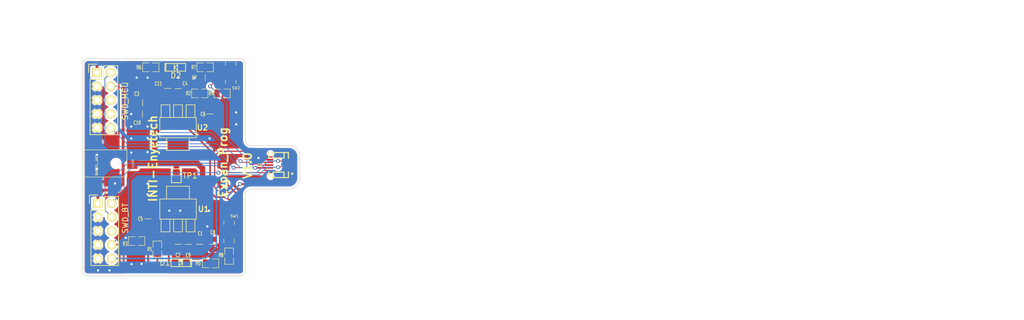
<source format=kicad_pcb>
(kicad_pcb (version 20171130) (host pcbnew 5.1.5+dfsg1-2~bpo10+1)

  (general
    (thickness 1.6)
    (drawings 33)
    (tracks 380)
    (zones 0)
    (modules 30)
    (nets 19)
  )

  (page A4)
  (title_block
    (title "Breakout and Prog")
    (rev 0.1)
    (company "INSTITUTO NACIONAL DE TECNOLOGÍA INDUSTRIAL & ENYE TECHNOLOGIES")
    (comment 1 "Revision: Alamon Diego, Brengi Diego, Scotti Noelia ")
    (comment 2 "BSD License. See LICENSE.txt")
    (comment 3 "Author:  Villar Santiago")
  )

  (layers
    (0 F.Cu signal)
    (31 B.Cu signal)
    (32 B.Adhes user)
    (33 F.Adhes user)
    (34 B.Paste user)
    (35 F.Paste user)
    (36 B.SilkS user)
    (37 F.SilkS user)
    (38 B.Mask user)
    (39 F.Mask user)
    (40 Dwgs.User user)
    (41 Cmts.User user)
    (42 Eco1.User user)
    (43 Eco2.User user)
    (44 Edge.Cuts user)
    (45 Margin user)
    (46 B.CrtYd user)
    (47 F.CrtYd user)
    (48 B.Fab user)
    (49 F.Fab user)
  )

  (setup
    (last_trace_width 0.1524)
    (user_trace_width 0.1524)
    (user_trace_width 0.2032)
    (user_trace_width 0.254)
    (user_trace_width 0.3048)
    (user_trace_width 0.4064)
    (user_trace_width 0.508)
    (user_trace_width 1.016)
    (trace_clearance 0.1524)
    (zone_clearance 0.4064)
    (zone_45_only no)
    (trace_min 0.1524)
    (via_size 0.7112)
    (via_drill 0.4064)
    (via_min_size 0.7112)
    (via_min_drill 0.4064)
    (user_via 0.7112 0.4064)
    (uvia_size 0.3)
    (uvia_drill 0.1)
    (uvias_allowed no)
    (uvia_min_size 0)
    (uvia_min_drill 0)
    (edge_width 0.1)
    (segment_width 0.2)
    (pcb_text_width 0.3)
    (pcb_text_size 1.5 1.5)
    (mod_edge_width 0.15)
    (mod_text_size 1 1)
    (mod_text_width 0.15)
    (pad_size 0.3 1.6)
    (pad_drill 0)
    (pad_to_mask_clearance 0)
    (aux_axis_origin 0 0)
    (grid_origin 79.9 68.2)
    (visible_elements FFFFFF7F)
    (pcbplotparams
      (layerselection 0x011e0_80000001)
      (usegerberextensions false)
      (usegerberattributes false)
      (usegerberadvancedattributes false)
      (creategerberjobfile false)
      (excludeedgelayer true)
      (linewidth 0.100000)
      (plotframeref false)
      (viasonmask false)
      (mode 1)
      (useauxorigin false)
      (hpglpennumber 1)
      (hpglpenspeed 20)
      (hpglpendiameter 15.000000)
      (psnegative false)
      (psa4output false)
      (plotreference true)
      (plotvalue true)
      (plotinvisibletext false)
      (padsonsilk false)
      (subtractmaskfromsilk false)
      (outputformat 1)
      (mirror false)
      (drillshape 0)
      (scaleselection 1)
      (outputdirectory "Gerber/"))
  )

  (net 0 "")
  (net 1 +12V)
  (net 2 GND)
  (net 3 VPP)
  (net 4 +3V3)
  (net 5 "Net-(C5-Pad1)")
  (net 6 "Net-(C6-Pad1)")
  (net 7 /~RESET_b)
  (net 8 /SWD_DIO_BT)
  (net 9 /SWD_CLK_BT)
  (net 10 "Net-(CON3-Pad6)")
  (net 11 /RST_BT)
  (net 12 /SWD_DIO_MCU)
  (net 13 /SWD_CLK_MCU)
  (net 14 "Net-(CON4-Pad6)")
  (net 15 "Net-(CON4-Pad8)")
  (net 16 "Net-(D1-Pad1)")
  (net 17 "Net-(D2-Pad1)")
  (net 18 "Net-(J1-Pad10)")

  (net_class Default "This is the default net class."
    (clearance 0.1524)
    (trace_width 0.1524)
    (via_dia 0.7112)
    (via_drill 0.4064)
    (uvia_dia 0.3)
    (uvia_drill 0.1)
    (add_net +12V)
    (add_net +3V3)
    (add_net /RST_BT)
    (add_net /SWD_CLK_BT)
    (add_net /SWD_CLK_MCU)
    (add_net /SWD_DIO_BT)
    (add_net /SWD_DIO_MCU)
    (add_net /~RESET_b)
    (add_net GND)
    (add_net "Net-(C5-Pad1)")
    (add_net "Net-(C6-Pad1)")
    (add_net "Net-(CON3-Pad6)")
    (add_net "Net-(CON4-Pad6)")
    (add_net "Net-(CON4-Pad8)")
    (add_net "Net-(D1-Pad1)")
    (add_net "Net-(D2-Pad1)")
    (add_net "Net-(J1-Pad10)")
    (add_net VPP)
  )

  (module footprints:r_0805 (layer F.Cu) (tedit 56DDDD9B) (tstamp 58530A09)
    (at 86.658 77.298)
    (path /5851B5F7)
    (attr smd)
    (fp_text reference R6 (at -2.2 0) (layer F.SilkS)
      (effects (font (size 0.7112 0.4572) (thickness 0.1016)))
    )
    (fp_text value 4,7K (at 0 -1.3) (layer F.Fab) hide
      (effects (font (size 0.7112 0.4572) (thickness 0.1016)))
    )
    (fp_line (start 1.5 -0.8) (end 0.3 -0.8) (layer F.SilkS) (width 0.1016))
    (fp_line (start 1.5 0.8) (end 1.5 -0.8) (layer F.SilkS) (width 0.1016))
    (fp_line (start 0.3 0.8) (end 1.5 0.8) (layer F.SilkS) (width 0.1016))
    (fp_line (start -0.3 0.8) (end -1.5 0.8) (layer F.SilkS) (width 0.1016))
    (fp_line (start -1.5 -0.8) (end -1.5 0.8) (layer F.SilkS) (width 0.1016))
    (fp_line (start -0.3 -0.8) (end -1.5 -0.8) (layer F.SilkS) (width 0.1016))
    (pad 1 smd rect (at -0.925 0) (size 0.95 1.4) (layers F.Cu F.Paste F.Mask)
      (net 2 GND))
    (pad 2 smd rect (at 0.925 0) (size 0.95 1.4) (layers F.Cu F.Paste F.Mask)
      (net 17 "Net-(D2-Pad1)"))
    (model ${KIPRJMOD}/../modelos.3dshapes/r_0805.wrl
      (at (xyz 0 0 0))
      (scale (xyz 1.25 1.25 1))
      (rotate (xyz 0 0 0))
    )
  )

  (module footprints:r_0805 (layer F.Cu) (tedit 56DDDD9B) (tstamp 58530A0F)
    (at 96.658 77.298 180)
    (path /57E4768E)
    (attr smd)
    (fp_text reference R7 (at 2.1 0 180) (layer F.SilkS)
      (effects (font (size 0.7112 0.4572) (thickness 0.1016)))
    )
    (fp_text value 4,7K (at 0 -1.3 180) (layer F.Fab) hide
      (effects (font (size 0.7112 0.4572) (thickness 0.1016)))
    )
    (fp_line (start 1.5 -0.8) (end 0.3 -0.8) (layer F.SilkS) (width 0.1016))
    (fp_line (start 1.5 0.8) (end 1.5 -0.8) (layer F.SilkS) (width 0.1016))
    (fp_line (start 0.3 0.8) (end 1.5 0.8) (layer F.SilkS) (width 0.1016))
    (fp_line (start -0.3 0.8) (end -1.5 0.8) (layer F.SilkS) (width 0.1016))
    (fp_line (start -1.5 -0.8) (end -1.5 0.8) (layer F.SilkS) (width 0.1016))
    (fp_line (start -0.3 -0.8) (end -1.5 -0.8) (layer F.SilkS) (width 0.1016))
    (pad 1 smd rect (at -0.925 0 180) (size 0.95 1.4) (layers F.Cu F.Paste F.Mask)
      (net 7 /~RESET_b))
    (pad 2 smd rect (at 0.925 0 180) (size 0.95 1.4) (layers F.Cu F.Paste F.Mask)
      (net 4 +3V3))
    (model ${KIPRJMOD}/../modelos.3dshapes/r_0805.wrl
      (at (xyz 0 0 0))
      (scale (xyz 1.25 1.25 1))
      (rotate (xyz 0 0 0))
    )
  )

  (module footprints:B3U_1000PB (layer F.Cu) (tedit 59161BF2) (tstamp 58530A21)
    (at 101.358 78.298 90)
    (descr "Plastic QFP, Micrel QFN44-24LD-LP-1")
    (path /584F10EA)
    (attr smd)
    (fp_text reference SW2 (at -2.8 1 180) (layer F.SilkS)
      (effects (font (size 0.508 0.508) (thickness 0.07874)))
    )
    (fp_text value SIDE_SW (at 0 2.6416 90) (layer F.SilkS) hide
      (effects (font (size 0.39878 0.39878) (thickness 0.07874)))
    )
    (fp_line (start 2 -0.9652) (end 1.3335 -0.9652) (layer F.SilkS) (width 0.1))
    (fp_line (start 2 0.9652) (end 1.3335 0.9652) (layer F.SilkS) (width 0.1))
    (fp_line (start -2 0.9652) (end -1.3462 0.9652) (layer F.SilkS) (width 0.1))
    (fp_line (start -2 -0.9652) (end -1.3208 -0.9652) (layer F.SilkS) (width 0.1))
    (pad 1 smd rect (at -1.7 0 90) (size 0.8 1.7) (layers F.Cu F.Paste F.Mask)
      (net 2 GND) (solder_mask_margin 0.07112))
    (pad 2 smd rect (at 1.7 0 90) (size 0.8 1.7) (layers F.Cu F.Paste F.Mask)
      (net 7 /~RESET_b) (solder_mask_margin 0.07112))
    (model "${KIPRJMOD}/../modelos.3dshapes/B3U_1000P .wrl"
      (at (xyz 0 0 0))
      (scale (xyz 0.3937 0.3937 0.3937))
      (rotate (xyz -90 0 0))
    )
  )

  (module footprints:c_0805 (layer F.Cu) (tedit 56DDDAF8) (tstamp 58530998)
    (at 96.658 79.198 180)
    (path /57E50F6B)
    (attr smd)
    (fp_text reference C7 (at 2 0 180) (layer F.SilkS)
      (effects (font (size 0.7112 0.4572) (thickness 0.1016)))
    )
    (fp_text value 0.1uF (at 0 -1.2 180) (layer F.Fab) hide
      (effects (font (size 0.7112 0.4572) (thickness 0.1016)))
    )
    (fp_line (start 0 -0.6) (end 0 0.6) (layer F.SilkS) (width 0.1016))
    (pad 1 smd rect (at -0.925 0 180) (size 0.95 1.4) (layers F.Cu F.Paste F.Mask)
      (net 7 /~RESET_b))
    (pad 2 smd rect (at 0.925 0 180) (size 0.95 1.4) (layers F.Cu F.Paste F.Mask)
      (net 2 GND))
    (model ${KIPRJMOD}/../modelos.3dshapes/c_0805.wrl
      (at (xyz 0 0 0))
      (scale (xyz 1.25 1.25 1.25))
      (rotate (xyz 0 0 0))
    )
  )

  (module footprints:c_0805 (layer F.Cu) (tedit 56DDDAF8) (tstamp 58530986)
    (at 91.658 81.223 90)
    (path /585191A6)
    (attr smd)
    (fp_text reference C4 (at 0.925 1.3 180) (layer F.SilkS)
      (effects (font (size 0.7112 0.4572) (thickness 0.1016)))
    )
    (fp_text value 10uF (at 0 -1.2 90) (layer F.Fab) hide
      (effects (font (size 0.7112 0.4572) (thickness 0.1016)))
    )
    (fp_line (start 0 -0.6) (end 0 0.6) (layer F.SilkS) (width 0.1016))
    (pad 1 smd rect (at -0.925 0 90) (size 0.95 1.4) (layers F.Cu F.Paste F.Mask)
      (net 4 +3V3))
    (pad 2 smd rect (at 0.925 0 90) (size 0.95 1.4) (layers F.Cu F.Paste F.Mask)
      (net 2 GND))
    (model ${KIPRJMOD}/../modelos.3dshapes/c_0805.wrl
      (at (xyz 0 0 0))
      (scale (xyz 1.25 1.25 1.25))
      (rotate (xyz 0 0 0))
    )
  )

  (module footprints:c_0805 (layer F.Cu) (tedit 56DDDAF8) (tstamp 58530980)
    (at 85.158 83.798 180)
    (path /585190C8)
    (attr smd)
    (fp_text reference C3 (at 1.1 1.6 180) (layer F.SilkS)
      (effects (font (size 0.7112 0.4572) (thickness 0.1016)))
    )
    (fp_text value 10uF (at 0 -1.2 180) (layer F.Fab) hide
      (effects (font (size 0.7112 0.4572) (thickness 0.1016)))
    )
    (fp_line (start 0 -0.6) (end 0 0.6) (layer F.SilkS) (width 0.1016))
    (pad 1 smd rect (at -0.925 0 180) (size 0.95 1.4) (layers F.Cu F.Paste F.Mask)
      (net 1 +12V))
    (pad 2 smd rect (at 0.925 0 180) (size 0.95 1.4) (layers F.Cu F.Paste F.Mask)
      (net 2 GND))
    (model ${KIPRJMOD}/../modelos.3dshapes/c_0805.wrl
      (at (xyz 0 0 0))
      (scale (xyz 1.25 1.25 1.25))
      (rotate (xyz 0 0 0))
    )
  )

  (module footprints:c_0805 (layer F.Cu) (tedit 56DDDAF8) (tstamp 58530992)
    (at 97.558 85.898 270)
    (path /58519153)
    (attr smd)
    (fp_text reference C6 (at 0 1.3) (layer F.SilkS)
      (effects (font (size 0.7112 0.4572) (thickness 0.1016)))
    )
    (fp_text value 10uF (at 0 -1.2 270) (layer F.Fab) hide
      (effects (font (size 0.7112 0.4572) (thickness 0.1016)))
    )
    (fp_line (start 0 -0.6) (end 0 0.6) (layer F.SilkS) (width 0.1016))
    (pad 1 smd rect (at -0.925 0 270) (size 0.95 1.4) (layers F.Cu F.Paste F.Mask)
      (net 6 "Net-(C6-Pad1)"))
    (pad 2 smd rect (at 0.925 0 270) (size 0.95 1.4) (layers F.Cu F.Paste F.Mask)
      (net 2 GND))
    (model ${KIPRJMOD}/../modelos.3dshapes/c_0805.wrl
      (at (xyz 0 0 0))
      (scale (xyz 1.25 1.25 1.25))
      (rotate (xyz 0 0 0))
    )
  )

  (module footprints:c_0805 (layer F.Cu) (tedit 56DDDAF8) (tstamp 5853098C)
    (at 86.158 105.198 90)
    (path /58518D71)
    (attr smd)
    (fp_text reference C5 (at 0 -1.4 180) (layer F.SilkS)
      (effects (font (size 0.7112 0.4572) (thickness 0.1016)))
    )
    (fp_text value 10uF (at 0 -1.2 90) (layer F.Fab) hide
      (effects (font (size 0.7112 0.4572) (thickness 0.1016)))
    )
    (fp_line (start 0 -0.6) (end 0 0.6) (layer F.SilkS) (width 0.1016))
    (pad 1 smd rect (at -0.925 0 90) (size 0.95 1.4) (layers F.Cu F.Paste F.Mask)
      (net 5 "Net-(C5-Pad1)"))
    (pad 2 smd rect (at 0.925 0 90) (size 0.95 1.4) (layers F.Cu F.Paste F.Mask)
      (net 2 GND))
    (model ${KIPRJMOD}/../modelos.3dshapes/c_0805.wrl
      (at (xyz 0 0 0))
      (scale (xyz 1.25 1.25 1.25))
      (rotate (xyz 0 0 0))
    )
  )

  (module footprints:r_0805 (layer F.Cu) (tedit 56DDDD9B) (tstamp 585309EB)
    (at 87.858 110.798 270)
    (path /585086DC)
    (attr smd)
    (fp_text reference R1 (at 0 1.4) (layer F.SilkS)
      (effects (font (size 0.7112 0.4572) (thickness 0.1016)))
    )
    (fp_text value 270 (at 0 -1.3 270) (layer F.Fab) hide
      (effects (font (size 0.7112 0.4572) (thickness 0.1016)))
    )
    (fp_line (start 1.5 -0.8) (end 0.3 -0.8) (layer F.SilkS) (width 0.1016))
    (fp_line (start 1.5 0.8) (end 1.5 -0.8) (layer F.SilkS) (width 0.1016))
    (fp_line (start 0.3 0.8) (end 1.5 0.8) (layer F.SilkS) (width 0.1016))
    (fp_line (start -0.3 0.8) (end -1.5 0.8) (layer F.SilkS) (width 0.1016))
    (fp_line (start -1.5 -0.8) (end -1.5 0.8) (layer F.SilkS) (width 0.1016))
    (fp_line (start -0.3 -0.8) (end -1.5 -0.8) (layer F.SilkS) (width 0.1016))
    (pad 1 smd rect (at -0.925 0 270) (size 0.95 1.4) (layers F.Cu F.Paste F.Mask)
      (net 3 VPP))
    (pad 2 smd rect (at 0.925 0 270) (size 0.95 1.4) (layers F.Cu F.Paste F.Mask)
      (net 5 "Net-(C5-Pad1)"))
    (model ${KIPRJMOD}/../modelos.3dshapes/r_0805.wrl
      (at (xyz 0 0 0))
      (scale (xyz 1.25 1.25 1))
      (rotate (xyz 0 0 0))
    )
  )

  (module footprints:c_0805 (layer F.Cu) (tedit 56DDDAF8) (tstamp 5853097A)
    (at 91.658 109.898 270)
    (path /58518DC2)
    (attr smd)
    (fp_text reference C2 (at 2 0) (layer F.SilkS)
      (effects (font (size 0.7112 0.4572) (thickness 0.1016)))
    )
    (fp_text value 10uF (at 0 -1.2 270) (layer F.Fab) hide
      (effects (font (size 0.7112 0.4572) (thickness 0.1016)))
    )
    (fp_line (start 0 -0.6) (end 0 0.6) (layer F.SilkS) (width 0.1016))
    (pad 1 smd rect (at -0.925 0 270) (size 0.95 1.4) (layers F.Cu F.Paste F.Mask)
      (net 3 VPP))
    (pad 2 smd rect (at 0.925 0 270) (size 0.95 1.4) (layers F.Cu F.Paste F.Mask)
      (net 2 GND))
    (model ${KIPRJMOD}/../modelos.3dshapes/c_0805.wrl
      (at (xyz 0 0 0))
      (scale (xyz 1.25 1.25 1.25))
      (rotate (xyz 0 0 0))
    )
  )

  (module footprints:c_0805 (layer F.Cu) (tedit 56DDDAF8) (tstamp 58530974)
    (at 95.658 109.898 270)
    (path /58518CE4)
    (attr smd)
    (fp_text reference C1 (at -2 -0.1) (layer F.SilkS)
      (effects (font (size 0.7112 0.4572) (thickness 0.1016)))
    )
    (fp_text value 10uF (at 0 -1.2 270) (layer F.Fab) hide
      (effects (font (size 0.7112 0.4572) (thickness 0.1016)))
    )
    (fp_line (start 0 -0.6) (end 0 0.6) (layer F.SilkS) (width 0.1016))
    (pad 1 smd rect (at -0.925 0 270) (size 0.95 1.4) (layers F.Cu F.Paste F.Mask)
      (net 1 +12V))
    (pad 2 smd rect (at 0.925 0 270) (size 0.95 1.4) (layers F.Cu F.Paste F.Mask)
      (net 2 GND))
    (model ${KIPRJMOD}/../modelos.3dshapes/c_0805.wrl
      (at (xyz 0 0 0))
      (scale (xyz 1.25 1.25 1.25))
      (rotate (xyz 0 0 0))
    )
  )

  (module footprints:B3U_1000PB (layer F.Cu) (tedit 59161BE9) (tstamp 58530A1B)
    (at 101.058 107.598 90)
    (descr "Plastic QFP, Micrel QFN44-24LD-LP-1")
    (path /584F10AF)
    (attr smd)
    (fp_text reference SW1 (at 2.9 1 180) (layer F.SilkS)
      (effects (font (size 0.508 0.508) (thickness 0.07874)))
    )
    (fp_text value SIDE_SW (at 0 2.6416 90) (layer F.SilkS) hide
      (effects (font (size 0.39878 0.39878) (thickness 0.07874)))
    )
    (fp_line (start 2 -0.9652) (end 1.3335 -0.9652) (layer F.SilkS) (width 0.1))
    (fp_line (start 2 0.9652) (end 1.3335 0.9652) (layer F.SilkS) (width 0.1))
    (fp_line (start -2 0.9652) (end -1.3462 0.9652) (layer F.SilkS) (width 0.1))
    (fp_line (start -2 -0.9652) (end -1.3208 -0.9652) (layer F.SilkS) (width 0.1))
    (pad 1 smd rect (at -1.7 0 90) (size 0.8 1.7) (layers F.Cu F.Paste F.Mask)
      (net 11 /RST_BT) (solder_mask_margin 0.07112))
    (pad 2 smd rect (at 1.7 0 90) (size 0.8 1.7) (layers F.Cu F.Paste F.Mask)
      (net 4 +3V3) (solder_mask_margin 0.07112))
    (model "${KIPRJMOD}/../modelos.3dshapes/B3U_1000P .wrl"
      (at (xyz 0 0 0))
      (scale (xyz 0.3937 0.3937 0.3937))
      (rotate (xyz -90 0 0))
    )
  )

  (module footprints:r_0805 (layer F.Cu) (tedit 56DDDD9B) (tstamp 58530A03)
    (at 97.658 113.398 180)
    (path /5851BC92)
    (attr smd)
    (fp_text reference R5 (at 2.3 0 180) (layer F.SilkS)
      (effects (font (size 0.7112 0.4572) (thickness 0.1016)))
    )
    (fp_text value 10K (at 0 -1.3 180) (layer F.Fab) hide
      (effects (font (size 0.7112 0.4572) (thickness 0.1016)))
    )
    (fp_line (start 1.5 -0.8) (end 0.3 -0.8) (layer F.SilkS) (width 0.1016))
    (fp_line (start 1.5 0.8) (end 1.5 -0.8) (layer F.SilkS) (width 0.1016))
    (fp_line (start 0.3 0.8) (end 1.5 0.8) (layer F.SilkS) (width 0.1016))
    (fp_line (start -0.3 0.8) (end -1.5 0.8) (layer F.SilkS) (width 0.1016))
    (fp_line (start -1.5 -0.8) (end -1.5 0.8) (layer F.SilkS) (width 0.1016))
    (fp_line (start -0.3 -0.8) (end -1.5 -0.8) (layer F.SilkS) (width 0.1016))
    (pad 1 smd rect (at -0.925 0 180) (size 0.95 1.4) (layers F.Cu F.Paste F.Mask)
      (net 2 GND))
    (pad 2 smd rect (at 0.925 0 180) (size 0.95 1.4) (layers F.Cu F.Paste F.Mask)
      (net 16 "Net-(D1-Pad1)"))
    (model ${KIPRJMOD}/../modelos.3dshapes/r_0805.wrl
      (at (xyz 0 0 0))
      (scale (xyz 1.25 1.25 1))
      (rotate (xyz 0 0 0))
    )
  )

  (module footprints:r_0805 (layer F.Cu) (tedit 56DDDD9B) (tstamp 585309F7)
    (at 84.058 109.298 180)
    (path /585086E2)
    (attr smd)
    (fp_text reference R3 (at 2.1 -0.5 180) (layer F.SilkS)
      (effects (font (size 0.7112 0.4572) (thickness 0.1016)))
    )
    (fp_text value 1,2k (at 0 -1.3 180) (layer F.Fab) hide
      (effects (font (size 0.7112 0.4572) (thickness 0.1016)))
    )
    (fp_line (start 1.5 -0.8) (end 0.3 -0.8) (layer F.SilkS) (width 0.1016))
    (fp_line (start 1.5 0.8) (end 1.5 -0.8) (layer F.SilkS) (width 0.1016))
    (fp_line (start 0.3 0.8) (end 1.5 0.8) (layer F.SilkS) (width 0.1016))
    (fp_line (start -0.3 0.8) (end -1.5 0.8) (layer F.SilkS) (width 0.1016))
    (fp_line (start -1.5 -0.8) (end -1.5 0.8) (layer F.SilkS) (width 0.1016))
    (fp_line (start -0.3 -0.8) (end -1.5 -0.8) (layer F.SilkS) (width 0.1016))
    (pad 1 smd rect (at -0.925 0 180) (size 0.95 1.4) (layers F.Cu F.Paste F.Mask)
      (net 5 "Net-(C5-Pad1)"))
    (pad 2 smd rect (at 0.925 0 180) (size 0.95 1.4) (layers F.Cu F.Paste F.Mask)
      (net 2 GND))
    (model ${KIPRJMOD}/../modelos.3dshapes/r_0805.wrl
      (at (xyz 0 0 0))
      (scale (xyz 1.25 1.25 1))
      (rotate (xyz 0 0 0))
    )
  )

  (module footprints:r_0805 (layer F.Cu) (tedit 56DDDD9B) (tstamp 585309F1)
    (at 95.658 82.098)
    (path /58506F1B)
    (attr smd)
    (fp_text reference R2 (at -2.1 0) (layer F.SilkS)
      (effects (font (size 0.7112 0.4572) (thickness 0.1016)))
    )
    (fp_text value 470 (at 0 -1.3) (layer F.Fab) hide
      (effects (font (size 0.7112 0.4572) (thickness 0.1016)))
    )
    (fp_line (start 1.5 -0.8) (end 0.3 -0.8) (layer F.SilkS) (width 0.1016))
    (fp_line (start 1.5 0.8) (end 1.5 -0.8) (layer F.SilkS) (width 0.1016))
    (fp_line (start 0.3 0.8) (end 1.5 0.8) (layer F.SilkS) (width 0.1016))
    (fp_line (start -0.3 0.8) (end -1.5 0.8) (layer F.SilkS) (width 0.1016))
    (fp_line (start -1.5 -0.8) (end -1.5 0.8) (layer F.SilkS) (width 0.1016))
    (fp_line (start -0.3 -0.8) (end -1.5 -0.8) (layer F.SilkS) (width 0.1016))
    (pad 1 smd rect (at -0.925 0) (size 0.95 1.4) (layers F.Cu F.Paste F.Mask)
      (net 4 +3V3))
    (pad 2 smd rect (at 0.925 0) (size 0.95 1.4) (layers F.Cu F.Paste F.Mask)
      (net 6 "Net-(C6-Pad1)"))
    (model ${KIPRJMOD}/../modelos.3dshapes/r_0805.wrl
      (at (xyz 0 0 0))
      (scale (xyz 1.25 1.25 1))
      (rotate (xyz 0 0 0))
    )
  )

  (module footprints:r_0805 (layer F.Cu) (tedit 56DDDD9B) (tstamp 585309FD)
    (at 99.758 82.098)
    (path /58506FB0)
    (attr smd)
    (fp_text reference R4 (at -2 0) (layer F.SilkS)
      (effects (font (size 0.7112 0.4572) (thickness 0.1016)))
    )
    (fp_text value 280 (at 0 -1.3) (layer F.Fab) hide
      (effects (font (size 0.7112 0.4572) (thickness 0.1016)))
    )
    (fp_line (start 1.5 -0.8) (end 0.3 -0.8) (layer F.SilkS) (width 0.1016))
    (fp_line (start 1.5 0.8) (end 1.5 -0.8) (layer F.SilkS) (width 0.1016))
    (fp_line (start 0.3 0.8) (end 1.5 0.8) (layer F.SilkS) (width 0.1016))
    (fp_line (start -0.3 0.8) (end -1.5 0.8) (layer F.SilkS) (width 0.1016))
    (fp_line (start -1.5 -0.8) (end -1.5 0.8) (layer F.SilkS) (width 0.1016))
    (fp_line (start -0.3 -0.8) (end -1.5 -0.8) (layer F.SilkS) (width 0.1016))
    (pad 1 smd rect (at -0.925 0) (size 0.95 1.4) (layers F.Cu F.Paste F.Mask)
      (net 6 "Net-(C6-Pad1)"))
    (pad 2 smd rect (at 0.925 0) (size 0.95 1.4) (layers F.Cu F.Paste F.Mask)
      (net 2 GND))
    (model ${KIPRJMOD}/../modelos.3dshapes/r_0805.wrl
      (at (xyz 0 0 0))
      (scale (xyz 1.25 1.25 1))
      (rotate (xyz 0 0 0))
    )
  )

  (module footprints:r_0805 (layer F.Cu) (tedit 56DDDD9B) (tstamp 58530A15)
    (at 101.058 112.073 90)
    (path /580F517C)
    (attr smd)
    (fp_text reference R8 (at 0.175 -1.5 180) (layer F.SilkS)
      (effects (font (size 0.7112 0.4572) (thickness 0.1016)))
    )
    (fp_text value 4K7 (at 0 -1.3 90) (layer F.Fab) hide
      (effects (font (size 0.7112 0.4572) (thickness 0.1016)))
    )
    (fp_line (start 1.5 -0.8) (end 0.3 -0.8) (layer F.SilkS) (width 0.1016))
    (fp_line (start 1.5 0.8) (end 1.5 -0.8) (layer F.SilkS) (width 0.1016))
    (fp_line (start 0.3 0.8) (end 1.5 0.8) (layer F.SilkS) (width 0.1016))
    (fp_line (start -0.3 0.8) (end -1.5 0.8) (layer F.SilkS) (width 0.1016))
    (fp_line (start -1.5 -0.8) (end -1.5 0.8) (layer F.SilkS) (width 0.1016))
    (fp_line (start -0.3 -0.8) (end -1.5 -0.8) (layer F.SilkS) (width 0.1016))
    (pad 1 smd rect (at -0.925 0 90) (size 0.95 1.4) (layers F.Cu F.Paste F.Mask)
      (net 2 GND))
    (pad 2 smd rect (at 0.925 0 90) (size 0.95 1.4) (layers F.Cu F.Paste F.Mask)
      (net 11 /RST_BT))
    (model ${KIPRJMOD}/../modelos.3dshapes/r_0805.wrl
      (at (xyz 0 0 0))
      (scale (xyz 1.25 1.25 1))
      (rotate (xyz 0 0 0))
    )
  )

  (module footprints:c_0805 (layer F.Cu) (tedit 5873FAAE) (tstamp 591A0165)
    (at 98.058 109.898 270)
    (path /5919F6C5)
    (attr smd)
    (fp_text reference C8 (at -2.2 0) (layer F.SilkS)
      (effects (font (size 0.7112 0.4572) (thickness 0.1016)))
    )
    (fp_text value 0.1uF (at 0 1.5 270) (layer F.Fab) hide
      (effects (font (size 0.7112 0.4572) (thickness 0.1016)))
    )
    (fp_line (start 0 -0.6) (end 0 0.6) (layer F.SilkS) (width 0.1016))
    (pad 1 smd rect (at -0.925 0 270) (size 0.95 1.4) (layers F.Cu F.Paste F.Mask)
      (net 1 +12V) (solder_mask_margin 0.07))
    (pad 2 smd rect (at 0.925 0 270) (size 0.95 1.4) (layers F.Cu F.Paste F.Mask)
      (net 2 GND) (solder_mask_margin 0.07))
    (model ${KIPRJMOD}/../modelos.3dshapes/c_0805.wrl
      (at (xyz 0 0 0))
      (scale (xyz 1.25 1.25 1.25))
      (rotate (xyz 0 0 0))
    )
  )

  (module footprints:c_0805 (layer F.Cu) (tedit 5873FAAE) (tstamp 591A016B)
    (at 93.558 109.898 270)
    (path /5919F4B5)
    (attr smd)
    (fp_text reference C9 (at 2 0 180) (layer F.SilkS)
      (effects (font (size 0.7112 0.4572) (thickness 0.1016)))
    )
    (fp_text value 0.1uF (at 0 1.5 270) (layer F.Fab) hide
      (effects (font (size 0.7112 0.4572) (thickness 0.1016)))
    )
    (fp_line (start 0 -0.6) (end 0 0.6) (layer F.SilkS) (width 0.1016))
    (pad 1 smd rect (at -0.925 0 270) (size 0.95 1.4) (layers F.Cu F.Paste F.Mask)
      (net 3 VPP) (solder_mask_margin 0.07))
    (pad 2 smd rect (at 0.925 0 270) (size 0.95 1.4) (layers F.Cu F.Paste F.Mask)
      (net 2 GND) (solder_mask_margin 0.07))
    (model ${KIPRJMOD}/../modelos.3dshapes/c_0805.wrl
      (at (xyz 0 0 0))
      (scale (xyz 1.25 1.25 1.25))
      (rotate (xyz 0 0 0))
    )
  )

  (module footprints:c_0805 (layer F.Cu) (tedit 5873FAAE) (tstamp 591A0171)
    (at 85.133 85.898 180)
    (path /5919F4F6)
    (attr smd)
    (fp_text reference C10 (at 0.975 -1.6 180) (layer F.SilkS)
      (effects (font (size 0.7112 0.4572) (thickness 0.1016)))
    )
    (fp_text value 0.1uF (at 0 1.5 180) (layer F.Fab) hide
      (effects (font (size 0.7112 0.4572) (thickness 0.1016)))
    )
    (fp_line (start 0 -0.6) (end 0 0.6) (layer F.SilkS) (width 0.1016))
    (pad 1 smd rect (at -0.925 0 180) (size 0.95 1.4) (layers F.Cu F.Paste F.Mask)
      (net 1 +12V) (solder_mask_margin 0.07))
    (pad 2 smd rect (at 0.925 0 180) (size 0.95 1.4) (layers F.Cu F.Paste F.Mask)
      (net 2 GND) (solder_mask_margin 0.07))
    (model ${KIPRJMOD}/../modelos.3dshapes/c_0805.wrl
      (at (xyz 0 0 0))
      (scale (xyz 1.25 1.25 1.25))
      (rotate (xyz 0 0 0))
    )
  )

  (module footprints:c_0805 (layer F.Cu) (tedit 5873FAAE) (tstamp 591A0177)
    (at 89.758 81.173 90)
    (path /5919F6D1)
    (attr smd)
    (fp_text reference C11 (at 0.875 -1.7 180) (layer F.SilkS)
      (effects (font (size 0.7112 0.4572) (thickness 0.1016)))
    )
    (fp_text value 0.1uF (at 0 1.5 90) (layer F.Fab) hide
      (effects (font (size 0.7112 0.4572) (thickness 0.1016)))
    )
    (fp_line (start 0 -0.6) (end 0 0.6) (layer F.SilkS) (width 0.1016))
    (pad 1 smd rect (at -0.925 0 90) (size 0.95 1.4) (layers F.Cu F.Paste F.Mask)
      (net 4 +3V3) (solder_mask_margin 0.07))
    (pad 2 smd rect (at 0.925 0 90) (size 0.95 1.4) (layers F.Cu F.Paste F.Mask)
      (net 2 GND) (solder_mask_margin 0.07))
    (model ${KIPRJMOD}/../modelos.3dshapes/c_0805.wrl
      (at (xyz 0 0 0))
      (scale (xyz 1.25 1.25 1.25))
      (rotate (xyz 0 0 0))
    )
  )

  (module footprints:Pj-38-smt (layer F.Cu) (tedit 59247D62) (tstamp 591A017F)
    (at 76.758 94.998)
    (descr "Plastic QFP, Micrel QFN44-24LD-LP-1")
    (path /5851D777)
    (fp_text reference +12V (at 6.6 0.0381 90) (layer F.SilkS)
      (effects (font (size 0.39878 0.39878) (thickness 0.07874)))
    )
    (fp_text value BARREL_JACK (at -0.0635 0.2286 270) (layer F.SilkS)
      (effects (font (size 0.39878 0.39878) (thickness 0.07874)))
    )
    (fp_line (start 5.5 -2.5) (end 5.5 2.5) (layer F.SilkS) (width 0.1))
    (fp_line (start -2.5 -2.5) (end -2.5 2.5) (layer F.SilkS) (width 0.1))
    (fp_line (start -2.5 2.5) (end 5.5 2.5) (layer F.SilkS) (width 0.1))
    (fp_line (start -2.5 -2.5) (end 5.5 -2.5) (layer F.SilkS) (width 0.1))
    (pad 1 smd rect (at 6.5 0) (size 1.9 2) (layers F.Cu F.Paste F.Mask)
      (net 1 +12V) (solder_mask_margin 0.07112))
    (pad 2 smd rect (at 0 -3.35) (size 2 1.7) (layers F.Cu F.Paste F.Mask)
      (net 2 GND) (solder_mask_margin 0.07112))
    (pad 3 smd rect (at 0 3.35) (size 2 1.7) (layers F.Cu F.Paste F.Mask)
      (net 2 GND) (solder_mask_margin 0.07112))
    (pad "" np_thru_hole circle (at 3.5 0) (size 1.3 1.3) (drill 1.3) (layers *.Cu *.Mask F.SilkS))
    (model ${KIPRJMOD}/../modelos.3dshapes/PJ-038-SMT.wrl
      (offset (xyz -2.158999967575074 0 0))
      (scale (xyz 0.3739 0.3739 0.3739))
      (rotate (xyz -90 0 90))
    )
  )

  (module footprints:GS2 (layer F.Cu) (tedit 591A0962) (tstamp 591A0185)
    (at 91.358 97.263)
    (descr "Pontet Goute de soudure")
    (path /58503A3C)
    (attr virtual)
    (fp_text reference TP1 (at 2.5 0) (layer F.SilkS)
      (effects (font (size 1 1) (thickness 0.15)))
    )
    (fp_text value TP1 (at 2.2 0.035 90) (layer F.Fab)
      (effects (font (size 1 1) (thickness 0.15)))
    )
    (fp_line (start -0.889 -1.27) (end -0.889 1.27) (layer F.SilkS) (width 0.15))
    (fp_line (start 0.889 1.27) (end 0.889 -1.27) (layer F.SilkS) (width 0.15))
    (fp_line (start 0.889 1.27) (end -0.889 1.27) (layer F.SilkS) (width 0.15))
    (fp_line (start -0.889 -1.27) (end 0.889 -1.27) (layer F.SilkS) (width 0.15))
    (pad 1 smd rect (at 0 -0.63) (size 1.27 0.96) (layers F.Cu F.Paste F.Mask)
      (net 1 +12V))
    (pad 2 smd rect (at 0 0.635) (size 1.27 0.9652) (layers F.Cu F.Paste F.Mask)
      (net 2 GND))
  )

  (module Pin_Headers:Pin_Header_Straight_2x05 (layer F.Cu) (tedit 591A0893) (tstamp 591A0193)
    (at 76.918 102.358)
    (descr "Through hole pin header")
    (tags "pin header")
    (path /58503B4D)
    (fp_text reference SWD_BT (at 5.04 2.74 90) (layer F.SilkS)
      (effects (font (size 1 1) (thickness 0.15)))
    )
    (fp_text value SWD_BT (at 0 -3.1) (layer F.Fab)
      (effects (font (size 1 1) (thickness 0.15)))
    )
    (fp_line (start -1.75 -1.75) (end -1.75 11.95) (layer F.CrtYd) (width 0.05))
    (fp_line (start 4.3 -1.75) (end 4.3 11.95) (layer F.CrtYd) (width 0.05))
    (fp_line (start -1.75 -1.75) (end 4.3 -1.75) (layer F.CrtYd) (width 0.05))
    (fp_line (start -1.75 11.95) (end 4.3 11.95) (layer F.CrtYd) (width 0.05))
    (fp_line (start 3.81 -1.27) (end 3.81 11.43) (layer F.SilkS) (width 0.15))
    (fp_line (start 3.81 11.43) (end -1.27 11.43) (layer F.SilkS) (width 0.15))
    (fp_line (start -1.27 11.43) (end -1.27 1.27) (layer F.SilkS) (width 0.15))
    (fp_line (start 3.81 -1.27) (end 1.27 -1.27) (layer F.SilkS) (width 0.15))
    (fp_line (start 0 -1.55) (end -1.55 -1.55) (layer F.SilkS) (width 0.15))
    (fp_line (start 1.27 -1.27) (end 1.27 1.27) (layer F.SilkS) (width 0.15))
    (fp_line (start 1.27 1.27) (end -1.27 1.27) (layer F.SilkS) (width 0.15))
    (fp_line (start -1.55 -1.55) (end -1.55 0) (layer F.SilkS) (width 0.15))
    (pad 1 thru_hole rect (at 0 0) (size 1.7272 1.7272) (drill 1.016) (layers *.Cu *.Mask F.SilkS)
      (net 4 +3V3))
    (pad 2 thru_hole oval (at 2.54 0) (size 1.7272 1.7272) (drill 1.016) (layers *.Cu *.Mask F.SilkS)
      (net 8 /SWD_DIO_BT))
    (pad 3 thru_hole oval (at 0 2.54) (size 1.7272 1.7272) (drill 1.016) (layers *.Cu *.Mask F.SilkS)
      (net 2 GND))
    (pad 4 thru_hole oval (at 2.54 2.54) (size 1.7272 1.7272) (drill 1.016) (layers *.Cu *.Mask F.SilkS)
      (net 9 /SWD_CLK_BT))
    (pad 5 thru_hole oval (at 0 5.08) (size 1.7272 1.7272) (drill 1.016) (layers *.Cu *.Mask F.SilkS)
      (net 2 GND))
    (pad 6 thru_hole oval (at 2.54 5.08) (size 1.7272 1.7272) (drill 1.016) (layers *.Cu *.Mask F.SilkS)
      (net 10 "Net-(CON3-Pad6)"))
    (pad 7 thru_hole oval (at 0 7.62) (size 1.7272 1.7272) (drill 1.016) (layers *.Cu *.Mask F.SilkS)
      (net 2 GND))
    (pad 8 thru_hole oval (at 2.54 7.62) (size 1.7272 1.7272) (drill 1.016) (layers *.Cu *.Mask F.SilkS)
      (net 3 VPP))
    (pad 9 thru_hole oval (at 0 10.16) (size 1.7272 1.7272) (drill 1.016) (layers *.Cu *.Mask F.SilkS)
      (net 2 GND))
    (pad 10 thru_hole oval (at 2.54 10.16) (size 1.7272 1.7272) (drill 1.016) (layers *.Cu *.Mask F.SilkS)
      (net 11 /RST_BT))
    (model Pin_Headers.3dshapes/Pin_Header_Straight_2x05.wrl
      (offset (xyz 1.269999980926514 -5.079999923706055 0))
      (scale (xyz 1 1 1))
      (rotate (xyz 0 0 90))
    )
  )

  (module Pin_Headers:Pin_Header_Straight_2x05 (layer F.Cu) (tedit 591A086D) (tstamp 591A01A1)
    (at 76.758 78.258)
    (descr "Through hole pin header")
    (tags "pin header")
    (path /58503BF6)
    (fp_text reference SWD_MCU (at 5.2 5.24 90) (layer F.SilkS)
      (effects (font (size 1 1) (thickness 0.15)))
    )
    (fp_text value SWD_MCU (at 0 -3.1) (layer F.Fab)
      (effects (font (size 1 1) (thickness 0.15)))
    )
    (fp_line (start -1.75 -1.75) (end -1.75 11.95) (layer F.CrtYd) (width 0.05))
    (fp_line (start 4.3 -1.75) (end 4.3 11.95) (layer F.CrtYd) (width 0.05))
    (fp_line (start -1.75 -1.75) (end 4.3 -1.75) (layer F.CrtYd) (width 0.05))
    (fp_line (start -1.75 11.95) (end 4.3 11.95) (layer F.CrtYd) (width 0.05))
    (fp_line (start 3.81 -1.27) (end 3.81 11.43) (layer F.SilkS) (width 0.15))
    (fp_line (start 3.81 11.43) (end -1.27 11.43) (layer F.SilkS) (width 0.15))
    (fp_line (start -1.27 11.43) (end -1.27 1.27) (layer F.SilkS) (width 0.15))
    (fp_line (start 3.81 -1.27) (end 1.27 -1.27) (layer F.SilkS) (width 0.15))
    (fp_line (start 0 -1.55) (end -1.55 -1.55) (layer F.SilkS) (width 0.15))
    (fp_line (start 1.27 -1.27) (end 1.27 1.27) (layer F.SilkS) (width 0.15))
    (fp_line (start 1.27 1.27) (end -1.27 1.27) (layer F.SilkS) (width 0.15))
    (fp_line (start -1.55 -1.55) (end -1.55 0) (layer F.SilkS) (width 0.15))
    (pad 1 thru_hole rect (at 0 0) (size 1.7272 1.7272) (drill 1.016) (layers *.Cu *.Mask F.SilkS)
      (net 4 +3V3))
    (pad 2 thru_hole oval (at 2.54 0) (size 1.7272 1.7272) (drill 1.016) (layers *.Cu *.Mask F.SilkS)
      (net 12 /SWD_DIO_MCU))
    (pad 3 thru_hole oval (at 0 2.54) (size 1.7272 1.7272) (drill 1.016) (layers *.Cu *.Mask F.SilkS)
      (net 2 GND))
    (pad 4 thru_hole oval (at 2.54 2.54) (size 1.7272 1.7272) (drill 1.016) (layers *.Cu *.Mask F.SilkS)
      (net 13 /SWD_CLK_MCU))
    (pad 5 thru_hole oval (at 0 5.08) (size 1.7272 1.7272) (drill 1.016) (layers *.Cu *.Mask F.SilkS)
      (net 2 GND))
    (pad 6 thru_hole oval (at 2.54 5.08) (size 1.7272 1.7272) (drill 1.016) (layers *.Cu *.Mask F.SilkS)
      (net 14 "Net-(CON4-Pad6)"))
    (pad 7 thru_hole oval (at 0 7.62) (size 1.7272 1.7272) (drill 1.016) (layers *.Cu *.Mask F.SilkS)
      (net 2 GND))
    (pad 8 thru_hole oval (at 2.54 7.62) (size 1.7272 1.7272) (drill 1.016) (layers *.Cu *.Mask F.SilkS)
      (net 15 "Net-(CON4-Pad8)"))
    (pad 9 thru_hole oval (at 0 10.16) (size 1.7272 1.7272) (drill 1.016) (layers *.Cu *.Mask F.SilkS)
      (net 2 GND))
    (pad 10 thru_hole oval (at 2.54 10.16) (size 1.7272 1.7272) (drill 1.016) (layers *.Cu *.Mask F.SilkS)
      (net 7 /~RESET_b))
    (model Pin_Headers.3dshapes/Pin_Header_Straight_2x05.wrl
      (offset (xyz 1.269999980926514 -5.079999923706055 0))
      (scale (xyz 1 1 1))
      (rotate (xyz 0 0 90))
    )
  )

  (module footprints:sot223 (layer F.Cu) (tedit 5919FD6C) (tstamp 58530A29)
    (at 91.658 103.398)
    (descr SOT223)
    (path /58509BF7)
    (attr smd)
    (fp_text reference U1 (at 4.7 0) (layer F.SilkS)
      (effects (font (size 1.00076 1.00076) (thickness 0.20066)))
    )
    (fp_text value LM1117 (at 0 1.0414) (layer F.SilkS) hide
      (effects (font (size 1.00076 1.00076) (thickness 0.20066)))
    )
    (fp_line (start -2.1 -4.2) (end 2.1 -4.2) (layer F.SilkS) (width 0.127))
    (fp_line (start 2.1 -4.2) (end 2.1 -1.9) (layer F.SilkS) (width 0.127))
    (fp_line (start -2.1 -4.2) (end -2.1 -1.9093) (layer F.SilkS) (width 0.127))
    (fp_line (start 1.5 4.2) (end 3.1 4.2) (layer F.SilkS) (width 0.127))
    (fp_line (start 3.1 4.2) (end 3.1 1.9093) (layer F.SilkS) (width 0.127))
    (fp_line (start 1.5 4.2) (end 1.5 1.9) (layer F.SilkS) (width 0.127))
    (fp_line (start -0.8 4.2) (end -0.8 1.8542) (layer F.SilkS) (width 0.127))
    (fp_line (start 0.8 4.2) (end 0.8 1.9) (layer F.SilkS) (width 0.127))
    (fp_line (start -0.8 4.2) (end 0.8 4.2) (layer F.SilkS) (width 0.127))
    (fp_line (start -3.1 4.2) (end -1.5 4.2) (layer F.SilkS) (width 0.127))
    (fp_line (start -1.5 4.2) (end -1.5 1.9093) (layer F.SilkS) (width 0.127))
    (fp_line (start -3.1 4.2) (end -3.1 1.9093) (layer F.SilkS) (width 0.127))
    (fp_line (start 3.3528 1.8542) (end -3.3528 1.8542) (layer F.SilkS) (width 0.127))
    (fp_line (start -3.3528 1.8542) (end -3.3528 -1.8542) (layer F.SilkS) (width 0.127))
    (fp_line (start -3.3528 -1.8542) (end 3.3528 -1.8542) (layer F.SilkS) (width 0.127))
    (fp_line (start 3.3528 -1.8542) (end 3.3528 1.8542) (layer F.SilkS) (width 0.127))
    (pad 1 smd rect (at -2.30124 3) (size 1.30048 2.15) (layers F.Cu F.Paste F.Mask)
      (net 5 "Net-(C5-Pad1)"))
    (pad 2 smd rect (at 0 2.99974) (size 1.30048 2.15) (layers F.Cu F.Paste F.Mask)
      (net 3 VPP))
    (pad 3 smd rect (at 2.30124 2.99974) (size 1.30048 2.15) (layers F.Cu F.Paste F.Mask)
      (net 1 +12V))
    (pad 4 smd rect (at 0 -2.99974) (size 3.79984 2.15) (layers F.Cu F.Paste F.Mask))
    (model ${KIPRJMOD}/../modelos.3dshapes/sot223.wrl
      (at (xyz 0 0 0))
      (scale (xyz 1 1 1))
      (rotate (xyz 0 0 0))
    )
  )

  (module footprints:sot223 (layer F.Cu) (tedit 5919FD6C) (tstamp 58530A31)
    (at 91.658 88.398 180)
    (descr SOT223)
    (path /58509C82)
    (attr smd)
    (fp_text reference U2 (at -4.5 0 180) (layer F.SilkS)
      (effects (font (size 1.00076 1.00076) (thickness 0.20066)))
    )
    (fp_text value LM1117 (at 0 1.0414 180) (layer F.SilkS) hide
      (effects (font (size 1.00076 1.00076) (thickness 0.20066)))
    )
    (fp_line (start -2.1 -4.2) (end 2.1 -4.2) (layer F.SilkS) (width 0.127))
    (fp_line (start 2.1 -4.2) (end 2.1 -1.9) (layer F.SilkS) (width 0.127))
    (fp_line (start -2.1 -4.2) (end -2.1 -1.9093) (layer F.SilkS) (width 0.127))
    (fp_line (start 1.5 4.2) (end 3.1 4.2) (layer F.SilkS) (width 0.127))
    (fp_line (start 3.1 4.2) (end 3.1 1.9093) (layer F.SilkS) (width 0.127))
    (fp_line (start 1.5 4.2) (end 1.5 1.9) (layer F.SilkS) (width 0.127))
    (fp_line (start -0.8 4.2) (end -0.8 1.8542) (layer F.SilkS) (width 0.127))
    (fp_line (start 0.8 4.2) (end 0.8 1.9) (layer F.SilkS) (width 0.127))
    (fp_line (start -0.8 4.2) (end 0.8 4.2) (layer F.SilkS) (width 0.127))
    (fp_line (start -3.1 4.2) (end -1.5 4.2) (layer F.SilkS) (width 0.127))
    (fp_line (start -1.5 4.2) (end -1.5 1.9093) (layer F.SilkS) (width 0.127))
    (fp_line (start -3.1 4.2) (end -3.1 1.9093) (layer F.SilkS) (width 0.127))
    (fp_line (start 3.3528 1.8542) (end -3.3528 1.8542) (layer F.SilkS) (width 0.127))
    (fp_line (start -3.3528 1.8542) (end -3.3528 -1.8542) (layer F.SilkS) (width 0.127))
    (fp_line (start -3.3528 -1.8542) (end 3.3528 -1.8542) (layer F.SilkS) (width 0.127))
    (fp_line (start 3.3528 -1.8542) (end 3.3528 1.8542) (layer F.SilkS) (width 0.127))
    (pad 1 smd rect (at -2.30124 3 180) (size 1.30048 2.15) (layers F.Cu F.Paste F.Mask)
      (net 6 "Net-(C6-Pad1)"))
    (pad 2 smd rect (at 0 2.99974 180) (size 1.30048 2.15) (layers F.Cu F.Paste F.Mask)
      (net 4 +3V3))
    (pad 3 smd rect (at 2.30124 2.99974 180) (size 1.30048 2.15) (layers F.Cu F.Paste F.Mask)
      (net 1 +12V))
    (pad 4 smd rect (at 0 -2.99974 180) (size 3.79984 2.15) (layers F.Cu F.Paste F.Mask))
    (model ${KIPRJMOD}/../modelos.3dshapes/sot223.wrl
      (at (xyz 0 0 0))
      (scale (xyz 1 1 1))
      (rotate (xyz 0 0 0))
    )
  )

  (module footprints:LED-0805 (layer F.Cu) (tedit 591A080A) (tstamp 585309C8)
    (at 92.158 113.298)
    (descr "LED 0805 smd package")
    (tags "LED 0805 SMD")
    (path /5851BC86)
    (attr smd)
    (fp_text reference D1 (at -2.9 0) (layer F.SilkS)
      (effects (font (size 1 1) (thickness 0.15)))
    )
    (fp_text value Led (at 0.5 1.8) (layer F.Fab) hide
      (effects (font (size 1 1) (thickness 0.15)))
    )
    (fp_line (start 2 -0.7) (end 2 0.7) (layer F.SilkS) (width 0.15))
    (fp_line (start -1.8 0.7) (end -1.8 -0.7) (layer F.SilkS) (width 0.15))
    (fp_line (start 2 0.7) (end -1.8 0.7) (layer F.SilkS) (width 0.15))
    (fp_line (start 1.8 -0.7) (end 1.8 0.7) (layer F.SilkS) (width 0.15))
    (fp_line (start -1.8 -0.7) (end 2 -0.7) (layer F.SilkS) (width 0.15))
    (fp_line (start 0.3 -0.5) (end 0.3 0.5) (layer F.SilkS) (width 0.15))
    (fp_line (start 0.3 0) (end -0.3 -0.5) (layer F.SilkS) (width 0.15))
    (fp_line (start -0.3 0.5) (end 0.3 0) (layer F.SilkS) (width 0.15))
    (fp_line (start -0.3 -0.5) (end -0.3 0.5) (layer F.SilkS) (width 0.15))
    (pad 1 smd rect (at 1.04902 0 180) (size 1.19888 1.19888) (layers F.Cu F.Paste F.Mask)
      (net 16 "Net-(D1-Pad1)"))
    (pad 2 smd rect (at -1.04902 0 180) (size 1.19888 1.19888) (layers F.Cu F.Paste F.Mask)
      (net 3 VPP))
    (model ${KIPRJMOD}/../modelos.3dshapes/smd.led_0805.wrl
      (at (xyz 0 0 0))
      (scale (xyz 0.395 0.395 0.395))
      (rotate (xyz 0 0 0))
    )
  )

  (module footprints:LED-0805 (layer F.Cu) (tedit 591A07F8) (tstamp 585309CE)
    (at 91.258 77.298 180)
    (descr "LED 0805 smd package")
    (tags "LED 0805 SMD")
    (path /5851AFCD)
    (attr smd)
    (fp_text reference D2 (at 0 -1.5 180) (layer F.SilkS)
      (effects (font (size 1 1) (thickness 0.15)))
    )
    (fp_text value Led (at 0.5 1.8 180) (layer F.Fab) hide
      (effects (font (size 1 1) (thickness 0.15)))
    )
    (fp_line (start 2 -0.7) (end 2 0.7) (layer F.SilkS) (width 0.15))
    (fp_line (start -1.8 0.7) (end -1.8 -0.7) (layer F.SilkS) (width 0.15))
    (fp_line (start 2 0.7) (end -1.8 0.7) (layer F.SilkS) (width 0.15))
    (fp_line (start 1.8 -0.7) (end 1.8 0.7) (layer F.SilkS) (width 0.15))
    (fp_line (start -1.8 -0.7) (end 2 -0.7) (layer F.SilkS) (width 0.15))
    (fp_line (start 0.3 -0.5) (end 0.3 0.5) (layer F.SilkS) (width 0.15))
    (fp_line (start 0.3 0) (end -0.3 -0.5) (layer F.SilkS) (width 0.15))
    (fp_line (start -0.3 0.5) (end 0.3 0) (layer F.SilkS) (width 0.15))
    (fp_line (start -0.3 -0.5) (end -0.3 0.5) (layer F.SilkS) (width 0.15))
    (pad 1 smd rect (at 1.04902 0) (size 1.19888 1.19888) (layers F.Cu F.Paste F.Mask)
      (net 17 "Net-(D2-Pad1)"))
    (pad 2 smd rect (at -1.04902 0) (size 1.19888 1.19888) (layers F.Cu F.Paste F.Mask)
      (net 4 +3V3))
    (model ${KIPRJMOD}/../modelos.3dshapes/smd.led_0805.wrl
      (at (xyz 0 0 0))
      (scale (xyz 0.395 0.395 0.395))
      (rotate (xyz 0 0 0))
    )
  )

  (module "footprints:df12(3.0)-10ds-0.5v" (layer F.Cu) (tedit 5EA3580C) (tstamp 585309E5)
    (at 110.158 95.298 90)
    (descr "Hirose DF12 series connector, DF12(3.0)-10DS-0.5V")
    (path /58526B66)
    (fp_text reference J1 (at 0 -3.50012 90) (layer F.SilkS)
      (effects (font (size 0.49784 0.49784) (thickness 0.09906)))
    )
    (fp_text value DF12B-3.0-10DS-0.5V-81 (at 0 3.49758 90) (layer F.SilkS) hide
      (effects (font (size 0.4953 0.4953) (thickness 0.09906)))
    )
    (fp_line (start -1.6 2.5) (end -1.5 2.5) (layer F.SilkS) (width 0.15))
    (fp_circle (center -1.6 2.5) (end -1.5 2.6) (layer F.SilkS) (width 0.15))
    (fp_circle (center -1.6 2.5) (end -1.5 2.5) (layer F.SilkS) (width 0.15))
    (fp_line (start 2.3 1) (end 1.3 1) (layer F.SilkS) (width 0.19812))
    (fp_line (start 1.3 -1) (end 2.3 -1) (layer F.SilkS) (width 0.19812))
    (fp_line (start -1.3 -1) (end -2.3 -1) (layer F.SilkS) (width 0.19812))
    (fp_line (start -1.3 1) (end -2.3 1) (layer F.SilkS) (width 0.19812))
    (fp_line (start 1.3 -1) (end 1.3 1) (layer F.SilkS) (width 0.19812))
    (fp_line (start -1.3 1) (end -1.3 -1) (layer F.SilkS) (width 0.19812))
    (fp_line (start -2.3114 -1.8034) (end -1.27 -1.8034) (layer F.SilkS) (width 0.19812))
    (fp_line (start 2.2987 -1.80086) (end 2.2987 1.80086) (layer F.SilkS) (width 0.19812))
    (fp_line (start -1.27 1.8034) (end -2.3114 1.8034) (layer F.SilkS) (width 0.19812))
    (fp_line (start -2.3114 -1.016) (end -2.3114 -1.8034) (layer F.SilkS) (width 0.19812))
    (fp_line (start 1.2573 -1.80086) (end 2.2987 -1.80086) (layer F.SilkS) (width 0.19812))
    (fp_line (start -2.3114 1.8034) (end -2.3114 1.016) (layer F.SilkS) (width 0.19812))
    (fp_line (start 2.3114 1.8034) (end 1.27 1.8034) (layer F.SilkS) (width 0.19812))
    (fp_line (start -2.3 1) (end -2.3 -1) (layer F.SilkS) (width 0.19812))
    (pad 1 smd rect (at -1 1.8 90) (size 0.3 1.6) (layers F.Cu F.Paste F.Mask)
      (net 4 +3V3) (solder_mask_margin 0.06858) (solder_paste_margin -0.04826))
    (pad 2 smd rect (at -0.4953 1.79578 90) (size 0.29718 1.59766) (layers F.Cu F.Paste F.Mask)
      (net 3 VPP) (solder_mask_margin 0.06858) (solder_paste_margin -0.04826))
    (pad 3 smd rect (at 0 1.8 90) (size 0.3 1.6) (layers F.Cu F.Paste F.Mask)
      (net 8 /SWD_DIO_BT) (solder_mask_margin 0.06858) (solder_paste_margin -0.04826))
    (pad 4 smd rect (at 0.5 1.8 90) (size 0.3 1.6) (layers F.Cu F.Paste F.Mask)
      (net 9 /SWD_CLK_BT) (solder_mask_margin 0.06858) (solder_paste_margin -0.04826))
    (pad 5 smd rect (at 0.99568 1.79578 90) (size 0.29718 1.59766) (layers F.Cu F.Paste F.Mask)
      (net 11 /RST_BT) (solder_mask_margin 0.06858) (solder_paste_margin -0.04826))
    (pad 6 smd rect (at 1 -1.8 90) (size 0.3 1.6) (layers F.Cu F.Paste F.Mask)
      (net 2 GND) (solder_mask_margin 0.06858) (solder_paste_margin -0.04826))
    (pad 7 smd rect (at 0.5 -1.8 90) (size 0.3 1.6) (layers F.Cu F.Paste F.Mask)
      (net 13 /SWD_CLK_MCU) (solder_mask_margin 0.06858) (solder_paste_margin -0.04826))
    (pad 8 smd rect (at 0 -1.8 90) (size 0.3 1.6) (layers F.Cu F.Paste F.Mask)
      (net 12 /SWD_DIO_MCU) (solder_mask_margin 0.06858) (solder_paste_margin -0.04826))
    (pad 9 smd rect (at -0.5 -1.8 90) (size 0.3 1.6) (layers F.Cu F.Paste F.Mask)
      (net 7 /~RESET_b) (solder_mask_margin 0.06858) (solder_paste_margin -0.04826))
    (pad 10 smd rect (at -1 -1.8 90) (size 0.3 1.6) (layers F.Cu F.Paste F.Mask)
      (net 18 "Net-(J1-Pad10)") (solder_mask_margin 0.06858) (solder_paste_margin -0.04826))
    (pad "" np_thru_hole circle (at 2.05 -1.5 90) (size 0.6 0.6) (drill 0.5969) (layers *.Cu *.Mask F.SilkS))
    (pad "" np_thru_hole circle (at -2.05 -1.5 90) (size 0.6 0.6) (drill 0.5969) (layers *.Cu *.Mask F.SilkS))
    (pad "" smd rect (at -2.7 0 90) (size 0.8 1.8) (layers F.Cu F.Paste F.Mask)
      (solder_mask_margin 0.06858) (solder_paste_margin -0.04826))
    (pad "" smd rect (at 2.7 0 90) (size 0.8 1.8) (layers F.Cu F.Paste F.Mask))
    (model "${KIPRJMOD}/../modelos.3dshapes/df12(3.0)-10ds-0.5v.wrl"
      (at (xyz 0 0 0))
      (scale (xyz 1 1 1))
      (rotate (xyz 0 0 0))
    )
  )

  (gr_text "Expan_Prog\n\n" (at 101.158 94.798 90) (layer F.SilkS)
    (effects (font (size 1.5 1.5) (thickness 0.3)))
  )
  (gr_text "V1.0\n" (at 104.458 95.398 90) (layer F.SilkS)
    (effects (font (size 1.5 1.5) (thickness 0.3)))
  )
  (gr_text "INTI-Enyetech\n" (at 87.058 94.098 90) (layer F.SilkS)
    (effects (font (size 1.5 1.5) (thickness 0.3)))
  )
  (gr_text "* Se utilizo un Design Rules estándar de\npara trabajar en una fabricación de 6 mils.\n\n Via más pequeña 28/16 mils\n Ancho de pista más pequeño 6 mils\n Separación entre pistas 6 mils\n Separación entre pista y pad 6 mils\n Distancia del cobre al borde 12 mils    " (at 180.058 95.398) (layer Dwgs.User) (tstamp 585C45B5)
    (effects (font (size 1.5 1.5) (thickness 0.3)) (justify left))
  )
  (gr_text "* Se utilizo una grilla de 0,1 mm o 3,94 mils \n   para realizar el posicionamiento de los componentes.\n\n" (at 179.058 83.398) (layer Dwgs.User)
    (effects (font (size 1.5 1.5) (thickness 0.3) italic) (justify left))
  )
  (gr_text "Reglas de Diseño \n" (at 205.158 75.798) (layer Dwgs.User)
    (effects (font (size 1.5 1.5) (thickness 0.3)))
  )
  (gr_line (start 247.158 72.698) (end 247.158 123.598) (layer Dwgs.User) (width 0.2))
  (gr_line (start 177.958 72.698) (end 247.158 72.698) (layer Dwgs.User) (width 0.2))
  (gr_line (start 178.058 123.798) (end 247.158 123.798) (layer Dwgs.User) (width 0.2))
  (gr_line (start 178.058 72.698) (end 178.058 123.598) (layer Dwgs.User) (width 0.2))
  (dimension 8 (width 0.3) (layer Dwgs.User)
    (gr_text "8,000 mm" (at 137.208 95.598 270) (layer Dwgs.User)
      (effects (font (size 1.5 1.5) (thickness 0.3)))
    )
    (feature1 (pts (xy 131.058 99.598) (xy 138.558 99.598)))
    (feature2 (pts (xy 131.058 91.598) (xy 138.558 91.598)))
    (crossbar (pts (xy 135.858 91.598) (xy 135.858 99.598)))
    (arrow1a (pts (xy 135.858 99.598) (xy 135.271579 98.471496)))
    (arrow1b (pts (xy 135.858 99.598) (xy 136.444421 98.471496)))
    (arrow2a (pts (xy 135.858 91.598) (xy 135.271579 92.724504)))
    (arrow2b (pts (xy 135.858 91.598) (xy 136.444421 92.724504)))
  )
  (dimension 16 (width 0.3) (layer Dwgs.User)
    (gr_text "16,000 mm" (at 127.404437 107.647992 270) (layer Dwgs.User)
      (effects (font (size 1.5 1.5) (thickness 0.3)))
    )
    (feature1 (pts (xy 123.554437 115.647992) (xy 128.754437 115.647992)))
    (feature2 (pts (xy 123.554437 99.647992) (xy 128.754437 99.647992)))
    (crossbar (pts (xy 126.054437 99.647992) (xy 126.054437 115.647992)))
    (arrow1a (pts (xy 126.054437 115.647992) (xy 125.468016 114.521488)))
    (arrow1b (pts (xy 126.054437 115.647992) (xy 126.640858 114.521488)))
    (arrow2a (pts (xy 126.054437 99.647992) (xy 125.468016 100.774496)))
    (arrow2b (pts (xy 126.054437 99.647992) (xy 126.640858 100.774496)))
  )
  (dimension 16 (width 0.3) (layer Dwgs.User)
    (gr_text "16,000 mm" (at 127.355146 83.795624 270) (layer Dwgs.User)
      (effects (font (size 1.5 1.5) (thickness 0.3)))
    )
    (feature1 (pts (xy 121.505146 91.795624) (xy 128.705146 91.795624)))
    (feature2 (pts (xy 121.505146 75.795624) (xy 128.705146 75.795624)))
    (crossbar (pts (xy 126.005146 75.795624) (xy 126.005146 91.795624)))
    (arrow1a (pts (xy 126.005146 91.795624) (xy 125.418725 90.66912)))
    (arrow1b (pts (xy 126.005146 91.795624) (xy 126.591567 90.66912)))
    (arrow2a (pts (xy 126.005146 75.795624) (xy 125.418725 76.922128)))
    (arrow2b (pts (xy 126.005146 75.795624) (xy 126.591567 76.922128)))
  )
  (dimension 3.5 (width 0.3) (layer Dwgs.User)
    (gr_text "3,500 mm" (at 112.308 83.448001) (layer Dwgs.User)
      (effects (font (size 1.5 1.5) (thickness 0.3)))
    )
    (feature1 (pts (xy 110.558 88.698) (xy 110.558 82.098001)))
    (feature2 (pts (xy 114.058 88.698) (xy 114.058 82.098001)))
    (crossbar (pts (xy 114.058 84.798001) (xy 110.558 84.798001)))
    (arrow1a (pts (xy 110.558 84.798001) (xy 111.684504 84.21158)))
    (arrow1b (pts (xy 110.558 84.798001) (xy 111.684504 85.384422)))
    (arrow2a (pts (xy 114.058 84.798001) (xy 112.931496 84.21158)))
    (arrow2b (pts (xy 114.058 84.798001) (xy 112.931496 85.384422)))
  )
  (gr_arc (start 103.058 76.698) (end 103.058 75.698) (angle 90) (layer Edge.Cuts) (width 0.1))
  (gr_arc (start 103.058 114.698) (end 104.058 114.698) (angle 90) (layer Edge.Cuts) (width 0.1))
  (gr_arc (start 75.058 114.698) (end 75.058 115.698) (angle 90) (layer Edge.Cuts) (width 0.1))
  (gr_arc (start 75.058 76.698) (end 74.058 76.698) (angle 90) (layer Edge.Cuts) (width 0.1))
  (gr_arc (start 105.058 100.698) (end 104.058 100.698) (angle 90) (layer Edge.Cuts) (width 0.1))
  (gr_arc (start 105.058 90.698) (end 105.058 91.698) (angle 90) (layer Edge.Cuts) (width 0.1))
  (gr_arc (start 112.058 97.698) (end 114.058 97.698) (angle 90) (layer Edge.Cuts) (width 0.1))
  (gr_arc (start 112.060495 93.697875) (end 112.060495 91.697875) (angle 90.00358099) (layer Edge.Cuts) (width 0.1))
  (gr_line (start 105.058 99.698) (end 112.058 99.698) (layer Edge.Cuts) (width 0.1))
  (gr_line (start 104.058 114.698) (end 104.058 100.698) (layer Edge.Cuts) (width 0.1))
  (gr_line (start 104.058 90.698) (end 104.058 76.698) (layer Edge.Cuts) (width 0.1))
  (gr_line (start 112.058 91.698) (end 105.058 91.698) (layer Edge.Cuts) (width 0.1))
  (dimension 10 (width 0.3) (layer Dwgs.User)
    (gr_text "10,000 mm" (at 109.158 66.748) (layer Dwgs.User)
      (effects (font (size 1.5 1.5) (thickness 0.3)))
    )
    (feature1 (pts (xy 104.158 70.498) (xy 104.158 65.398)))
    (feature2 (pts (xy 114.158 70.498) (xy 114.158 65.398)))
    (crossbar (pts (xy 114.158 68.098) (xy 104.158 68.098)))
    (arrow1a (pts (xy 104.158 68.098) (xy 105.284504 67.511579)))
    (arrow1b (pts (xy 104.158 68.098) (xy 105.284504 68.684421)))
    (arrow2a (pts (xy 114.158 68.098) (xy 113.031496 67.511579)))
    (arrow2b (pts (xy 114.158 68.098) (xy 113.031496 68.684421)))
  )
  (gr_line (start 103.058 75.698) (end 75.058 75.698) (layer Edge.Cuts) (width 0.1))
  (gr_line (start 114.058 97.698) (end 114.058 93.698) (layer Edge.Cuts) (width 0.1))
  (gr_line (start 75.058 115.698) (end 103.058 115.698) (layer Edge.Cuts) (width 0.1))
  (gr_line (start 74.058 76.698) (end 74.058 114.698) (layer Edge.Cuts) (width 0.1))
  (dimension 40 (width 0.3) (layer Dwgs.User)
    (gr_text "40,000 mm" (at 65.208 95.498 270) (layer Dwgs.User)
      (effects (font (size 1.5 1.5) (thickness 0.3)))
    )
    (feature1 (pts (xy 74.158 115.498) (xy 63.858 115.498)))
    (feature2 (pts (xy 74.158 75.498) (xy 63.858 75.498)))
    (crossbar (pts (xy 66.558 75.498) (xy 66.558 115.498)))
    (arrow1a (pts (xy 66.558 115.498) (xy 65.971579 114.371496)))
    (arrow1b (pts (xy 66.558 115.498) (xy 67.144421 114.371496)))
    (arrow2a (pts (xy 66.558 75.498) (xy 65.971579 76.624504)))
    (arrow2b (pts (xy 66.558 75.498) (xy 67.144421 76.624504)))
  )
  (dimension 40.000125 (width 0.3) (layer Dwgs.User)
    (gr_text "40,000 mm" (at 94.166628 72.198019 359.8567608) (layer Dwgs.User)
      (effects (font (size 1.5 1.5) (thickness 0.3)))
    )
    (feature1 (pts (xy 114.158 75.699236) (xy 114.170003 70.898023)))
    (feature2 (pts (xy 74.158 75.599236) (xy 74.170003 70.798023)))
    (crossbar (pts (xy 74.163253 73.498015) (xy 114.163253 73.598015)))
    (arrow1a (pts (xy 114.163253 73.598015) (xy 113.035287 74.181618)))
    (arrow1b (pts (xy 114.163253 73.598015) (xy 113.038219 73.00878)))
    (arrow2a (pts (xy 74.163253 73.498015) (xy 75.288287 74.08725)))
    (arrow2b (pts (xy 74.163253 73.498015) (xy 75.291219 72.914412)))
  )

  (segment (start 89.35676 85.39826) (end 89.35676 84.09676) (width 0.3048) (layer F.Cu) (net 1))
  (segment (start 89.35676 84.09676) (end 89.058 83.798) (width 0.3048) (layer F.Cu) (net 1))
  (segment (start 89.058 83.798) (end 86.083 83.798) (width 0.3048) (layer F.Cu) (net 1))
  (segment (start 98.058 108.973) (end 95.658 108.973) (width 0.3048) (layer F.Cu) (net 1))
  (segment (start 86.058 85.898) (end 86.058 83.823) (width 0.3048) (layer F.Cu) (net 1))
  (segment (start 86.058 83.823) (end 86.083 83.798) (width 0.3048) (layer F.Cu) (net 1))
  (segment (start 91.358 94.998) (end 95.258 94.998) (width 1.016) (layer F.Cu) (net 1))
  (segment (start 85.858 94.998) (end 91.358 94.998) (width 1.016) (layer F.Cu) (net 1))
  (segment (start 91.358 94.998) (end 91.358 96.598) (width 1.016) (layer F.Cu) (net 1))
  (segment (start 93.95924 106.39774) (end 93.95924 107.60297) (width 0.3048) (layer F.Cu) (net 1))
  (segment (start 95.658 108.1932) (end 95.658 108.973) (width 0.3048) (layer F.Cu) (net 1))
  (segment (start 93.95924 107.60297) (end 94.15427 107.798) (width 0.3048) (layer F.Cu) (net 1))
  (segment (start 94.15427 107.798) (end 95.2628 107.798) (width 0.3048) (layer F.Cu) (net 1))
  (segment (start 95.2628 107.798) (end 95.658 108.1932) (width 0.3048) (layer F.Cu) (net 1))
  (segment (start 95.258 94.998) (end 96.158 95.898) (width 1.016) (layer F.Cu) (net 1))
  (segment (start 96.158 95.898) (end 96.158 102.198) (width 1.016) (layer F.Cu) (net 1))
  (segment (start 96.158 102.198) (end 95.158 103.198) (width 1.016) (layer F.Cu) (net 1))
  (segment (start 95.158 103.198) (end 93.95924 104.39676) (width 1.016) (layer F.Cu) (net 1))
  (segment (start 93.95924 104.39676) (end 93.95924 106.39774) (width 1.016) (layer F.Cu) (net 1))
  (segment (start 85.858 94.998) (end 87.358 94.998) (width 1.016) (layer F.Cu) (net 1))
  (segment (start 87.358 94.998) (end 87.358 89.31345) (width 1.016) (layer F.Cu) (net 1))
  (segment (start 87.358 89.31345) (end 89.35676 87.31469) (width 1.016) (layer F.Cu) (net 1))
  (segment (start 89.35676 87.31469) (end 89.35676 85.39826) (width 1.016) (layer F.Cu) (net 1))
  (segment (start 83.258 94.998) (end 85.858 94.998) (width 1.016) (layer F.Cu) (net 1))
  (segment (start 84.908 113.548) (end 84.958 113.498) (width 0.3048) (layer F.Cu) (net 2))
  (segment (start 83.108 113.548) (end 84.908 113.548) (width 0.3048) (layer F.Cu) (net 2))
  (via (at 84.958 113.498) (size 0.7112) (drill 0.4064) (layers F.Cu B.Cu) (net 2))
  (segment (start 83.133 113.523) (end 83.108 113.548) (width 0.3048) (layer F.Cu) (net 2))
  (segment (start 83.133 109.298) (end 83.133 113.523) (width 0.3048) (layer F.Cu) (net 2))
  (segment (start 82.752401 113.903599) (end 83.108 113.548) (width 0.3048) (layer B.Cu) (net 2))
  (segment (start 79.058 114.698) (end 81.958 114.698) (width 0.3048) (layer B.Cu) (net 2))
  (segment (start 81.958 114.698) (end 82.752401 113.903599) (width 0.3048) (layer B.Cu) (net 2))
  (via (at 83.108 113.548) (size 0.7112) (drill 0.4064) (layers F.Cu B.Cu) (net 2))
  (segment (start 106.458 93.997996) (end 106.458 92.948) (width 0.254) (layer B.Cu) (net 2))
  (segment (start 106.458 92.948) (end 105.758 92.248) (width 0.254) (layer B.Cu) (net 2))
  (segment (start 105.758 92.248) (end 103.558 92.248) (width 0.254) (layer B.Cu) (net 2))
  (segment (start 102.713599 91.403599) (end 102.713599 88.153599) (width 0.254) (layer B.Cu) (net 2))
  (segment (start 103.558 92.248) (end 102.713599 91.403599) (width 0.254) (layer B.Cu) (net 2))
  (segment (start 102.713599 88.153599) (end 102.358 87.798) (width 0.254) (layer B.Cu) (net 2))
  (segment (start 101.855106 85.598) (end 102.358 85.598) (width 0.3048) (layer F.Cu) (net 2))
  (segment (start 100.783 85.598) (end 101.855106 85.598) (width 0.3048) (layer F.Cu) (net 2))
  (segment (start 100.683 85.698) (end 100.783 85.598) (width 0.3048) (layer F.Cu) (net 2))
  (via (at 102.358 85.598) (size 0.7112) (drill 0.4064) (layers F.Cu B.Cu) (net 2))
  (segment (start 102.358 87.798) (end 102.358 85.598) (width 0.3048) (layer B.Cu) (net 2))
  (segment (start 101.855106 87.798) (end 102.358 87.798) (width 0.3048) (layer F.Cu) (net 2))
  (segment (start 100.783 87.798) (end 101.855106 87.798) (width 0.3048) (layer F.Cu) (net 2))
  (segment (start 100.683 87.698) (end 100.783 87.798) (width 0.3048) (layer F.Cu) (net 2))
  (via (at 102.358 87.798) (size 0.7112) (drill 0.4064) (layers F.Cu B.Cu) (net 2))
  (segment (start 97.058 103.998) (end 97.358 103.698) (width 0.3048) (layer F.Cu) (net 2))
  (segment (start 97.058 106.598) (end 97.058 103.998) (width 0.3048) (layer F.Cu) (net 2))
  (segment (start 92.058 103.698) (end 97.358 103.698) (width 0.3048) (layer B.Cu) (net 2))
  (via (at 97.358 103.698) (size 0.7112) (drill 0.4064) (layers F.Cu B.Cu) (net 2))
  (via (at 97.058 106.598) (size 0.7112) (drill 0.4064) (layers F.Cu B.Cu) (net 2))
  (segment (start 97.813599 90.042401) (end 97.458 90.398) (width 0.3048) (layer F.Cu) (net 2))
  (segment (start 100.158 87.698) (end 97.813599 90.042401) (width 0.3048) (layer F.Cu) (net 2))
  (segment (start 100.683 87.698) (end 100.158 87.698) (width 0.3048) (layer F.Cu) (net 2))
  (segment (start 97.558 90.298) (end 97.458 90.398) (width 0.3048) (layer F.Cu) (net 2))
  (segment (start 97.558 86.823) (end 97.558 90.298) (width 0.3048) (layer F.Cu) (net 2))
  (via (at 97.458 90.398) (size 0.7112) (drill 0.4064) (layers F.Cu B.Cu) (net 2))
  (segment (start 86.058 90.298002) (end 86.058002 90.298) (width 0.3048) (layer F.Cu) (net 2))
  (segment (start 86.058 90.397998) (end 86.058 90.298002) (width 0.3048) (layer F.Cu) (net 2))
  (segment (start 86.058 90.297998) (end 86.058002 90.298) (width 0.3048) (layer F.Cu) (net 2))
  (segment (start 86.058 88.197998) (end 86.058 90.297998) (width 0.3048) (layer F.Cu) (net 2))
  (via (at 86.058002 90.298) (size 0.7112) (drill 0.4064) (layers F.Cu B.Cu) (net 2))
  (segment (start 86.058 92.898008) (end 86.058 90.397998) (width 0.3048) (layer F.Cu) (net 2))
  (segment (start 83.057996 90.397996) (end 83.058 90.398) (width 0.3048) (layer F.Cu) (net 2))
  (segment (start 83.057996 88.198) (end 83.057996 90.397996) (width 0.3048) (layer F.Cu) (net 2))
  (segment (start 83.058 90.698) (end 83.058 90.398) (width 0.3048) (layer F.Cu) (net 2))
  (segment (start 83.058 92.997994) (end 83.058 90.698) (width 0.3048) (layer F.Cu) (net 2))
  (via (at 83.058 90.398) (size 0.7112) (drill 0.4064) (layers F.Cu B.Cu) (net 2))
  (via (at 86.058 88.197998) (size 0.7112) (drill 0.4064) (layers F.Cu B.Cu) (net 2))
  (segment (start 83.058 88.197996) (end 83.057996 88.198) (width 0.3048) (layer F.Cu) (net 2))
  (segment (start 83.058 85.898) (end 83.058 88.197996) (width 0.3048) (layer F.Cu) (net 2))
  (via (at 83.057996 88.198) (size 0.7112) (drill 0.4064) (layers F.Cu B.Cu) (net 2))
  (segment (start 108.358 94.298) (end 106.758004 94.298) (width 0.254) (layer F.Cu) (net 2))
  (segment (start 106.758004 94.298) (end 106.458 93.997996) (width 0.254) (layer F.Cu) (net 2))
  (via (at 106.458 93.997996) (size 0.7112) (drill 0.4064) (layers F.Cu B.Cu) (net 2))
  (segment (start 83.157986 92.898008) (end 83.058 92.997994) (width 0.3048) (layer F.Cu) (net 2))
  (segment (start 86.058 92.898008) (end 83.157986 92.898008) (width 0.3048) (layer F.Cu) (net 2))
  (via (at 83.058 92.997994) (size 0.7112) (drill 0.4064) (layers F.Cu B.Cu) (net 2))
  (via (at 86.058 92.898008) (size 0.7112) (drill 0.4064) (layers F.Cu B.Cu) (net 2))
  (segment (start 84.058 79.198) (end 84.058 77.698) (width 0.3048) (layer F.Cu) (net 2))
  (segment (start 84.058 77.698) (end 84.458 77.298) (width 0.3048) (layer F.Cu) (net 2))
  (segment (start 84.458 77.298) (end 85.733 77.298) (width 0.3048) (layer F.Cu) (net 2))
  (segment (start 76.758 88.418) (end 76.758 89.639314) (width 0.1524) (layer F.Cu) (net 2))
  (segment (start 76.758 89.639314) (end 76.758 91.648) (width 0.1524) (layer F.Cu) (net 2))
  (segment (start 76.758 85.878) (end 76.758 87.099314) (width 0.2032) (layer F.Cu) (net 2))
  (segment (start 76.758 87.099314) (end 76.758 88.418) (width 0.2032) (layer F.Cu) (net 2))
  (segment (start 76.758 83.338) (end 76.758 84.559314) (width 0.2032) (layer F.Cu) (net 2))
  (segment (start 76.758 84.559314) (end 76.758 85.878) (width 0.2032) (layer F.Cu) (net 2))
  (segment (start 76.758 80.798) (end 76.758 83.338) (width 0.2032) (layer F.Cu) (net 2))
  (segment (start 76.758 98.348) (end 79.708 98.348) (width 0.3048) (layer F.Cu) (net 2))
  (via (at 80.058 98.698) (size 0.7112) (drill 0.4064) (layers F.Cu B.Cu) (net 2))
  (segment (start 79.708 98.348) (end 80.058 98.698) (width 0.3048) (layer F.Cu) (net 2))
  (segment (start 76.758 93.398) (end 76.758 95.998) (width 0.3048) (layer F.Cu) (net 2))
  (segment (start 76.758 98.348) (end 76.758 95.998) (width 0.3048) (layer F.Cu) (net 2))
  (via (at 76.758 95.998) (size 0.7112) (drill 0.4064) (layers F.Cu B.Cu) (net 2))
  (segment (start 76.758 91.648) (end 76.758 93.398) (width 0.3048) (layer F.Cu) (net 2))
  (via (at 76.758 93.398) (size 0.7112) (drill 0.4064) (layers F.Cu B.Cu) (net 2))
  (segment (start 100.683 85.698) (end 100.683 87.698) (width 0.3048) (layer F.Cu) (net 2))
  (segment (start 100.683 82.098) (end 100.683 85.698) (width 0.3048) (layer F.Cu) (net 2))
  (segment (start 86.158 104.273) (end 86.158 102.698) (width 0.3048) (layer F.Cu) (net 2))
  (segment (start 86.158 102.698) (end 86.158 100.797986) (width 0.3048) (layer F.Cu) (net 2))
  (segment (start 82.058 104.698) (end 84.058 102.698) (width 0.3048) (layer F.Cu) (net 2))
  (segment (start 84.058 102.698) (end 86.158 102.698) (width 0.3048) (layer F.Cu) (net 2))
  (segment (start 82.058 108.698) (end 82.058 104.698) (width 0.3048) (layer F.Cu) (net 2))
  (segment (start 90.058 103.698) (end 92.058 103.698) (width 0.3048) (layer B.Cu) (net 2))
  (via (at 92.058 103.698) (size 0.7112) (drill 0.4064) (layers F.Cu B.Cu) (net 2))
  (segment (start 86.058 100.697986) (end 87.057986 100.697986) (width 0.3048) (layer F.Cu) (net 2))
  (segment (start 87.057986 100.697986) (end 90.058 103.698) (width 0.3048) (layer F.Cu) (net 2))
  (via (at 90.058 103.698) (size 0.7112) (drill 0.4064) (layers F.Cu B.Cu) (net 2))
  (segment (start 86.058 100.697986) (end 86.058 98.698) (width 0.3048) (layer F.Cu) (net 2))
  (segment (start 76.958 114.698) (end 79.058 114.698) (width 0.3048) (layer F.Cu) (net 2))
  (via (at 79.058 114.698) (size 0.7112) (drill 0.4064) (layers F.Cu B.Cu) (net 2))
  (segment (start 76.918 112.478) (end 76.918 114.658) (width 0.3048) (layer F.Cu) (net 2))
  (segment (start 76.918 114.658) (end 76.958 114.698) (width 0.3048) (layer F.Cu) (net 2))
  (via (at 76.958 114.698) (size 0.7112) (drill 0.4064) (layers F.Cu B.Cu) (net 2))
  (segment (start 98.058 111.6778) (end 99.3378 111.6778) (width 0.3048) (layer F.Cu) (net 2))
  (segment (start 95.583 111.6778) (end 98.058 111.6778) (width 0.3048) (layer F.Cu) (net 2))
  (segment (start 86.058 79.198) (end 84.058 79.198) (width 0.3048) (layer F.Cu) (net 2))
  (via (at 84.058 79.198) (size 0.7112) (drill 0.4064) (layers F.Cu B.Cu) (net 2))
  (segment (start 91.658 79.198) (end 86.058 79.198) (width 0.3048) (layer F.Cu) (net 2))
  (via (at 86.058 79.198) (size 0.7112) (drill 0.4064) (layers F.Cu B.Cu) (net 2))
  (via (at 86.058 100.697986) (size 0.7112) (drill 0.4064) (layers F.Cu B.Cu) (net 2))
  (segment (start 86.158 100.797986) (end 86.058 100.697986) (width 0.3048) (layer F.Cu) (net 2))
  (segment (start 86.413599 98.342401) (end 86.058 98.698) (width 0.3048) (layer F.Cu) (net 2))
  (segment (start 86.893 97.863) (end 86.413599 98.342401) (width 0.3048) (layer F.Cu) (net 2))
  (segment (start 91.358 97.863) (end 86.893 97.863) (width 0.3048) (layer F.Cu) (net 2))
  (via (at 86.058 98.698) (size 0.7112) (drill 0.4064) (layers F.Cu B.Cu) (net 2))
  (segment (start 99.3378 111.6778) (end 99.558 111.898) (width 0.3048) (layer F.Cu) (net 2))
  (segment (start 99.558 111.898) (end 99.558 113.398) (width 0.3048) (layer F.Cu) (net 2))
  (segment (start 99.558 113.398) (end 98.583 113.398) (width 0.3048) (layer F.Cu) (net 2))
  (segment (start 99.558 113.298) (end 99.558 113.798) (width 0.3048) (layer F.Cu) (net 2))
  (segment (start 99.558 113.798) (end 99.858 114.098) (width 0.3048) (layer F.Cu) (net 2))
  (segment (start 99.858 114.098) (end 100.758 114.098) (width 0.3048) (layer F.Cu) (net 2))
  (segment (start 100.758 114.098) (end 101.058 113.798) (width 0.3048) (layer F.Cu) (net 2))
  (segment (start 101.058 113.798) (end 101.058 112.998) (width 0.3048) (layer F.Cu) (net 2))
  (segment (start 94.658 79.198) (end 91.658 79.198) (width 0.3048) (layer B.Cu) (net 2))
  (segment (start 76.918 109.938) (end 76.918 112.478) (width 0.3048) (layer F.Cu) (net 2))
  (segment (start 76.918 107.398) (end 76.918 109.938) (width 0.3048) (layer F.Cu) (net 2))
  (segment (start 76.918 104.858) (end 76.918 107.398) (width 0.3048) (layer F.Cu) (net 2))
  (segment (start 91.658 110.798) (end 91.658 111.5778) (width 0.3048) (layer F.Cu) (net 2))
  (segment (start 91.658 111.5778) (end 91.758 111.6778) (width 0.3048) (layer F.Cu) (net 2))
  (segment (start 91.758 111.6778) (end 95.583 111.6778) (width 0.3048) (layer F.Cu) (net 2))
  (segment (start 95.583 111.6778) (end 95.658 111.6028) (width 0.3048) (layer F.Cu) (net 2))
  (segment (start 95.658 111.6028) (end 95.658 110.823) (width 0.3048) (layer F.Cu) (net 2))
  (segment (start 83.133 109.298) (end 82.358 109.298) (width 0.3048) (layer F.Cu) (net 2))
  (segment (start 82.358 109.298) (end 82.058 108.998) (width 0.3048) (layer F.Cu) (net 2))
  (segment (start 82.058 108.998) (end 82.058 108.698) (width 0.3048) (layer F.Cu) (net 2))
  (via (at 82.058 108.698) (size 0.7112) (drill 0.4064) (layers F.Cu B.Cu) (net 2))
  (segment (start 84.233 83.798) (end 83.358 83.798) (width 0.3048) (layer F.Cu) (net 2))
  (segment (start 83.358 83.798) (end 83.058 84.098) (width 0.3048) (layer F.Cu) (net 2))
  (segment (start 83.058 84.098) (end 83.058 85.898) (width 0.3048) (layer F.Cu) (net 2))
  (via (at 83.058 85.898) (size 0.7112) (drill 0.4064) (layers F.Cu B.Cu) (net 2))
  (segment (start 101.358 79.998) (end 101.558 80.198) (width 0.3048) (layer F.Cu) (net 2))
  (segment (start 101.558 81.898) (end 101.358 82.098) (width 0.3048) (layer F.Cu) (net 2))
  (segment (start 101.558 80.198) (end 101.558 81.898) (width 0.3048) (layer F.Cu) (net 2))
  (segment (start 101.358 82.098) (end 100.683 82.098) (width 0.3048) (layer F.Cu) (net 2))
  (segment (start 91.658 80.298) (end 91.658 79.198) (width 0.3048) (layer F.Cu) (net 2))
  (via (at 91.658 79.198) (size 0.7112) (drill 0.4064) (layers F.Cu B.Cu) (net 2))
  (segment (start 95.733 79.198) (end 94.658 79.198) (width 0.3048) (layer F.Cu) (net 2))
  (via (at 94.658 79.198) (size 0.7112) (drill 0.4064) (layers F.Cu B.Cu) (net 2))
  (segment (start 79.458 109.938) (end 82.558 106.838) (width 0.1524) (layer B.Cu) (net 3))
  (segment (start 82.558 106.838) (end 82.558 97.998) (width 0.1524) (layer B.Cu) (net 3))
  (segment (start 82.558 97.998) (end 83.858 96.698) (width 0.1524) (layer B.Cu) (net 3))
  (segment (start 83.858 96.698) (end 98.555106 96.698) (width 0.1524) (layer B.Cu) (net 3))
  (segment (start 98.555106 96.698) (end 99.058 96.698) (width 0.1524) (layer B.Cu) (net 3))
  (segment (start 93.558 108.973) (end 91.658 108.973) (width 0.3048) (layer F.Cu) (net 3))
  (segment (start 99.582675 96.719781) (end 110.500837 96.719781) (width 0.1524) (layer F.Cu) (net 3))
  (segment (start 111.042202 95.7933) (end 111.95378 95.7933) (width 0.1524) (layer F.Cu) (net 3))
  (segment (start 99.058 96.698) (end 99.560894 96.698) (width 0.1524) (layer F.Cu) (net 3))
  (segment (start 110.883679 96.33694) (end 110.883679 95.951823) (width 0.1524) (layer F.Cu) (net 3))
  (segment (start 110.500837 96.719781) (end 110.883679 96.33694) (width 0.1524) (layer F.Cu) (net 3))
  (segment (start 110.883679 95.951823) (end 111.042202 95.7933) (width 0.1524) (layer F.Cu) (net 3))
  (segment (start 99.560894 96.698) (end 99.582675 96.719781) (width 0.1524) (layer F.Cu) (net 3))
  (segment (start 89.958 108.098) (end 90.158 107.898) (width 0.3048) (layer F.Cu) (net 3))
  (segment (start 90.158 107.898) (end 90.458 107.898) (width 0.3048) (layer F.Cu) (net 3))
  (segment (start 89.958 108.498) (end 89.958 108.098) (width 0.3048) (layer F.Cu) (net 3))
  (segment (start 89.958 108.498) (end 89.958 112.898) (width 0.3048) (layer F.Cu) (net 3))
  (segment (start 87.858 109.873) (end 87.858 108.998) (width 0.3048) (layer F.Cu) (net 3))
  (segment (start 87.858 108.998) (end 88.358 108.498) (width 0.3048) (layer F.Cu) (net 3))
  (segment (start 88.358 108.498) (end 89.758 108.498) (width 0.3048) (layer F.Cu) (net 3))
  (segment (start 89.758 108.498) (end 89.958 108.498) (width 0.3048) (layer F.Cu) (net 3))
  (via (at 99.058 96.698) (size 0.7112) (drill 0.4064) (layers F.Cu B.Cu) (net 3))
  (segment (start 89.958 112.898) (end 89.958 113.298) (width 0.3048) (layer F.Cu) (net 3))
  (segment (start 79.458 109.938) (end 81.298 109.938) (width 0.3048) (layer F.Cu) (net 3))
  (segment (start 89.958 114.198) (end 89.958 112.898) (width 0.3048) (layer F.Cu) (net 3))
  (segment (start 81.298 109.938) (end 81.658 110.298) (width 0.3048) (layer F.Cu) (net 3))
  (segment (start 81.658 110.298) (end 81.658 114.098) (width 0.3048) (layer F.Cu) (net 3))
  (segment (start 81.658 114.098) (end 82.158 114.598) (width 0.3048) (layer F.Cu) (net 3))
  (segment (start 82.158 114.598) (end 89.558 114.598) (width 0.3048) (layer F.Cu) (net 3))
  (segment (start 89.558 114.598) (end 89.958 114.198) (width 0.3048) (layer F.Cu) (net 3))
  (segment (start 91.658 107.898) (end 90.458 107.898) (width 0.3048) (layer F.Cu) (net 3))
  (segment (start 91.658 106.39774) (end 91.658 107.898) (width 0.3048) (layer F.Cu) (net 3))
  (segment (start 91.658 107.898) (end 91.658 108.948) (width 0.3048) (layer F.Cu) (net 3))
  (segment (start 89.958 113.298) (end 91.10898 113.298) (width 0.3048) (layer F.Cu) (net 3))
  (segment (start 100.558 101.198) (end 101.058 101.698) (width 0.3048) (layer F.Cu) (net 4))
  (segment (start 101.058 101.698) (end 101.058 105.898) (width 0.3048) (layer F.Cu) (net 4))
  (segment (start 76.758 78.258) (end 76.758 76.898) (width 0.508) (layer F.Cu) (net 4))
  (segment (start 80.958 76.398) (end 81.558 76.998) (width 0.508) (layer F.Cu) (net 4))
  (segment (start 76.758 76.898) (end 77.258 76.398) (width 0.508) (layer F.Cu) (net 4))
  (segment (start 77.258 76.398) (end 80.958 76.398) (width 0.508) (layer F.Cu) (net 4))
  (segment (start 81.558 76.998) (end 81.558 82.098) (width 0.508) (layer F.Cu) (net 4))
  (segment (start 89.758 82.198) (end 89.558 81.998) (width 0.508) (layer F.Cu) (net 4))
  (segment (start 89.558 81.998) (end 81.658 81.998) (width 0.508) (layer F.Cu) (net 4))
  (segment (start 81.658 81.998) (end 81.558 82.098) (width 0.508) (layer F.Cu) (net 4))
  (segment (start 81.558 82.098) (end 81.558 82.798) (width 0.508) (layer F.Cu) (net 4))
  (segment (start 89.758 82.098) (end 91.608 82.098) (width 0.508) (layer F.Cu) (net 4))
  (segment (start 91.608 82.098) (end 91.658 82.148) (width 0.508) (layer F.Cu) (net 4))
  (segment (start 81.558 82.798) (end 81.558 88.578) (width 0.508) (layer F.Cu) (net 4))
  (segment (start 99.558 101.198) (end 100.558 101.198) (width 0.3048) (layer F.Cu) (net 4))
  (segment (start 91.658 85.39826) (end 91.658 86.698) (width 0.3048) (layer F.Cu) (net 4))
  (segment (start 98.558 101.198) (end 99.558 101.198) (width 0.3048) (layer F.Cu) (net 4))
  (segment (start 91.658 86.698) (end 97.558 92.598) (width 0.3048) (layer F.Cu) (net 4))
  (segment (start 97.558 92.598) (end 97.558 100.198) (width 0.3048) (layer F.Cu) (net 4))
  (segment (start 97.558 100.198) (end 98.558 101.198) (width 0.3048) (layer F.Cu) (net 4))
  (segment (start 103.058 98.798) (end 100.658 101.198) (width 0.3048) (layer B.Cu) (net 4))
  (segment (start 100.658 101.198) (end 100.558 101.198) (width 0.3048) (layer B.Cu) (net 4))
  (via (at 100.558 101.198) (size 0.7112) (drill 0.4064) (layers F.Cu B.Cu) (net 4))
  (via (at 103.058 98.798) (size 0.7112) (drill 0.4064) (layers F.Cu B.Cu) (net 4))
  (segment (start 111.958 96.298) (end 111.958 97.998) (width 0.3048) (layer F.Cu) (net 4))
  (segment (start 111.958 97.998) (end 111.158 98.798) (width 0.3048) (layer F.Cu) (net 4))
  (segment (start 111.158 98.798) (end 103.058 98.798) (width 0.3048) (layer F.Cu) (net 4))
  (segment (start 91.658 83.398) (end 91.658 83.998) (width 0.3048) (layer F.Cu) (net 4))
  (segment (start 81.568401 88.588401) (end 81.568401 98.787599) (width 0.508) (layer F.Cu) (net 4))
  (segment (start 81.568401 98.787599) (end 80.458 99.898) (width 0.508) (layer F.Cu) (net 4))
  (segment (start 80.458 99.898) (end 77.9664 99.898) (width 0.508) (layer F.Cu) (net 4))
  (segment (start 77.9664 99.898) (end 76.918 100.9464) (width 0.508) (layer F.Cu) (net 4))
  (segment (start 76.918 100.9464) (end 76.918 102.318) (width 0.508) (layer F.Cu) (net 4))
  (segment (start 91.658 83.998) (end 91.658 82.148) (width 0.508) (layer F.Cu) (net 4))
  (segment (start 91.658 85.39826) (end 91.658 83.998) (width 0.508) (layer F.Cu) (net 4))
  (segment (start 93.258 77.298) (end 95.733 77.298) (width 0.3048) (layer F.Cu) (net 4))
  (segment (start 93.458 82.698) (end 93.458 82.098) (width 0.3048) (layer F.Cu) (net 4))
  (segment (start 94.733 82.098) (end 93.9532 82.098) (width 0.3048) (layer F.Cu) (net 4))
  (segment (start 93.458 82.098) (end 93.458 77.498) (width 0.3048) (layer F.Cu) (net 4))
  (segment (start 93.9532 82.098) (end 93.458 82.098) (width 0.3048) (layer F.Cu) (net 4))
  (segment (start 91.658 83.398) (end 92.758 83.398) (width 0.3048) (layer F.Cu) (net 4))
  (segment (start 92.758 83.398) (end 93.458 82.698) (width 0.3048) (layer F.Cu) (net 4))
  (segment (start 93.458 77.498) (end 93.258 77.298) (width 0.3048) (layer F.Cu) (net 4))
  (segment (start 93.258 77.298) (end 92.30702 77.298) (width 0.3048) (layer F.Cu) (net 4))
  (segment (start 86.258 107.798) (end 86.158 107.898) (width 0.3048) (layer F.Cu) (net 5))
  (segment (start 86.158 107.898) (end 86.158 108.398) (width 0.3048) (layer F.Cu) (net 5))
  (segment (start 89.35676 106.39774) (end 89.35676 107.49924) (width 0.3048) (layer F.Cu) (net 5))
  (segment (start 89.35676 107.49924) (end 89.058 107.798) (width 0.3048) (layer F.Cu) (net 5))
  (segment (start 86.258 107.798) (end 86.158 107.698) (width 0.3048) (layer F.Cu) (net 5))
  (segment (start 89.058 107.798) (end 86.258 107.798) (width 0.3048) (layer F.Cu) (net 5))
  (segment (start 86.158 106.098) (end 86.158 108.398) (width 0.3048) (layer F.Cu) (net 5))
  (segment (start 86.158 108.398) (end 86.158 109.898) (width 0.3048) (layer F.Cu) (net 5))
  (segment (start 86.158 109.898) (end 86.158 109.298) (width 0.3048) (layer F.Cu) (net 5))
  (segment (start 86.158 109.298) (end 84.983 109.298) (width 0.3048) (layer F.Cu) (net 5))
  (segment (start 86.158 109.898) (end 86.158 113.498) (width 0.3048) (layer F.Cu) (net 5))
  (segment (start 86.158 113.498) (end 86.458 113.798) (width 0.3048) (layer F.Cu) (net 5))
  (segment (start 86.458 113.798) (end 87.458 113.798) (width 0.3048) (layer F.Cu) (net 5))
  (segment (start 87.458 113.798) (end 87.858 113.398) (width 0.3048) (layer F.Cu) (net 5))
  (segment (start 87.858 113.398) (end 87.858 111.723) (width 0.3048) (layer F.Cu) (net 5))
  (segment (start 97.658 82.098) (end 98.833 82.098) (width 0.3048) (layer F.Cu) (net 6))
  (segment (start 97.658 82.098) (end 97.558 82.198) (width 0.3048) (layer F.Cu) (net 6))
  (segment (start 96.583 82.098) (end 97.658 82.098) (width 0.3048) (layer F.Cu) (net 6))
  (segment (start 97.558 82.198) (end 97.558 83.698) (width 0.3048) (layer F.Cu) (net 6))
  (segment (start 97.458 83.598) (end 97.558 83.698) (width 0.3048) (layer F.Cu) (net 6))
  (segment (start 97.558 83.698) (end 97.558 84.973) (width 0.3048) (layer F.Cu) (net 6))
  (segment (start 94.55427 83.598) (end 97.458 83.598) (width 0.3048) (layer F.Cu) (net 6))
  (segment (start 93.95924 85.39826) (end 93.95924 84.19303) (width 0.3048) (layer F.Cu) (net 6))
  (segment (start 93.95924 84.19303) (end 94.55427 83.598) (width 0.3048) (layer F.Cu) (net 6))
  (segment (start 97.558 80.798) (end 100.608 83.848) (width 0.1524) (layer B.Cu) (net 7))
  (segment (start 100.608 83.848) (end 100.608 90.498) (width 0.1524) (layer B.Cu) (net 7))
  (segment (start 100.608 90.498) (end 104.308 94.198) (width 0.1524) (layer B.Cu) (net 7))
  (segment (start 104.308 94.198) (end 104.308 95.79799) (width 0.1524) (layer B.Cu) (net 7))
  (segment (start 103.15799 95.79799) (end 104.308 95.79799) (width 0.1524) (layer B.Cu) (net 7))
  (segment (start 104.308 95.79799) (end 105.355106 95.79799) (width 0.1524) (layer B.Cu) (net 7))
  (via (at 97.558 80.798) (size 0.7112) (drill 0.4064) (layers F.Cu B.Cu) (net 7))
  (segment (start 100.058 79.298) (end 100.058 78.198) (width 0.1524) (layer F.Cu) (net 7))
  (segment (start 99.058 80.298) (end 100.058 79.298) (width 0.1524) (layer F.Cu) (net 7))
  (segment (start 98.058 80.298) (end 99.058 80.298) (width 0.1524) (layer F.Cu) (net 7))
  (segment (start 97.558 80.798) (end 98.058 80.298) (width 0.1524) (layer F.Cu) (net 7))
  (segment (start 79.298 88.418) (end 82.262201 91.382201) (width 0.1524) (layer B.Cu) (net 7))
  (segment (start 82.262201 91.382201) (end 98.742201 91.382201) (width 0.1524) (layer B.Cu) (net 7))
  (segment (start 98.742201 91.382201) (end 103.15799 95.79799) (width 0.1524) (layer B.Cu) (net 7))
  (segment (start 105.355106 95.79799) (end 105.858 95.79799) (width 0.1524) (layer B.Cu) (net 7))
  (segment (start 79.498 88.398) (end 79.458 88.438) (width 0.3048) (layer F.Cu) (net 7))
  (segment (start 106.361425 95.798521) (end 106.360894 95.79799) (width 0.3048) (layer F.Cu) (net 7))
  (segment (start 106.360894 95.79799) (end 105.858 95.79799) (width 0.3048) (layer F.Cu) (net 7))
  (segment (start 108.358 95.798521) (end 106.361425 95.798521) (width 0.3048) (layer F.Cu) (net 7))
  (via (at 105.858 95.79799) (size 0.7112) (drill 0.4064) (layers F.Cu B.Cu) (net 7))
  (segment (start 101.058 78.198) (end 101.358 77.898) (width 0.3048) (layer F.Cu) (net 7))
  (segment (start 101.058 78.198) (end 100.058 78.198) (width 0.3048) (layer F.Cu) (net 7))
  (segment (start 100.058 78.198) (end 99.158 78.198) (width 0.3048) (layer F.Cu) (net 7))
  (segment (start 101.358 77.698) (end 101.358 77.898) (width 0.1524) (layer F.Cu) (net 7))
  (segment (start 101.358 76.598) (end 101.358 77.898) (width 0.3048) (layer F.Cu) (net 7))
  (segment (start 97.583 79.198) (end 98.858 79.198) (width 0.3048) (layer F.Cu) (net 7))
  (segment (start 98.858 79.198) (end 99.158 78.898) (width 0.3048) (layer F.Cu) (net 7))
  (segment (start 99.158 78.898) (end 99.158 78.198) (width 0.3048) (layer F.Cu) (net 7))
  (segment (start 99.158 78.198) (end 99.158 77.598) (width 0.3048) (layer F.Cu) (net 7))
  (segment (start 99.158 77.598) (end 98.858 77.298) (width 0.3048) (layer F.Cu) (net 7))
  (segment (start 98.858 77.298) (end 97.583 77.298) (width 0.3048) (layer F.Cu) (net 7))
  (segment (start 110.058 95.698) (end 107.958 95.698) (width 0.1524) (layer B.Cu) (net 8))
  (segment (start 107.958 95.698) (end 106.558 97.098) (width 0.1524) (layer B.Cu) (net 8))
  (segment (start 106.558 97.098) (end 100.958 97.098) (width 0.1524) (layer B.Cu) (net 8))
  (segment (start 100.958 97.098) (end 99.258 95.398) (width 0.1524) (layer B.Cu) (net 8))
  (segment (start 99.258 95.398) (end 83.458 95.398) (width 0.1524) (layer B.Cu) (net 8))
  (segment (start 83.458 95.398) (end 81.758 97.098) (width 0.1524) (layer B.Cu) (net 8))
  (segment (start 81.758 97.098) (end 81.758 100.058) (width 0.1524) (layer B.Cu) (net 8))
  (segment (start 81.758 100.058) (end 80.321599 101.494401) (width 0.1524) (layer B.Cu) (net 8))
  (segment (start 80.321599 101.494401) (end 79.458 102.358) (width 0.1524) (layer B.Cu) (net 8))
  (segment (start 79.458 102.318) (end 79.938 102.318) (width 0.1524) (layer B.Cu) (net 8))
  (segment (start 111.958 95.298) (end 110.858 95.298) (width 0.1524) (layer F.Cu) (net 8))
  (segment (start 110.858 95.298) (end 110.458 95.698) (width 0.1524) (layer F.Cu) (net 8))
  (segment (start 110.458 95.698) (end 110.358 95.698) (width 0.1524) (layer F.Cu) (net 8))
  (segment (start 110.358 95.698) (end 110.058 95.698) (width 0.1524) (layer F.Cu) (net 8))
  (via (at 110.058 95.698) (size 0.7112) (drill 0.4064) (layers F.Cu B.Cu) (net 8))
  (segment (start 110.043139 94.54056) (end 108.26544 94.54056) (width 0.1524) (layer B.Cu) (net 9))
  (segment (start 108.26544 94.54056) (end 106.108 96.698) (width 0.1524) (layer B.Cu) (net 9))
  (segment (start 106.108 96.698) (end 101.258 96.698) (width 0.1524) (layer B.Cu) (net 9))
  (segment (start 101.258 96.698) (end 99.508 94.948) (width 0.1524) (layer B.Cu) (net 9))
  (segment (start 99.508 94.948) (end 82.408 94.948) (width 0.1524) (layer B.Cu) (net 9))
  (segment (start 79.458 96.698) (end 78.264199 97.891801) (width 0.1524) (layer B.Cu) (net 9))
  (segment (start 78.264199 97.891801) (end 78.264199 103.664199) (width 0.1524) (layer B.Cu) (net 9))
  (segment (start 82.408 94.948) (end 80.658 96.698) (width 0.1524) (layer B.Cu) (net 9))
  (segment (start 80.658 96.698) (end 79.458 96.698) (width 0.1524) (layer B.Cu) (net 9))
  (segment (start 78.264199 103.664199) (end 79.458 104.858) (width 0.1524) (layer B.Cu) (net 9))
  (segment (start 110.546033 94.54056) (end 110.043139 94.54056) (width 0.1524) (layer F.Cu) (net 9))
  (segment (start 110.74816 94.54056) (end 110.546033 94.54056) (width 0.1524) (layer F.Cu) (net 9))
  (segment (start 111.0056 94.798) (end 110.74816 94.54056) (width 0.1524) (layer F.Cu) (net 9))
  (segment (start 111.958 94.798) (end 111.0056 94.798) (width 0.1524) (layer F.Cu) (net 9))
  (via (at 110.043139 94.54056) (size 0.7112) (drill 0.4064) (layers F.Cu B.Cu) (net 9))
  (segment (start 111.95378 94.30232) (end 111.95378 94.04378) (width 0.2032) (layer F.Cu) (net 11))
  (segment (start 108.923921 93.802001) (end 108.392079 93.802001) (width 0.2032) (layer F.Cu) (net 11))
  (segment (start 111.95378 94.04378) (end 111.708 93.798) (width 0.2032) (layer F.Cu) (net 11))
  (segment (start 101.308 100.348) (end 101.758 99.898) (width 0.2032) (layer F.Cu) (net 11))
  (segment (start 111.708 93.798) (end 108.927922 93.798) (width 0.2032) (layer F.Cu) (net 11))
  (segment (start 99.308 100.348) (end 101.308 100.348) (width 0.2032) (layer F.Cu) (net 11))
  (segment (start 108.927922 93.798) (end 108.923921 93.802001) (width 0.2032) (layer F.Cu) (net 11))
  (segment (start 108.388078 93.798) (end 108.258 93.798) (width 0.2032) (layer F.Cu) (net 11))
  (segment (start 108.392079 93.802001) (end 108.388078 93.798) (width 0.2032) (layer F.Cu) (net 11))
  (segment (start 98.397599 99.437599) (end 99.308 100.348) (width 0.2032) (layer F.Cu) (net 11))
  (segment (start 108.258 93.798) (end 107.208 92.748) (width 0.2032) (layer F.Cu) (net 11))
  (segment (start 107.208 92.748) (end 99.258 92.748) (width 0.2032) (layer F.Cu) (net 11))
  (segment (start 99.258 92.748) (end 98.397599 93.608401) (width 0.2032) (layer F.Cu) (net 11))
  (segment (start 98.397599 93.608401) (end 98.397599 99.437599) (width 0.2032) (layer F.Cu) (net 11))
  (segment (start 79.458 112.518) (end 79.478 112.498) (width 0.3048) (layer B.Cu) (net 11))
  (segment (start 99.558 98.698) (end 100.558 98.698) (width 0.3048) (layer B.Cu) (net 11))
  (segment (start 79.478 112.498) (end 96.658 112.498) (width 0.3048) (layer B.Cu) (net 11))
  (segment (start 96.658 112.498) (end 98.718401 110.437599) (width 0.3048) (layer B.Cu) (net 11))
  (segment (start 98.718401 110.437599) (end 98.718401 99.537599) (width 0.3048) (layer B.Cu) (net 11))
  (segment (start 98.718401 99.537599) (end 99.558 98.698) (width 0.3048) (layer B.Cu) (net 11))
  (segment (start 101.058 110.098) (end 102.058 110.098) (width 0.3048) (layer F.Cu) (net 11))
  (segment (start 102.658 109.498) (end 102.658 100.798) (width 0.3048) (layer F.Cu) (net 11))
  (segment (start 102.058 110.098) (end 102.658 109.498) (width 0.3048) (layer F.Cu) (net 11))
  (segment (start 102.658 100.798) (end 101.758 99.898) (width 0.3048) (layer F.Cu) (net 11))
  (segment (start 101.758 99.898) (end 100.913599 99.053599) (width 0.3048) (layer F.Cu) (net 11))
  (segment (start 100.913599 99.053599) (end 100.558 98.698) (width 0.3048) (layer F.Cu) (net 11))
  (via (at 100.558 98.698) (size 0.7112) (drill 0.4064) (layers F.Cu B.Cu) (net 11))
  (segment (start 101.058 109.298) (end 101.058 110.098) (width 0.3048) (layer F.Cu) (net 11))
  (segment (start 101.058 110.098) (end 101.058 111.148) (width 0.3048) (layer F.Cu) (net 11))
  (segment (start 79.298 78.258) (end 78.205799 79.350201) (width 0.1524) (layer B.Cu) (net 12))
  (segment (start 78.205799 79.350201) (end 78.205799 91.045799) (width 0.1524) (layer B.Cu) (net 12))
  (segment (start 78.205799 91.045799) (end 79.058 91.898) (width 0.1524) (layer B.Cu) (net 12))
  (segment (start 79.058 91.898) (end 97.981788 91.898) (width 0.1524) (layer B.Cu) (net 12))
  (segment (start 97.981788 91.898) (end 100.281788 94.198) (width 0.1524) (layer B.Cu) (net 12))
  (segment (start 100.281788 94.198) (end 101.863134 95.779346) (width 0.1524) (layer B.Cu) (net 12))
  (segment (start 108.358 95.298) (end 106.422618 95.298) (width 0.1524) (layer F.Cu) (net 12))
  (segment (start 104.912034 95.779346) (end 102.366028 95.779346) (width 0.1524) (layer F.Cu) (net 12))
  (via (at 101.863134 95.779346) (size 0.7112) (drill 0.4064) (layers F.Cu B.Cu) (net 12))
  (segment (start 102.366028 95.779346) (end 101.863134 95.779346) (width 0.1524) (layer F.Cu) (net 12))
  (segment (start 106.422618 95.298) (end 106.238417 95.113799) (width 0.1524) (layer F.Cu) (net 12))
  (segment (start 106.238417 95.113799) (end 105.577581 95.113799) (width 0.1524) (layer F.Cu) (net 12))
  (segment (start 105.577581 95.113799) (end 104.912034 95.779346) (width 0.1524) (layer F.Cu) (net 12))
  (segment (start 79.298 80.798) (end 80.858 80.798) (width 0.1524) (layer B.Cu) (net 13))
  (segment (start 80.858 80.798) (end 81.458 81.398) (width 0.1524) (layer B.Cu) (net 13))
  (segment (start 81.458 81.398) (end 81.458 88.299318) (width 0.1524) (layer B.Cu) (net 13))
  (segment (start 103.058 94.598) (end 103.158 94.598) (width 0.1524) (layer B.Cu) (net 13))
  (segment (start 81.458 88.299318) (end 82.473799 89.315117) (width 0.1524) (layer B.Cu) (net 13))
  (segment (start 82.473799 89.315117) (end 97.775117 89.315117) (width 0.1524) (layer B.Cu) (net 13))
  (segment (start 97.775117 89.315117) (end 103.058 94.598) (width 0.1524) (layer B.Cu) (net 13))
  (segment (start 103.358 94.798) (end 103.158 94.598) (width 0.1524) (layer F.Cu) (net 13))
  (segment (start 108.358 94.798) (end 103.358 94.798) (width 0.1524) (layer F.Cu) (net 13))
  (via (at 103.158 94.598) (size 0.7112) (drill 0.4064) (layers F.Cu B.Cu) (net 13))
  (segment (start 93.20702 113.298) (end 96.633 113.298) (width 0.3048) (layer F.Cu) (net 16))
  (segment (start 96.633 113.298) (end 96.733 113.398) (width 0.3048) (layer F.Cu) (net 16))
  (segment (start 90.20898 77.298) (end 87.583 77.298) (width 0.3048) (layer F.Cu) (net 17))

  (zone (net 2) (net_name GND) (layer F.Cu) (tstamp 0) (hatch edge 0.508)
    (connect_pads (clearance 0.4064))
    (min_thickness 0.254)
    (fill yes (arc_segments 32) (thermal_gap 0.2032) (thermal_bridge_width 0.508))
    (polygon
      (pts
        (xy 73.058 74.698) (xy 105.058 74.698) (xy 105.058 89.698) (xy 115.058 89.698) (xy 115.058 101.698)
        (xy 105.058 101.698) (xy 105.058 116.698) (xy 73.058 116.698)
      )
    )
    (filled_polygon
      (pts
        (xy 107.8246 97.430083) (xy 107.856628 97.591094) (xy 107.919451 97.742763) (xy 108.010656 97.879261) (xy 108.126739 97.995344)
        (xy 108.263237 98.086549) (xy 108.325164 98.1122) (xy 103.629435 98.1122) (xy 103.624704 98.107469) (xy 103.479099 98.010179)
        (xy 103.317312 97.943164) (xy 103.145559 97.909) (xy 102.970441 97.909) (xy 102.798688 97.943164) (xy 102.636901 98.010179)
        (xy 102.491296 98.107469) (xy 102.367469 98.231296) (xy 102.270179 98.376901) (xy 102.203164 98.538688) (xy 102.169 98.710441)
        (xy 102.169 98.885559) (xy 102.203164 99.057312) (xy 102.270179 99.219099) (xy 102.367469 99.364704) (xy 102.491296 99.488531)
        (xy 102.636901 99.585821) (xy 102.798688 99.652836) (xy 102.970441 99.687) (xy 103.145559 99.687) (xy 103.317312 99.652836)
        (xy 103.479099 99.585821) (xy 103.624704 99.488531) (xy 103.629435 99.4838) (xy 104.049142 99.4838) (xy 103.976555 99.543849)
        (xy 103.939298 99.581367) (xy 103.901519 99.618363) (xy 103.896326 99.62464) (xy 103.772976 99.775882) (xy 103.743699 99.819948)
        (xy 103.713842 99.863553) (xy 103.709967 99.870719) (xy 103.618342 100.043041) (xy 103.598187 100.091941) (xy 103.577363 100.140527)
        (xy 103.574954 100.148309) (xy 103.518545 100.335145) (xy 103.508278 100.386996) (xy 103.497281 100.438734) (xy 103.496429 100.446836)
        (xy 103.477384 100.64107) (xy 103.477384 100.641091) (xy 103.474601 100.669348) (xy 103.4746 114.669463) (xy 103.463921 114.778377)
        (xy 103.44058 114.855687) (xy 103.402665 114.926994) (xy 103.351619 114.989582) (xy 103.289393 115.04106) (xy 103.218361 115.079466)
        (xy 103.141204 115.103351) (xy 103.034176 115.1146) (xy 90.009553 115.1146) (xy 90.04528 115.08528) (xy 90.066758 115.059109)
        (xy 90.419114 114.706753) (xy 90.445279 114.68528) (xy 90.479157 114.644) (xy 90.53098 114.580855) (xy 90.563825 114.519406)
        (xy 90.594662 114.461714) (xy 90.603245 114.43342) (xy 91.70842 114.43342) (xy 91.812985 114.423121) (xy 91.913531 114.392621)
        (xy 92.006195 114.343091) (xy 92.087415 114.276435) (xy 92.154071 114.195215) (xy 92.158 114.187864) (xy 92.161929 114.195215)
        (xy 92.228585 114.276435) (xy 92.309805 114.343091) (xy 92.402469 114.392621) (xy 92.503015 114.423121) (xy 92.60758 114.43342)
        (xy 93.80646 114.43342) (xy 93.911025 114.423121) (xy 94.011571 114.392621) (xy 94.104235 114.343091) (xy 94.185455 114.276435)
        (xy 94.252111 114.195215) (xy 94.301641 114.102551) (xy 94.332141 114.002005) (xy 94.333934 113.9838) (xy 95.72202 113.9838)
        (xy 95.72202 114.098) (xy 95.732319 114.202565) (xy 95.762819 114.303111) (xy 95.812349 114.395775) (xy 95.879005 114.476995)
        (xy 95.960225 114.543651) (xy 96.052889 114.593181) (xy 96.153435 114.623681) (xy 96.258 114.63398) (xy 97.208 114.63398)
        (xy 97.312565 114.623681) (xy 97.413111 114.593181) (xy 97.505775 114.543651) (xy 97.586995 114.476995) (xy 97.653651 114.395775)
        (xy 97.703181 114.303111) (xy 97.733681 114.202565) (xy 97.74398 114.098) (xy 97.776202 114.098) (xy 97.782577 114.162731)
        (xy 97.801459 114.224974) (xy 97.83212 114.282337) (xy 97.873383 114.332617) (xy 97.923663 114.37388) (xy 97.981026 114.404541)
        (xy 98.043269 114.423423) (xy 98.108 114.429798) (xy 98.37345 114.4282) (xy 98.456 114.34565) (xy 98.456 113.525)
        (xy 98.71 113.525) (xy 98.71 114.34565) (xy 98.79255 114.4282) (xy 99.058 114.429798) (xy 99.122731 114.423423)
        (xy 99.184974 114.404541) (xy 99.242337 114.37388) (xy 99.292617 114.332617) (xy 99.33388 114.282337) (xy 99.364541 114.224974)
        (xy 99.383423 114.162731) (xy 99.389798 114.098) (xy 99.3882 113.60755) (xy 99.30565 113.525) (xy 98.71 113.525)
        (xy 98.456 113.525) (xy 97.86035 113.525) (xy 97.7778 113.60755) (xy 97.776202 114.098) (xy 97.74398 114.098)
        (xy 97.74398 113.473) (xy 100.026202 113.473) (xy 100.032577 113.537731) (xy 100.051459 113.599974) (xy 100.08212 113.657337)
        (xy 100.123383 113.707617) (xy 100.173663 113.74888) (xy 100.231026 113.779541) (xy 100.293269 113.798423) (xy 100.358 113.804798)
        (xy 100.84845 113.8032) (xy 100.931 113.72065) (xy 100.931 113.125) (xy 101.185 113.125) (xy 101.185 113.72065)
        (xy 101.26755 113.8032) (xy 101.758 113.804798) (xy 101.822731 113.798423) (xy 101.884974 113.779541) (xy 101.942337 113.74888)
        (xy 101.992617 113.707617) (xy 102.03388 113.657337) (xy 102.064541 113.599974) (xy 102.083423 113.537731) (xy 102.089798 113.473)
        (xy 102.0882 113.20755) (xy 102.00565 113.125) (xy 101.185 113.125) (xy 100.931 113.125) (xy 100.11035 113.125)
        (xy 100.0278 113.20755) (xy 100.026202 113.473) (xy 97.74398 113.473) (xy 97.74398 112.698) (xy 97.776202 112.698)
        (xy 97.7778 113.18845) (xy 97.86035 113.271) (xy 98.456 113.271) (xy 98.456 112.45035) (xy 98.71 112.45035)
        (xy 98.71 113.271) (xy 99.30565 113.271) (xy 99.3882 113.18845) (xy 99.389798 112.698) (xy 99.383423 112.633269)
        (xy 99.364541 112.571026) (xy 99.338871 112.523) (xy 100.026202 112.523) (xy 100.0278 112.78845) (xy 100.11035 112.871)
        (xy 100.931 112.871) (xy 100.931 112.27535) (xy 101.185 112.27535) (xy 101.185 112.871) (xy 102.00565 112.871)
        (xy 102.0882 112.78845) (xy 102.089798 112.523) (xy 102.083423 112.458269) (xy 102.064541 112.396026) (xy 102.03388 112.338663)
        (xy 101.992617 112.288383) (xy 101.942337 112.24712) (xy 101.884974 112.216459) (xy 101.822731 112.197577) (xy 101.758 112.191202)
        (xy 101.26755 112.1928) (xy 101.185 112.27535) (xy 100.931 112.27535) (xy 100.84845 112.1928) (xy 100.358 112.191202)
        (xy 100.293269 112.197577) (xy 100.231026 112.216459) (xy 100.173663 112.24712) (xy 100.123383 112.288383) (xy 100.08212 112.338663)
        (xy 100.051459 112.396026) (xy 100.032577 112.458269) (xy 100.026202 112.523) (xy 99.338871 112.523) (xy 99.33388 112.513663)
        (xy 99.292617 112.463383) (xy 99.242337 112.42212) (xy 99.184974 112.391459) (xy 99.122731 112.372577) (xy 99.058 112.366202)
        (xy 98.79255 112.3678) (xy 98.71 112.45035) (xy 98.456 112.45035) (xy 98.37345 112.3678) (xy 98.108 112.366202)
        (xy 98.043269 112.372577) (xy 97.981026 112.391459) (xy 97.923663 112.42212) (xy 97.873383 112.463383) (xy 97.83212 112.513663)
        (xy 97.801459 112.571026) (xy 97.782577 112.633269) (xy 97.776202 112.698) (xy 97.74398 112.698) (xy 97.733681 112.593435)
        (xy 97.703181 112.492889) (xy 97.653651 112.400225) (xy 97.586995 112.319005) (xy 97.505775 112.252349) (xy 97.413111 112.202819)
        (xy 97.312565 112.172319) (xy 97.208 112.16202) (xy 96.258 112.16202) (xy 96.153435 112.172319) (xy 96.052889 112.202819)
        (xy 95.960225 112.252349) (xy 95.879005 112.319005) (xy 95.812349 112.400225) (xy 95.762819 112.492889) (xy 95.732319 112.593435)
        (xy 95.730471 112.6122) (xy 94.333934 112.6122) (xy 94.332141 112.593995) (xy 94.301641 112.493449) (xy 94.252111 112.400785)
        (xy 94.185455 112.319565) (xy 94.104235 112.252909) (xy 94.011571 112.203379) (xy 93.911025 112.172879) (xy 93.80646 112.16258)
        (xy 92.60758 112.16258) (xy 92.503015 112.172879) (xy 92.402469 112.203379) (xy 92.309805 112.252909) (xy 92.228585 112.319565)
        (xy 92.161929 112.400785) (xy 92.158 112.408136) (xy 92.154071 112.400785) (xy 92.087415 112.319565) (xy 92.006195 112.252909)
        (xy 91.913531 112.203379) (xy 91.812985 112.172879) (xy 91.70842 112.16258) (xy 90.6438 112.16258) (xy 90.6438 111.399727)
        (xy 90.651459 111.424974) (xy 90.68212 111.482337) (xy 90.723383 111.532617) (xy 90.773663 111.57388) (xy 90.831026 111.604541)
        (xy 90.893269 111.623423) (xy 90.958 111.629798) (xy 91.44845 111.6282) (xy 91.531 111.54565) (xy 91.531 110.95)
        (xy 91.785 110.95) (xy 91.785 111.54565) (xy 91.86755 111.6282) (xy 92.358 111.629798) (xy 92.422731 111.623423)
        (xy 92.484974 111.604541) (xy 92.542337 111.57388) (xy 92.592617 111.532617) (xy 92.608 111.513872) (xy 92.623383 111.532617)
        (xy 92.673663 111.57388) (xy 92.731026 111.604541) (xy 92.793269 111.623423) (xy 92.858 111.629798) (xy 93.34845 111.6282)
        (xy 93.431 111.54565) (xy 93.431 110.95) (xy 93.685 110.95) (xy 93.685 111.54565) (xy 93.76755 111.6282)
        (xy 94.258 111.629798) (xy 94.322731 111.623423) (xy 94.384974 111.604541) (xy 94.442337 111.57388) (xy 94.492617 111.532617)
        (xy 94.53388 111.482337) (xy 94.564541 111.424974) (xy 94.583423 111.362731) (xy 94.589798 111.298) (xy 94.626202 111.298)
        (xy 94.632577 111.362731) (xy 94.651459 111.424974) (xy 94.68212 111.482337) (xy 94.723383 111.532617) (xy 94.773663 111.57388)
        (xy 94.831026 111.604541) (xy 94.893269 111.623423) (xy 94.958 111.629798) (xy 95.44845 111.6282) (xy 95.531 111.54565)
        (xy 95.531 110.95) (xy 95.785 110.95) (xy 95.785 111.54565) (xy 95.86755 111.6282) (xy 96.358 111.629798)
        (xy 96.422731 111.623423) (xy 96.484974 111.604541) (xy 96.542337 111.57388) (xy 96.592617 111.532617) (xy 96.63388 111.482337)
        (xy 96.664541 111.424974) (xy 96.683423 111.362731) (xy 96.689798 111.298) (xy 97.026202 111.298) (xy 97.032577 111.362731)
        (xy 97.051459 111.424974) (xy 97.08212 111.482337) (xy 97.123383 111.532617) (xy 97.173663 111.57388) (xy 97.231026 111.604541)
        (xy 97.293269 111.623423) (xy 97.358 111.629798) (xy 97.84845 111.6282) (xy 97.931 111.54565) (xy 97.931 110.95)
        (xy 98.185 110.95) (xy 98.185 111.54565) (xy 98.26755 111.6282) (xy 98.758 111.629798) (xy 98.822731 111.623423)
        (xy 98.884974 111.604541) (xy 98.942337 111.57388) (xy 98.992617 111.532617) (xy 99.03388 111.482337) (xy 99.064541 111.424974)
        (xy 99.083423 111.362731) (xy 99.089798 111.298) (xy 99.0882 111.03255) (xy 99.00565 110.95) (xy 98.185 110.95)
        (xy 97.931 110.95) (xy 97.11035 110.95) (xy 97.0278 111.03255) (xy 97.026202 111.298) (xy 96.689798 111.298)
        (xy 96.6882 111.03255) (xy 96.60565 110.95) (xy 95.785 110.95) (xy 95.531 110.95) (xy 94.71035 110.95)
        (xy 94.6278 111.03255) (xy 94.626202 111.298) (xy 94.589798 111.298) (xy 94.5882 111.03255) (xy 94.50565 110.95)
        (xy 93.685 110.95) (xy 93.431 110.95) (xy 92.61035 110.95) (xy 92.608 110.95235) (xy 92.60565 110.95)
        (xy 91.785 110.95) (xy 91.531 110.95) (xy 91.511 110.95) (xy 91.511 110.696) (xy 91.531 110.696)
        (xy 91.531 110.10035) (xy 91.785 110.10035) (xy 91.785 110.696) (xy 92.60565 110.696) (xy 92.608 110.69365)
        (xy 92.61035 110.696) (xy 93.431 110.696) (xy 93.431 110.10035) (xy 93.685 110.10035) (xy 93.685 110.696)
        (xy 94.50565 110.696) (xy 94.5882 110.61345) (xy 94.589798 110.348) (xy 94.626202 110.348) (xy 94.6278 110.61345)
        (xy 94.71035 110.696) (xy 95.531 110.696) (xy 95.531 110.10035) (xy 95.785 110.10035) (xy 95.785 110.696)
        (xy 96.60565 110.696) (xy 96.6882 110.61345) (xy 96.689798 110.348) (xy 97.026202 110.348) (xy 97.0278 110.61345)
        (xy 97.11035 110.696) (xy 97.931 110.696) (xy 97.931 110.10035) (xy 98.185 110.10035) (xy 98.185 110.696)
        (xy 99.00565 110.696) (xy 99.0882 110.61345) (xy 99.089798 110.348) (xy 99.083423 110.283269) (xy 99.064541 110.221026)
        (xy 99.03388 110.163663) (xy 98.992617 110.113383) (xy 98.942337 110.07212) (xy 98.884974 110.041459) (xy 98.822731 110.022577)
        (xy 98.758 110.016202) (xy 98.26755 110.0178) (xy 98.185 110.10035) (xy 97.931 110.10035) (xy 97.84845 110.0178)
        (xy 97.358 110.016202) (xy 97.293269 110.022577) (xy 97.231026 110.041459) (xy 97.173663 110.07212) (xy 97.123383 110.113383)
        (xy 97.08212 110.163663) (xy 97.051459 110.221026) (xy 97.032577 110.283269) (xy 97.026202 110.348) (xy 96.689798 110.348)
        (xy 96.683423 110.283269) (xy 96.664541 110.221026) (xy 96.63388 110.163663) (xy 96.592617 110.113383) (xy 96.542337 110.07212)
        (xy 96.484974 110.041459) (xy 96.422731 110.022577) (xy 96.358 110.016202) (xy 95.86755 110.0178) (xy 95.785 110.10035)
        (xy 95.531 110.10035) (xy 95.44845 110.0178) (xy 94.958 110.016202) (xy 94.893269 110.022577) (xy 94.831026 110.041459)
        (xy 94.773663 110.07212) (xy 94.723383 110.113383) (xy 94.68212 110.163663) (xy 94.651459 110.221026) (xy 94.632577 110.283269)
        (xy 94.626202 110.348) (xy 94.589798 110.348) (xy 94.583423 110.283269) (xy 94.564541 110.221026) (xy 94.53388 110.163663)
        (xy 94.492617 110.113383) (xy 94.442337 110.07212) (xy 94.384974 110.041459) (xy 94.322731 110.022577) (xy 94.258 110.016202)
        (xy 93.76755 110.0178) (xy 93.685 110.10035) (xy 93.431 110.10035) (xy 93.34845 110.0178) (xy 92.858 110.016202)
        (xy 92.793269 110.022577) (xy 92.731026 110.041459) (xy 92.673663 110.07212) (xy 92.623383 110.113383) (xy 92.608 110.132128)
        (xy 92.592617 110.113383) (xy 92.542337 110.07212) (xy 92.484974 110.041459) (xy 92.422731 110.022577) (xy 92.358 110.016202)
        (xy 91.86755 110.0178) (xy 91.785 110.10035) (xy 91.531 110.10035) (xy 91.44845 110.0178) (xy 90.958 110.016202)
        (xy 90.893269 110.022577) (xy 90.831026 110.041459) (xy 90.773663 110.07212) (xy 90.723383 110.113383) (xy 90.68212 110.163663)
        (xy 90.651459 110.221026) (xy 90.6438 110.246273) (xy 90.6438 109.880171) (xy 90.660225 109.893651) (xy 90.752889 109.943181)
        (xy 90.853435 109.973681) (xy 90.958 109.98398) (xy 92.358 109.98398) (xy 92.462565 109.973681) (xy 92.563111 109.943181)
        (xy 92.608 109.919187) (xy 92.652889 109.943181) (xy 92.753435 109.973681) (xy 92.858 109.98398) (xy 94.258 109.98398)
        (xy 94.362565 109.973681) (xy 94.463111 109.943181) (xy 94.555775 109.893651) (xy 94.608 109.850791) (xy 94.660225 109.893651)
        (xy 94.752889 109.943181) (xy 94.853435 109.973681) (xy 94.958 109.98398) (xy 96.358 109.98398) (xy 96.462565 109.973681)
        (xy 96.563111 109.943181) (xy 96.655775 109.893651) (xy 96.736995 109.826995) (xy 96.803651 109.745775) (xy 96.85014 109.6588)
        (xy 96.86586 109.6588) (xy 96.912349 109.745775) (xy 96.979005 109.826995) (xy 97.060225 109.893651) (xy 97.152889 109.943181)
        (xy 97.253435 109.973681) (xy 97.358 109.98398) (xy 98.758 109.98398) (xy 98.862565 109.973681) (xy 98.963111 109.943181)
        (xy 99.055775 109.893651) (xy 99.136995 109.826995) (xy 99.203651 109.745775) (xy 99.253181 109.653111) (xy 99.283681 109.552565)
        (xy 99.29398 109.448) (xy 99.29398 108.498) (xy 99.283681 108.393435) (xy 99.253181 108.292889) (xy 99.203651 108.200225)
        (xy 99.136995 108.119005) (xy 99.055775 108.052349) (xy 98.963111 108.002819) (xy 98.862565 107.972319) (xy 98.758 107.96202)
        (xy 97.358 107.96202) (xy 97.253435 107.972319) (xy 97.152889 108.002819) (xy 97.060225 108.052349) (xy 96.979005 108.119005)
        (xy 96.912349 108.200225) (xy 96.86586 108.2872) (xy 96.85014 108.2872) (xy 96.803651 108.200225) (xy 96.736995 108.119005)
        (xy 96.655775 108.052349) (xy 96.563111 108.002819) (xy 96.462565 107.972319) (xy 96.358 107.96202) (xy 96.304531 107.96202)
        (xy 96.294662 107.929486) (xy 96.230981 107.810347) (xy 96.192584 107.763561) (xy 96.166755 107.732088) (xy 96.166754 107.732087)
        (xy 96.145279 107.70592) (xy 96.119114 107.684447) (xy 95.771558 107.336891) (xy 95.75008 107.31072) (xy 95.645653 107.225019)
        (xy 95.526514 107.161338) (xy 95.39724 107.122123) (xy 95.296489 107.1122) (xy 95.296479 107.1122) (xy 95.2628 107.108883)
        (xy 95.229121 107.1122) (xy 95.14546 107.1122) (xy 95.14546 105.32274) (xy 95.135161 105.218175) (xy 95.104661 105.117629)
        (xy 95.055131 105.024965) (xy 95.00064 104.958568) (xy 95.00064 104.828121) (xy 95.930551 103.898211) (xy 95.930555 103.898206)
        (xy 96.858214 102.970548) (xy 96.897943 102.937943) (xy 96.930547 102.898215) (xy 96.930551 102.898211) (xy 97.028081 102.77937)
        (xy 97.039732 102.757572) (xy 97.124783 102.598454) (xy 97.184331 102.40215) (xy 97.1994 102.249152) (xy 97.1994 102.249144)
        (xy 97.204437 102.198) (xy 97.1994 102.146856) (xy 97.1994 100.809267) (xy 98.049242 101.659109) (xy 98.07072 101.68528)
        (xy 98.175147 101.770981) (xy 98.224845 101.797545) (xy 98.294286 101.834662) (xy 98.423559 101.873877) (xy 98.558 101.887118)
        (xy 98.591689 101.8838) (xy 99.986565 101.8838) (xy 99.991296 101.888531) (xy 100.136901 101.985821) (xy 100.298688 102.052836)
        (xy 100.3722 102.067459) (xy 100.372201 104.96202) (xy 100.208 104.96202) (xy 100.103435 104.972319) (xy 100.002889 105.002819)
        (xy 99.910225 105.052349) (xy 99.829005 105.119005) (xy 99.762349 105.200225) (xy 99.712819 105.292889) (xy 99.682319 105.393435)
        (xy 99.67202 105.498) (xy 99.67202 106.298) (xy 99.682319 106.402565) (xy 99.712819 106.503111) (xy 99.762349 106.595775)
        (xy 99.829005 106.676995) (xy 99.910225 106.743651) (xy 100.002889 106.793181) (xy 100.103435 106.823681) (xy 100.208 106.83398)
        (xy 101.908 106.83398) (xy 101.9722 106.827657) (xy 101.9722 108.368343) (xy 101.908 108.36202) (xy 100.208 108.36202)
        (xy 100.103435 108.372319) (xy 100.002889 108.402819) (xy 99.910225 108.452349) (xy 99.829005 108.519005) (xy 99.762349 108.600225)
        (xy 99.712819 108.692889) (xy 99.682319 108.793435) (xy 99.67202 108.898) (xy 99.67202 109.698) (xy 99.682319 109.802565)
        (xy 99.712819 109.903111) (xy 99.762349 109.995775) (xy 99.829005 110.076995) (xy 99.910225 110.143651) (xy 100.002889 110.193181)
        (xy 100.080247 110.216647) (xy 100.060225 110.227349) (xy 99.979005 110.294005) (xy 99.912349 110.375225) (xy 99.862819 110.467889)
        (xy 99.832319 110.568435) (xy 99.82202 110.673) (xy 99.82202 111.623) (xy 99.832319 111.727565) (xy 99.862819 111.828111)
        (xy 99.912349 111.920775) (xy 99.979005 112.001995) (xy 100.060225 112.068651) (xy 100.152889 112.118181) (xy 100.253435 112.148681)
        (xy 100.358 112.15898) (xy 101.758 112.15898) (xy 101.862565 112.148681) (xy 101.963111 112.118181) (xy 102.055775 112.068651)
        (xy 102.136995 112.001995) (xy 102.203651 111.920775) (xy 102.253181 111.828111) (xy 102.283681 111.727565) (xy 102.29398 111.623)
        (xy 102.29398 110.743075) (xy 102.321714 110.734662) (xy 102.440853 110.670981) (xy 102.54528 110.58528) (xy 102.566758 110.55911)
        (xy 103.119119 110.006749) (xy 103.145279 109.98528) (xy 103.166749 109.959119) (xy 103.166755 109.959113) (xy 103.23098 109.880854)
        (xy 103.230981 109.880853) (xy 103.294662 109.761714) (xy 103.333877 109.63244) (xy 103.3438 109.531689) (xy 103.3438 109.53168)
        (xy 103.347117 109.498001) (xy 103.3438 109.464322) (xy 103.3438 100.831678) (xy 103.347117 100.797999) (xy 103.3438 100.76432)
        (xy 103.3438 100.764311) (xy 103.333877 100.66356) (xy 103.294662 100.534286) (xy 103.230981 100.415147) (xy 103.203899 100.382148)
        (xy 103.166755 100.336887) (xy 103.166753 100.336885) (xy 103.14528 100.31072) (xy 103.119114 100.289246) (xy 102.266759 99.436892)
        (xy 102.266755 99.436887) (xy 101.447 98.617133) (xy 101.447 98.610441) (xy 101.412836 98.438688) (xy 101.345821 98.276901)
        (xy 101.248531 98.131296) (xy 101.124704 98.007469) (xy 100.979099 97.910179) (xy 100.817312 97.843164) (xy 100.645559 97.809)
        (xy 100.470441 97.809) (xy 100.298688 97.843164) (xy 100.136901 97.910179) (xy 99.991296 98.007469) (xy 99.867469 98.131296)
        (xy 99.770179 98.276901) (xy 99.703164 98.438688) (xy 99.669 98.610441) (xy 99.669 98.785559) (xy 99.703164 98.957312)
        (xy 99.770179 99.119099) (xy 99.867469 99.264704) (xy 99.991296 99.388531) (xy 100.136901 99.485821) (xy 100.298688 99.552836)
        (xy 100.470441 99.587) (xy 100.477133 99.587) (xy 100.603133 99.713) (xy 99.571026 99.713) (xy 99.032599 99.174575)
        (xy 99.032599 97.587) (xy 99.145559 97.587) (xy 99.317312 97.552836) (xy 99.479099 97.485821) (xy 99.624704 97.388531)
        (xy 99.683854 97.329381) (xy 107.8246 97.329381)
      )
    )
    (filled_polygon
      (pts
        (xy 76.228573 76.313877) (xy 76.198532 76.338531) (xy 76.108668 76.448031) (xy 76.100135 76.458428) (xy 76.027018 76.595218)
        (xy 75.981995 76.743643) (xy 75.97069 76.85842) (xy 75.8944 76.85842) (xy 75.789835 76.868719) (xy 75.689289 76.899219)
        (xy 75.596625 76.948749) (xy 75.515405 77.015405) (xy 75.448749 77.096625) (xy 75.399219 77.189289) (xy 75.368719 77.289835)
        (xy 75.35842 77.3944) (xy 75.35842 79.1216) (xy 75.368719 79.226165) (xy 75.399219 79.326711) (xy 75.448749 79.419375)
        (xy 75.515405 79.500595) (xy 75.596625 79.567251) (xy 75.689289 79.616781) (xy 75.789835 79.647281) (xy 75.8944 79.65758)
        (xy 76.414824 79.65758) (xy 76.227998 79.728294) (xy 76.029493 79.852246) (xy 75.858984 80.012543) (xy 75.723023 80.203025)
        (xy 75.626836 80.416371) (xy 75.605456 80.486872) (xy 75.654031 80.671) (xy 76.631 80.671) (xy 76.631 80.651)
        (xy 76.885 80.651) (xy 76.885 80.671) (xy 76.905 80.671) (xy 76.905 80.925) (xy 76.885 80.925)
        (xy 76.885 81.902481) (xy 77.069129 81.95055) (xy 77.288002 81.867706) (xy 77.486507 81.743754) (xy 77.657016 81.583457)
        (xy 77.792977 81.392975) (xy 77.889164 81.179629) (xy 77.910544 81.109128) (xy 77.86197 80.925002) (xy 77.901 80.925002)
        (xy 77.901 80.935592) (xy 77.954686 81.20549) (xy 78.059995 81.459727) (xy 78.21288 81.688535) (xy 78.407465 81.88312)
        (xy 78.636273 82.036005) (xy 78.713515 82.068) (xy 78.636273 82.099995) (xy 78.407465 82.25288) (xy 78.21288 82.447465)
        (xy 78.059995 82.676273) (xy 77.954686 82.93051) (xy 77.901 83.200408) (xy 77.901 83.210998) (xy 77.86197 83.210998)
        (xy 77.910544 83.026872) (xy 77.889164 82.956371) (xy 77.792977 82.743025) (xy 77.657016 82.552543) (xy 77.486507 82.392246)
        (xy 77.288002 82.268294) (xy 77.069129 82.18545) (xy 76.885 82.233519) (xy 76.885 83.211) (xy 76.905 83.211)
        (xy 76.905 83.465) (xy 76.885 83.465) (xy 76.885 84.442481) (xy 77.069129 84.49055) (xy 77.288002 84.407706)
        (xy 77.486507 84.283754) (xy 77.657016 84.123457) (xy 77.792977 83.932975) (xy 77.889164 83.719629) (xy 77.910544 83.649128)
        (xy 77.86197 83.465002) (xy 77.901 83.465002) (xy 77.901 83.475592) (xy 77.954686 83.74549) (xy 78.059995 83.999727)
        (xy 78.21288 84.228535) (xy 78.407465 84.42312) (xy 78.636273 84.576005) (xy 78.713515 84.608) (xy 78.636273 84.639995)
        (xy 78.407465 84.79288) (xy 78.21288 84.987465) (xy 78.059995 85.216273) (xy 77.954686 85.47051) (xy 77.901 85.740408)
        (xy 77.901 85.750998) (xy 77.86197 85.750998) (xy 77.910544 85.566872) (xy 77.889164 85.496371) (xy 77.792977 85.283025)
        (xy 77.657016 85.092543) (xy 77.486507 84.932246) (xy 77.288002 84.808294) (xy 77.069129 84.72545) (xy 76.885 84.773519)
        (xy 76.885 85.751) (xy 76.905 85.751) (xy 76.905 86.005) (xy 76.885 86.005) (xy 76.885 86.982481)
        (xy 77.069129 87.03055) (xy 77.288002 86.947706) (xy 77.486507 86.823754) (xy 77.657016 86.663457) (xy 77.792977 86.472975)
        (xy 77.889164 86.259629) (xy 77.910544 86.189128) (xy 77.86197 86.005002) (xy 77.901 86.005002) (xy 77.901 86.015592)
        (xy 77.954686 86.28549) (xy 78.059995 86.539727) (xy 78.21288 86.768535) (xy 78.407465 86.96312) (xy 78.636273 87.116005)
        (xy 78.713515 87.148) (xy 78.636273 87.179995) (xy 78.407465 87.33288) (xy 78.21288 87.527465) (xy 78.059995 87.756273)
        (xy 77.954686 88.01051) (xy 77.901 88.280408) (xy 77.901 88.290998) (xy 77.86197 88.290998) (xy 77.910544 88.106872)
        (xy 77.889164 88.036371) (xy 77.792977 87.823025) (xy 77.657016 87.632543) (xy 77.486507 87.472246) (xy 77.288002 87.348294)
        (xy 77.069129 87.26545) (xy 76.885 87.313519) (xy 76.885 88.291) (xy 76.905 88.291) (xy 76.905 88.545)
        (xy 76.885 88.545) (xy 76.885 89.522481) (xy 77.069129 89.57055) (xy 77.288002 89.487706) (xy 77.486507 89.363754)
        (xy 77.657016 89.203457) (xy 77.792977 89.012975) (xy 77.889164 88.799629) (xy 77.910544 88.729128) (xy 77.86197 88.545002)
        (xy 77.901 88.545002) (xy 77.901 88.555592) (xy 77.954686 88.82549) (xy 78.059995 89.079727) (xy 78.21288 89.308535)
        (xy 78.407465 89.50312) (xy 78.636273 89.656005) (xy 78.89051 89.761314) (xy 79.160408 89.815) (xy 79.435592 89.815)
        (xy 79.70549 89.761314) (xy 79.959727 89.656005) (xy 80.188535 89.50312) (xy 80.38312 89.308535) (xy 80.536005 89.079727)
        (xy 80.641314 88.82549) (xy 80.695 88.555592) (xy 80.695 88.280408) (xy 80.641314 88.01051) (xy 80.536005 87.756273)
        (xy 80.38312 87.527465) (xy 80.188535 87.33288) (xy 79.959727 87.179995) (xy 79.882485 87.148) (xy 79.959727 87.116005)
        (xy 80.188535 86.96312) (xy 80.38312 86.768535) (xy 80.536005 86.539727) (xy 80.641314 86.28549) (xy 80.695 86.015592)
        (xy 80.695 85.740408) (xy 80.641314 85.47051) (xy 80.536005 85.216273) (xy 80.38312 84.987465) (xy 80.188535 84.79288)
        (xy 79.959727 84.639995) (xy 79.882485 84.608) (xy 79.959727 84.576005) (xy 80.188535 84.42312) (xy 80.38312 84.228535)
        (xy 80.536005 83.999727) (xy 80.641314 83.74549) (xy 80.695 83.475592) (xy 80.695 83.200408) (xy 80.641314 82.93051)
        (xy 80.536005 82.676273) (xy 80.38312 82.447465) (xy 80.188535 82.25288) (xy 79.959727 82.099995) (xy 79.882485 82.068)
        (xy 79.959727 82.036005) (xy 80.188535 81.88312) (xy 80.38312 81.688535) (xy 80.536005 81.459727) (xy 80.641314 81.20549)
        (xy 80.695 80.935592) (xy 80.695 80.660408) (xy 80.641314 80.39051) (xy 80.536005 80.136273) (xy 80.38312 79.907465)
        (xy 80.188535 79.71288) (xy 79.959727 79.559995) (xy 79.882485 79.528) (xy 79.959727 79.496005) (xy 80.188535 79.34312)
        (xy 80.38312 79.148535) (xy 80.536005 78.919727) (xy 80.641314 78.66549) (xy 80.695 78.395592) (xy 80.695 78.120408)
        (xy 80.641314 77.85051) (xy 80.536005 77.596273) (xy 80.38312 77.367465) (xy 80.201055 77.1854) (xy 80.631849 77.1854)
        (xy 80.7706 77.324151) (xy 80.770601 82.059318) (xy 80.7706 82.059328) (xy 80.7706 82.059337) (xy 80.766792 82.098)
        (xy 80.7706 82.136663) (xy 80.7706 82.759328) (xy 80.770601 88.616673) (xy 80.781001 88.722265) (xy 80.781002 93.933731)
        (xy 80.603185 93.860077) (xy 80.374555 93.8146) (xy 80.141445 93.8146) (xy 79.912815 93.860077) (xy 79.69745 93.949284)
        (xy 79.503626 94.078793) (xy 79.338793 94.243626) (xy 79.209284 94.43745) (xy 79.120077 94.652815) (xy 79.0746 94.881445)
        (xy 79.0746 95.114555) (xy 79.120077 95.343185) (xy 79.209284 95.55855) (xy 79.338793 95.752374) (xy 79.503626 95.917207)
        (xy 79.69745 96.046716) (xy 79.912815 96.135923) (xy 80.141445 96.1814) (xy 80.374555 96.1814) (xy 80.603185 96.135923)
        (xy 80.781002 96.062269) (xy 80.781002 98.461446) (xy 80.13185 99.1106) (xy 78.08958 99.1106) (xy 78.0882 98.55755)
        (xy 78.00565 98.475) (xy 76.885 98.475) (xy 76.885 99.44565) (xy 76.96755 99.5282) (xy 77.222134 99.528715)
        (xy 76.388577 100.362273) (xy 76.358531 100.386931) (xy 76.260134 100.506829) (xy 76.187018 100.643618) (xy 76.141994 100.792044)
        (xy 76.1306 100.907728) (xy 76.1306 100.907737) (xy 76.126792 100.9464) (xy 76.127976 100.95842) (xy 76.0544 100.95842)
        (xy 75.949835 100.968719) (xy 75.849289 100.999219) (xy 75.756625 101.048749) (xy 75.675405 101.115405) (xy 75.608749 101.196625)
        (xy 75.559219 101.289289) (xy 75.528719 101.389835) (xy 75.51842 101.4944) (xy 75.51842 103.2216) (xy 75.528719 103.326165)
        (xy 75.559219 103.426711) (xy 75.608749 103.519375) (xy 75.675405 103.600595) (xy 75.756625 103.667251) (xy 75.849289 103.716781)
        (xy 75.949835 103.747281) (xy 76.0544 103.75758) (xy 76.574824 103.75758) (xy 76.387998 103.828294) (xy 76.189493 103.952246)
        (xy 76.018984 104.112543) (xy 75.883023 104.303025) (xy 75.786836 104.516371) (xy 75.765456 104.586872) (xy 75.814031 104.771)
        (xy 76.791 104.771) (xy 76.791 104.751) (xy 77.045 104.751) (xy 77.045 104.771) (xy 77.065 104.771)
        (xy 77.065 105.025) (xy 77.045 105.025) (xy 77.045 106.002481) (xy 77.229129 106.05055) (xy 77.448002 105.967706)
        (xy 77.646507 105.843754) (xy 77.817016 105.683457) (xy 77.952977 105.492975) (xy 78.049164 105.279629) (xy 78.070544 105.209128)
        (xy 78.02197 105.025002) (xy 78.061 105.025002) (xy 78.061 105.035592) (xy 78.114686 105.30549) (xy 78.219995 105.559727)
        (xy 78.37288 105.788535) (xy 78.567465 105.98312) (xy 78.796273 106.136005) (xy 78.873515 106.168) (xy 78.796273 106.199995)
        (xy 78.567465 106.35288) (xy 78.37288 106.547465) (xy 78.219995 106.776273) (xy 78.114686 107.03051) (xy 78.061 107.300408)
        (xy 78.061 107.310998) (xy 78.02197 107.310998) (xy 78.070544 107.126872) (xy 78.049164 107.056371) (xy 77.952977 106.843025)
        (xy 77.817016 106.652543) (xy 77.646507 106.492246) (xy 77.448002 106.368294) (xy 77.229129 106.28545) (xy 77.045 106.333519)
        (xy 77.045 107.311) (xy 77.065 107.311) (xy 77.065 107.565) (xy 77.045 107.565) (xy 77.045 108.542481)
        (xy 77.229129 108.59055) (xy 77.448002 108.507706) (xy 77.646507 108.383754) (xy 77.817016 108.223457) (xy 77.952977 108.032975)
        (xy 78.049164 107.819629) (xy 78.070544 107.749128) (xy 78.02197 107.565002) (xy 78.061 107.565002) (xy 78.061 107.575592)
        (xy 78.114686 107.84549) (xy 78.219995 108.099727) (xy 78.37288 108.328535) (xy 78.567465 108.52312) (xy 78.796273 108.676005)
        (xy 78.873515 108.708) (xy 78.796273 108.739995) (xy 78.567465 108.89288) (xy 78.37288 109.087465) (xy 78.219995 109.316273)
        (xy 78.114686 109.57051) (xy 78.061 109.840408) (xy 78.061 109.850998) (xy 78.02197 109.850998) (xy 78.070544 109.666872)
        (xy 78.049164 109.596371) (xy 77.952977 109.383025) (xy 77.817016 109.192543) (xy 77.646507 109.032246) (xy 77.448002 108.908294)
        (xy 77.229129 108.82545) (xy 77.045 108.873519) (xy 77.045 109.851) (xy 77.065 109.851) (xy 77.065 110.105)
        (xy 77.045 110.105) (xy 77.045 111.082481) (xy 77.229129 111.13055) (xy 77.448002 111.047706) (xy 77.646507 110.923754)
        (xy 77.817016 110.763457) (xy 77.952977 110.572975) (xy 78.049164 110.359629) (xy 78.070544 110.289128) (xy 78.02197 110.105002)
        (xy 78.061 110.105002) (xy 78.061 110.115592) (xy 78.114686 110.38549) (xy 78.219995 110.639727) (xy 78.37288 110.868535)
        (xy 78.567465 111.06312) (xy 78.796273 111.216005) (xy 78.873515 111.248) (xy 78.796273 111.279995) (xy 78.567465 111.43288)
        (xy 78.37288 111.627465) (xy 78.219995 111.856273) (xy 78.114686 112.11051) (xy 78.061 112.380408) (xy 78.061 112.390998)
        (xy 78.02197 112.390998) (xy 78.070544 112.206872) (xy 78.049164 112.136371) (xy 77.952977 111.923025) (xy 77.817016 111.732543)
        (xy 77.646507 111.572246) (xy 77.448002 111.448294) (xy 77.229129 111.36545) (xy 77.045 111.413519) (xy 77.045 112.391)
        (xy 77.065 112.391) (xy 77.065 112.645) (xy 77.045 112.645) (xy 77.045 113.622481) (xy 77.229129 113.67055)
        (xy 77.448002 113.587706) (xy 77.646507 113.463754) (xy 77.817016 113.303457) (xy 77.952977 113.112975) (xy 78.049164 112.899629)
        (xy 78.070544 112.829128) (xy 78.02197 112.645002) (xy 78.061 112.645002) (xy 78.061 112.655592) (xy 78.114686 112.92549)
        (xy 78.219995 113.179727) (xy 78.37288 113.408535) (xy 78.567465 113.60312) (xy 78.796273 113.756005) (xy 79.05051 113.861314)
        (xy 79.320408 113.915) (xy 79.595592 113.915) (xy 79.86549 113.861314) (xy 80.119727 113.756005) (xy 80.348535 113.60312)
        (xy 80.54312 113.408535) (xy 80.696005 113.179727) (xy 80.801314 112.92549) (xy 80.855 112.655592) (xy 80.855 112.380408)
        (xy 80.801314 112.11051) (xy 80.696005 111.856273) (xy 80.54312 111.627465) (xy 80.348535 111.43288) (xy 80.119727 111.279995)
        (xy 80.042485 111.248) (xy 80.119727 111.216005) (xy 80.348535 111.06312) (xy 80.54312 110.868535) (xy 80.696005 110.639727)
        (xy 80.702602 110.6238) (xy 80.9722 110.6238) (xy 80.972201 114.064311) (xy 80.968883 114.098) (xy 80.982124 114.23244)
        (xy 81.021339 114.361714) (xy 81.08502 114.480853) (xy 81.127378 114.532466) (xy 81.170721 114.58528) (xy 81.196886 114.606753)
        (xy 81.649242 115.059109) (xy 81.67072 115.08528) (xy 81.706447 115.1146) (xy 75.086537 115.1146) (xy 74.977623 115.103921)
        (xy 74.900313 115.08058) (xy 74.829006 115.042665) (xy 74.766418 114.991619) (xy 74.71494 114.929393) (xy 74.676534 114.858361)
        (xy 74.652649 114.781204) (xy 74.6414 114.674176) (xy 74.6414 112.829128) (xy 75.765456 112.829128) (xy 75.786836 112.899629)
        (xy 75.883023 113.112975) (xy 76.018984 113.303457) (xy 76.189493 113.463754) (xy 76.387998 113.587706) (xy 76.606871 113.67055)
        (xy 76.791 113.622481) (xy 76.791 112.645) (xy 75.814031 112.645) (xy 75.765456 112.829128) (xy 74.6414 112.829128)
        (xy 74.6414 112.206872) (xy 75.765456 112.206872) (xy 75.814031 112.391) (xy 76.791 112.391) (xy 76.791 111.413519)
        (xy 76.606871 111.36545) (xy 76.387998 111.448294) (xy 76.189493 111.572246) (xy 76.018984 111.732543) (xy 75.883023 111.923025)
        (xy 75.786836 112.136371) (xy 75.765456 112.206872) (xy 74.6414 112.206872) (xy 74.6414 110.289128) (xy 75.765456 110.289128)
        (xy 75.786836 110.359629) (xy 75.883023 110.572975) (xy 76.018984 110.763457) (xy 76.189493 110.923754) (xy 76.387998 111.047706)
        (xy 76.606871 111.13055) (xy 76.791 111.082481) (xy 76.791 110.105) (xy 75.814031 110.105) (xy 75.765456 110.289128)
        (xy 74.6414 110.289128) (xy 74.6414 109.666872) (xy 75.765456 109.666872) (xy 75.814031 109.851) (xy 76.791 109.851)
        (xy 76.791 108.873519) (xy 76.606871 108.82545) (xy 76.387998 108.908294) (xy 76.189493 109.032246) (xy 76.018984 109.192543)
        (xy 75.883023 109.383025) (xy 75.786836 109.596371) (xy 75.765456 109.666872) (xy 74.6414 109.666872) (xy 74.6414 107.749128)
        (xy 75.765456 107.749128) (xy 75.786836 107.819629) (xy 75.883023 108.032975) (xy 76.018984 108.223457) (xy 76.189493 108.383754)
        (xy 76.387998 108.507706) (xy 76.606871 108.59055) (xy 76.791 108.542481) (xy 76.791 107.565) (xy 75.814031 107.565)
        (xy 75.765456 107.749128) (xy 74.6414 107.749128) (xy 74.6414 107.126872) (xy 75.765456 107.126872) (xy 75.814031 107.311)
        (xy 76.791 107.311) (xy 76.791 106.333519) (xy 76.606871 106.28545) (xy 76.387998 106.368294) (xy 76.189493 106.492246)
        (xy 76.018984 106.652543) (xy 75.883023 106.843025) (xy 75.786836 107.056371) (xy 75.765456 107.126872) (xy 74.6414 107.126872)
        (xy 74.6414 105.209128) (xy 75.765456 105.209128) (xy 75.786836 105.279629) (xy 75.883023 105.492975) (xy 76.018984 105.683457)
        (xy 76.189493 105.843754) (xy 76.387998 105.967706) (xy 76.606871 106.05055) (xy 76.791 106.002481) (xy 76.791 105.025)
        (xy 75.814031 105.025) (xy 75.765456 105.209128) (xy 74.6414 105.209128) (xy 74.6414 99.198) (xy 75.426202 99.198)
        (xy 75.432577 99.262731) (xy 75.451459 99.324974) (xy 75.48212 99.382337) (xy 75.523383 99.432617) (xy 75.573663 99.47388)
        (xy 75.631026 99.504541) (xy 75.693269 99.523423) (xy 75.758 99.529798) (xy 76.54845 99.5282) (xy 76.631 99.44565)
        (xy 76.631 98.475) (xy 75.51035 98.475) (xy 75.4278 98.55755) (xy 75.426202 99.198) (xy 74.6414 99.198)
        (xy 74.6414 97.498) (xy 75.426202 97.498) (xy 75.4278 98.13845) (xy 75.51035 98.221) (xy 76.631 98.221)
        (xy 76.631 97.25035) (xy 76.885 97.25035) (xy 76.885 98.221) (xy 78.00565 98.221) (xy 78.0882 98.13845)
        (xy 78.089798 97.498) (xy 78.083423 97.433269) (xy 78.064541 97.371026) (xy 78.03388 97.313663) (xy 77.992617 97.263383)
        (xy 77.942337 97.22212) (xy 77.884974 97.191459) (xy 77.822731 97.172577) (xy 77.758 97.166202) (xy 76.96755 97.1678)
        (xy 76.885 97.25035) (xy 76.631 97.25035) (xy 76.54845 97.1678) (xy 75.758 97.166202) (xy 75.693269 97.172577)
        (xy 75.631026 97.191459) (xy 75.573663 97.22212) (xy 75.523383 97.263383) (xy 75.48212 97.313663) (xy 75.451459 97.371026)
        (xy 75.432577 97.433269) (xy 75.426202 97.498) (xy 74.6414 97.498) (xy 74.6414 92.498) (xy 75.426202 92.498)
        (xy 75.432577 92.562731) (xy 75.451459 92.624974) (xy 75.48212 92.682337) (xy 75.523383 92.732617) (xy 75.573663 92.77388)
        (xy 75.631026 92.804541) (xy 75.693269 92.823423) (xy 75.758 92.829798) (xy 76.54845 92.8282) (xy 76.631 92.74565)
        (xy 76.631 91.775) (xy 76.885 91.775) (xy 76.885 92.74565) (xy 76.96755 92.8282) (xy 77.758 92.829798)
        (xy 77.822731 92.823423) (xy 77.884974 92.804541) (xy 77.942337 92.77388) (xy 77.992617 92.732617) (xy 78.03388 92.682337)
        (xy 78.064541 92.624974) (xy 78.083423 92.562731) (xy 78.089798 92.498) (xy 78.0882 91.85755) (xy 78.00565 91.775)
        (xy 76.885 91.775) (xy 76.631 91.775) (xy 75.51035 91.775) (xy 75.4278 91.85755) (xy 75.426202 92.498)
        (xy 74.6414 92.498) (xy 74.6414 90.798) (xy 75.426202 90.798) (xy 75.4278 91.43845) (xy 75.51035 91.521)
        (xy 76.631 91.521) (xy 76.631 90.55035) (xy 76.885 90.55035) (xy 76.885 91.521) (xy 78.00565 91.521)
        (xy 78.0882 91.43845) (xy 78.089798 90.798) (xy 78.083423 90.733269) (xy 78.064541 90.671026) (xy 78.03388 90.613663)
        (xy 77.992617 90.563383) (xy 77.942337 90.52212) (xy 77.884974 90.491459) (xy 77.822731 90.472577) (xy 77.758 90.466202)
        (xy 76.96755 90.4678) (xy 76.885 90.55035) (xy 76.631 90.55035) (xy 76.54845 90.4678) (xy 75.758 90.466202)
        (xy 75.693269 90.472577) (xy 75.631026 90.491459) (xy 75.573663 90.52212) (xy 75.523383 90.563383) (xy 75.48212 90.613663)
        (xy 75.451459 90.671026) (xy 75.432577 90.733269) (xy 75.426202 90.798) (xy 74.6414 90.798) (xy 74.6414 88.729128)
        (xy 75.605456 88.729128) (xy 75.626836 88.799629) (xy 75.723023 89.012975) (xy 75.858984 89.203457) (xy 76.029493 89.363754)
        (xy 76.227998 89.487706) (xy 76.446871 89.57055) (xy 76.631 89.522481) (xy 76.631 88.545) (xy 75.654031 88.545)
        (xy 75.605456 88.729128) (xy 74.6414 88.729128) (xy 74.6414 88.106872) (xy 75.605456 88.106872) (xy 75.654031 88.291)
        (xy 76.631 88.291) (xy 76.631 87.313519) (xy 76.446871 87.26545) (xy 76.227998 87.348294) (xy 76.029493 87.472246)
        (xy 75.858984 87.632543) (xy 75.723023 87.823025) (xy 75.626836 88.036371) (xy 75.605456 88.106872) (xy 74.6414 88.106872)
        (xy 74.6414 86.189128) (xy 75.605456 86.189128) (xy 75.626836 86.259629) (xy 75.723023 86.472975) (xy 75.858984 86.663457)
        (xy 76.029493 86.823754) (xy 76.227998 86.947706) (xy 76.446871 87.03055) (xy 76.631 86.982481) (xy 76.631 86.005)
        (xy 75.654031 86.005) (xy 75.605456 86.189128) (xy 74.6414 86.189128) (xy 74.6414 85.566872) (xy 75.605456 85.566872)
        (xy 75.654031 85.751) (xy 76.631 85.751) (xy 76.631 84.773519) (xy 76.446871 84.72545) (xy 76.227998 84.808294)
        (xy 76.029493 84.932246) (xy 75.858984 85.092543) (xy 75.723023 85.283025) (xy 75.626836 85.496371) (xy 75.605456 85.566872)
        (xy 74.6414 85.566872) (xy 74.6414 83.649128) (xy 75.605456 83.649128) (xy 75.626836 83.719629) (xy 75.723023 83.932975)
        (xy 75.858984 84.123457) (xy 76.029493 84.283754) (xy 76.227998 84.407706) (xy 76.446871 84.49055) (xy 76.631 84.442481)
        (xy 76.631 83.465) (xy 75.654031 83.465) (xy 75.605456 83.649128) (xy 74.6414 83.649128) (xy 74.6414 83.026872)
        (xy 75.605456 83.026872) (xy 75.654031 83.211) (xy 76.631 83.211) (xy 76.631 82.233519) (xy 76.446871 82.18545)
        (xy 76.227998 82.268294) (xy 76.029493 82.392246) (xy 75.858984 82.552543) (xy 75.723023 82.743025) (xy 75.626836 82.956371)
        (xy 75.605456 83.026872) (xy 74.6414 83.026872) (xy 74.6414 81.109128) (xy 75.605456 81.109128) (xy 75.626836 81.179629)
        (xy 75.723023 81.392975) (xy 75.858984 81.583457) (xy 76.029493 81.743754) (xy 76.227998 81.867706) (xy 76.446871 81.95055)
        (xy 76.631 81.902481) (xy 76.631 80.925) (xy 75.654031 80.925) (xy 75.605456 81.109128) (xy 74.6414 81.109128)
        (xy 74.6414 76.726537) (xy 74.652079 76.617623) (xy 74.67542 76.540313) (xy 74.713335 76.469006) (xy 74.764379 76.40642)
        (xy 74.826607 76.354941) (xy 74.897642 76.316532) (xy 74.974795 76.29265) (xy 75.081823 76.2814) (xy 76.26105 76.2814)
      )
    )
    (filled_polygon
      (pts
        (xy 87.358 96.044438) (xy 87.409151 96.0394) (xy 90.20006 96.0394) (xy 90.197319 96.048435) (xy 90.18702 96.153)
        (xy 90.18702 97.113) (xy 90.197319 97.217565) (xy 90.227819 97.318111) (xy 90.277349 97.410775) (xy 90.344005 97.491995)
        (xy 90.39188 97.531285) (xy 90.3928 97.68845) (xy 90.47535 97.771) (xy 91.231 97.771) (xy 91.231 97.751)
        (xy 91.485 97.751) (xy 91.485 97.771) (xy 92.24065 97.771) (xy 92.3232 97.68845) (xy 92.32412 97.531285)
        (xy 92.371995 97.491995) (xy 92.438651 97.410775) (xy 92.488181 97.318111) (xy 92.518681 97.217565) (xy 92.52898 97.113)
        (xy 92.52898 96.153) (xy 92.518681 96.048435) (xy 92.51594 96.0394) (xy 94.826639 96.0394) (xy 95.1166 96.329362)
        (xy 95.116601 101.766637) (xy 94.457794 102.425445) (xy 94.457789 102.425449) (xy 93.259031 103.624208) (xy 93.219297 103.656817)
        (xy 93.089159 103.81539) (xy 92.992457 103.996307) (xy 92.932909 104.192611) (xy 92.91784 104.345609) (xy 92.91784 104.345619)
        (xy 92.912803 104.39676) (xy 92.91784 104.447902) (xy 92.91784 104.958568) (xy 92.863349 105.024965) (xy 92.813819 105.117629)
        (xy 92.80862 105.134768) (xy 92.803421 105.117629) (xy 92.753891 105.024965) (xy 92.687235 104.943745) (xy 92.606015 104.877089)
        (xy 92.513351 104.827559) (xy 92.412805 104.797059) (xy 92.30824 104.78676) (xy 91.00776 104.78676) (xy 90.903195 104.797059)
        (xy 90.802649 104.827559) (xy 90.709985 104.877089) (xy 90.628765 104.943745) (xy 90.562109 105.024965) (xy 90.512579 105.117629)
        (xy 90.507341 105.134898) (xy 90.502181 105.117889) (xy 90.452651 105.025225) (xy 90.385995 104.944005) (xy 90.304775 104.877349)
        (xy 90.212111 104.827819) (xy 90.111565 104.797319) (xy 90.007 104.78702) (xy 88.70652 104.78702) (xy 88.601955 104.797319)
        (xy 88.501409 104.827819) (xy 88.408745 104.877349) (xy 88.327525 104.944005) (xy 88.260869 105.025225) (xy 88.211339 105.117889)
        (xy 88.180839 105.218435) (xy 88.17054 105.323) (xy 88.17054 107.1122) (xy 87.000413 107.1122) (xy 87.063111 107.093181)
        (xy 87.155775 107.043651) (xy 87.236995 106.976995) (xy 87.303651 106.895775) (xy 87.353181 106.803111) (xy 87.383681 106.702565)
        (xy 87.39398 106.598) (xy 87.39398 105.648) (xy 87.383681 105.543435) (xy 87.353181 105.442889) (xy 87.303651 105.350225)
        (xy 87.236995 105.269005) (xy 87.155775 105.202349) (xy 87.063111 105.152819) (xy 86.962565 105.122319) (xy 86.858 105.11202)
        (xy 85.458 105.11202) (xy 85.353435 105.122319) (xy 85.252889 105.152819) (xy 85.160225 105.202349) (xy 85.079005 105.269005)
        (xy 85.012349 105.350225) (xy 84.962819 105.442889) (xy 84.932319 105.543435) (xy 84.92202 105.648) (xy 84.92202 106.598)
        (xy 84.932319 106.702565) (xy 84.962819 106.803111) (xy 85.012349 106.895775) (xy 85.079005 106.976995) (xy 85.160225 107.043651)
        (xy 85.252889 107.093181) (xy 85.353435 107.123681) (xy 85.458 107.13398) (xy 85.4722 107.13398) (xy 85.472201 107.664315)
        (xy 85.468883 107.698) (xy 85.472201 107.731686) (xy 85.472201 107.864304) (xy 85.4722 107.864312) (xy 85.4722 107.864321)
        (xy 85.468883 107.898) (xy 85.4722 107.931679) (xy 85.4722 108.063419) (xy 85.458 108.06202) (xy 84.508 108.06202)
        (xy 84.403435 108.072319) (xy 84.302889 108.102819) (xy 84.210225 108.152349) (xy 84.129005 108.219005) (xy 84.062349 108.300225)
        (xy 84.012819 108.392889) (xy 83.982319 108.493435) (xy 83.97202 108.598) (xy 83.97202 109.998) (xy 83.982319 110.102565)
        (xy 84.012819 110.203111) (xy 84.062349 110.295775) (xy 84.129005 110.376995) (xy 84.210225 110.443651) (xy 84.302889 110.493181)
        (xy 84.403435 110.523681) (xy 84.508 110.53398) (xy 85.458 110.53398) (xy 85.4722 110.532581) (xy 85.472201 113.464311)
        (xy 85.468883 113.498) (xy 85.482124 113.63244) (xy 85.521339 113.761714) (xy 85.58502 113.880853) (xy 85.610746 113.9122)
        (xy 82.442067 113.9122) (xy 82.3438 113.813933) (xy 82.3438 110.331686) (xy 82.347118 110.298) (xy 82.341962 110.24565)
        (xy 82.333877 110.16356) (xy 82.294662 110.034286) (xy 82.275267 109.998) (xy 82.326202 109.998) (xy 82.332577 110.062731)
        (xy 82.351459 110.124974) (xy 82.38212 110.182337) (xy 82.423383 110.232617) (xy 82.473663 110.27388) (xy 82.531026 110.304541)
        (xy 82.593269 110.323423) (xy 82.658 110.329798) (xy 82.92345 110.3282) (xy 83.006 110.24565) (xy 83.006 109.425)
        (xy 83.26 109.425) (xy 83.26 110.24565) (xy 83.34255 110.3282) (xy 83.608 110.329798) (xy 83.672731 110.323423)
        (xy 83.734974 110.304541) (xy 83.792337 110.27388) (xy 83.842617 110.232617) (xy 83.88388 110.182337) (xy 83.914541 110.124974)
        (xy 83.933423 110.062731) (xy 83.939798 109.998) (xy 83.9382 109.50755) (xy 83.85565 109.425) (xy 83.26 109.425)
        (xy 83.006 109.425) (xy 82.41035 109.425) (xy 82.3278 109.50755) (xy 82.326202 109.998) (xy 82.275267 109.998)
        (xy 82.230981 109.915147) (xy 82.145279 109.81072) (xy 82.119114 109.789247) (xy 81.806758 109.476891) (xy 81.78528 109.45072)
        (xy 81.680853 109.365019) (xy 81.561714 109.301338) (xy 81.43244 109.262123) (xy 81.331689 109.2522) (xy 81.331679 109.2522)
        (xy 81.298 109.248883) (xy 81.264321 109.2522) (xy 80.653193 109.2522) (xy 80.54312 109.087465) (xy 80.348535 108.89288)
        (xy 80.119727 108.739995) (xy 80.042485 108.708) (xy 80.119727 108.676005) (xy 80.236469 108.598) (xy 82.326202 108.598)
        (xy 82.3278 109.08845) (xy 82.41035 109.171) (xy 83.006 109.171) (xy 83.006 108.35035) (xy 83.26 108.35035)
        (xy 83.26 109.171) (xy 83.85565 109.171) (xy 83.9382 109.08845) (xy 83.939798 108.598) (xy 83.933423 108.533269)
        (xy 83.914541 108.471026) (xy 83.88388 108.413663) (xy 83.842617 108.363383) (xy 83.792337 108.32212) (xy 83.734974 108.291459)
        (xy 83.672731 108.272577) (xy 83.608 108.266202) (xy 83.34255 108.2678) (xy 83.26 108.35035) (xy 83.006 108.35035)
        (xy 82.92345 108.2678) (xy 82.658 108.266202) (xy 82.593269 108.272577) (xy 82.531026 108.291459) (xy 82.473663 108.32212)
        (xy 82.423383 108.363383) (xy 82.38212 108.413663) (xy 82.351459 108.471026) (xy 82.332577 108.533269) (xy 82.326202 108.598)
        (xy 80.236469 108.598) (xy 80.348535 108.52312) (xy 80.54312 108.328535) (xy 80.696005 108.099727) (xy 80.801314 107.84549)
        (xy 80.855 107.575592) (xy 80.855 107.300408) (xy 80.801314 107.03051) (xy 80.696005 106.776273) (xy 80.54312 106.547465)
        (xy 80.348535 106.35288) (xy 80.119727 106.199995) (xy 80.042485 106.168) (xy 80.119727 106.136005) (xy 80.348535 105.98312)
        (xy 80.54312 105.788535) (xy 80.696005 105.559727) (xy 80.801314 105.30549) (xy 80.855 105.035592) (xy 80.855 104.760408)
        (xy 80.852532 104.748) (xy 85.126202 104.748) (xy 85.132577 104.812731) (xy 85.151459 104.874974) (xy 85.18212 104.932337)
        (xy 85.223383 104.982617) (xy 85.273663 105.02388) (xy 85.331026 105.054541) (xy 85.393269 105.073423) (xy 85.458 105.079798)
        (xy 85.94845 105.0782) (xy 86.031 104.99565) (xy 86.031 104.4) (xy 86.285 104.4) (xy 86.285 104.99565)
        (xy 86.36755 105.0782) (xy 86.858 105.079798) (xy 86.922731 105.073423) (xy 86.984974 105.054541) (xy 87.042337 105.02388)
        (xy 87.092617 104.982617) (xy 87.13388 104.932337) (xy 87.164541 104.874974) (xy 87.183423 104.812731) (xy 87.189798 104.748)
        (xy 87.1882 104.48255) (xy 87.10565 104.4) (xy 86.285 104.4) (xy 86.031 104.4) (xy 85.21035 104.4)
        (xy 85.1278 104.48255) (xy 85.126202 104.748) (xy 80.852532 104.748) (xy 80.801314 104.49051) (xy 80.696005 104.236273)
        (xy 80.54312 104.007465) (xy 80.348535 103.81288) (xy 80.326266 103.798) (xy 85.126202 103.798) (xy 85.1278 104.06345)
        (xy 85.21035 104.146) (xy 86.031 104.146) (xy 86.031 103.55035) (xy 86.285 103.55035) (xy 86.285 104.146)
        (xy 87.10565 104.146) (xy 87.1882 104.06345) (xy 87.189798 103.798) (xy 87.183423 103.733269) (xy 87.164541 103.671026)
        (xy 87.13388 103.613663) (xy 87.092617 103.563383) (xy 87.042337 103.52212) (xy 86.984974 103.491459) (xy 86.922731 103.472577)
        (xy 86.858 103.466202) (xy 86.36755 103.4678) (xy 86.285 103.55035) (xy 86.031 103.55035) (xy 85.94845 103.4678)
        (xy 85.458 103.466202) (xy 85.393269 103.472577) (xy 85.331026 103.491459) (xy 85.273663 103.52212) (xy 85.223383 103.563383)
        (xy 85.18212 103.613663) (xy 85.151459 103.671026) (xy 85.132577 103.733269) (xy 85.126202 103.798) (xy 80.326266 103.798)
        (xy 80.119727 103.659995) (xy 80.042485 103.628) (xy 80.119727 103.596005) (xy 80.348535 103.44312) (xy 80.54312 103.248535)
        (xy 80.696005 103.019727) (xy 80.801314 102.76549) (xy 80.855 102.495592) (xy 80.855 102.220408) (xy 80.801314 101.95051)
        (xy 80.696005 101.696273) (xy 80.54312 101.467465) (xy 80.348535 101.27288) (xy 80.119727 101.119995) (xy 79.86549 101.014686)
        (xy 79.595592 100.961) (xy 79.320408 100.961) (xy 79.05051 101.014686) (xy 78.796273 101.119995) (xy 78.567465 101.27288)
        (xy 78.37288 101.467465) (xy 78.31758 101.550227) (xy 78.31758 101.4944) (xy 78.307281 101.389835) (xy 78.276781 101.289289)
        (xy 78.227251 101.196625) (xy 78.160595 101.115405) (xy 78.079375 101.048749) (xy 77.986711 100.999219) (xy 77.980589 100.997362)
        (xy 78.292552 100.6854) (xy 80.419337 100.6854) (xy 80.458 100.689208) (xy 80.496663 100.6854) (xy 80.496673 100.6854)
        (xy 80.612357 100.674006) (xy 80.760783 100.628982) (xy 80.897572 100.555866) (xy 81.017469 100.457469) (xy 81.042127 100.427423)
        (xy 82.097834 99.371718) (xy 82.12787 99.347068) (xy 82.147409 99.32326) (xy 89.2221 99.32326) (xy 89.2221 101.47326)
        (xy 89.232399 101.577825) (xy 89.262899 101.678371) (xy 89.312429 101.771035) (xy 89.379085 101.852255) (xy 89.460305 101.918911)
        (xy 89.552969 101.968441) (xy 89.653515 101.998941) (xy 89.75808 102.00924) (xy 93.55792 102.00924) (xy 93.662485 101.998941)
        (xy 93.763031 101.968441) (xy 93.855695 101.918911) (xy 93.936915 101.852255) (xy 94.003571 101.771035) (xy 94.053101 101.678371)
        (xy 94.083601 101.577825) (xy 94.0939 101.47326) (xy 94.0939 99.32326) (xy 94.083601 99.218695) (xy 94.053101 99.118149)
        (xy 94.003571 99.025485) (xy 93.936915 98.944265) (xy 93.855695 98.877609) (xy 93.763031 98.828079) (xy 93.662485 98.797579)
        (xy 93.55792 98.78728) (xy 89.75808 98.78728) (xy 89.653515 98.797579) (xy 89.552969 98.828079) (xy 89.460305 98.877609)
        (xy 89.379085 98.944265) (xy 89.312429 99.025485) (xy 89.262899 99.118149) (xy 89.232399 99.218695) (xy 89.2221 99.32326)
        (xy 82.147409 99.32326) (xy 82.156935 99.311653) (xy 82.215628 99.240135) (xy 82.226267 99.227171) (xy 82.299383 99.090382)
        (xy 82.344407 98.941956) (xy 82.355801 98.826272) (xy 82.355801 98.826263) (xy 82.359609 98.7876) (xy 82.355801 98.748937)
        (xy 82.355801 98.3806) (xy 90.391202 98.3806) (xy 90.397577 98.445331) (xy 90.416459 98.507574) (xy 90.44712 98.564937)
        (xy 90.488383 98.615217) (xy 90.538663 98.65648) (xy 90.596026 98.687141) (xy 90.658269 98.706023) (xy 90.723 98.712398)
        (xy 91.14845 98.7108) (xy 91.231 98.62825) (xy 91.231 98.025) (xy 91.485 98.025) (xy 91.485 98.62825)
        (xy 91.56755 98.7108) (xy 91.993 98.712398) (xy 92.057731 98.706023) (xy 92.119974 98.687141) (xy 92.177337 98.65648)
        (xy 92.227617 98.615217) (xy 92.26888 98.564937) (xy 92.299541 98.507574) (xy 92.318423 98.445331) (xy 92.324798 98.3806)
        (xy 92.3232 98.10755) (xy 92.24065 98.025) (xy 91.485 98.025) (xy 91.231 98.025) (xy 90.47535 98.025)
        (xy 90.3928 98.10755) (xy 90.391202 98.3806) (xy 82.355801 98.3806) (xy 82.355801 96.53398) (xy 84.208 96.53398)
        (xy 84.312565 96.523681) (xy 84.413111 96.493181) (xy 84.505775 96.443651) (xy 84.586995 96.376995) (xy 84.653651 96.295775)
        (xy 84.703181 96.203111) (xy 84.733681 96.102565) (xy 84.739902 96.0394) (xy 87.306848 96.0394)
      )
    )
    (filled_polygon
      (pts
        (xy 107.413045 93.85107) (xy 107.373663 93.87212) (xy 107.323383 93.913383) (xy 107.28212 93.963663) (xy 107.251459 94.021026)
        (xy 107.232577 94.083269) (xy 107.226202 94.148) (xy 107.227654 94.1884) (xy 103.950584 94.1884) (xy 103.945821 94.176901)
        (xy 103.848531 94.031296) (xy 103.724704 93.907469) (xy 103.579099 93.810179) (xy 103.417312 93.743164) (xy 103.245559 93.709)
        (xy 103.070441 93.709) (xy 102.898688 93.743164) (xy 102.736901 93.810179) (xy 102.591296 93.907469) (xy 102.467469 94.031296)
        (xy 102.370179 94.176901) (xy 102.303164 94.338688) (xy 102.269 94.510441) (xy 102.269 94.685559) (xy 102.303164 94.857312)
        (xy 102.370179 95.019099) (xy 102.406215 95.073031) (xy 102.284233 94.991525) (xy 102.122446 94.92451) (xy 101.950693 94.890346)
        (xy 101.775575 94.890346) (xy 101.603822 94.92451) (xy 101.442035 94.991525) (xy 101.29643 95.088815) (xy 101.172603 95.212642)
        (xy 101.075313 95.358247) (xy 101.008298 95.520034) (xy 100.974134 95.691787) (xy 100.974134 95.866905) (xy 101.008298 96.038658)
        (xy 101.037924 96.110181) (xy 99.727416 96.110181) (xy 99.624704 96.007469) (xy 99.479099 95.910179) (xy 99.317312 95.843164)
        (xy 99.145559 95.809) (xy 99.032599 95.809) (xy 99.032599 93.871425) (xy 99.521026 93.383) (xy 106.944976 93.383)
      )
    )
    (filled_polygon
      (pts
        (xy 83.631026 82.791459) (xy 83.573663 82.82212) (xy 83.523383 82.863383) (xy 83.48212 82.913663) (xy 83.451459 82.971026)
        (xy 83.432577 83.033269) (xy 83.426202 83.098) (xy 83.4278 83.58845) (xy 83.51035 83.671) (xy 84.106 83.671)
        (xy 84.106 83.651) (xy 84.36 83.651) (xy 84.36 83.671) (xy 84.95565 83.671) (xy 85.0382 83.58845)
        (xy 85.039798 83.098) (xy 85.033423 83.033269) (xy 85.014541 82.971026) (xy 84.98388 82.913663) (xy 84.942617 82.863383)
        (xy 84.892337 82.82212) (xy 84.834974 82.791459) (xy 84.815001 82.7854) (xy 85.174516 82.7854) (xy 85.162349 82.800225)
        (xy 85.112819 82.892889) (xy 85.082319 82.993435) (xy 85.07202 83.098) (xy 85.07202 84.498) (xy 85.082319 84.602565)
        (xy 85.112819 84.703111) (xy 85.162349 84.795775) (xy 85.192709 84.832769) (xy 85.137349 84.900225) (xy 85.087819 84.992889)
        (xy 85.057319 85.093435) (xy 85.04702 85.198) (xy 85.04702 86.598) (xy 85.057319 86.702565) (xy 85.087819 86.803111)
        (xy 85.137349 86.895775) (xy 85.204005 86.976995) (xy 85.285225 87.043651) (xy 85.377889 87.093181) (xy 85.478435 87.123681)
        (xy 85.583 87.13398) (xy 86.533 87.13398) (xy 86.637565 87.123681) (xy 86.738111 87.093181) (xy 86.830775 87.043651)
        (xy 86.911995 86.976995) (xy 86.978651 86.895775) (xy 87.028181 86.803111) (xy 87.058681 86.702565) (xy 87.06898 86.598)
        (xy 87.06898 85.198) (xy 87.058681 85.093435) (xy 87.028181 84.992889) (xy 86.978651 84.900225) (xy 86.948291 84.863231)
        (xy 87.003651 84.795775) (xy 87.053181 84.703111) (xy 87.083681 84.602565) (xy 87.09398 84.498) (xy 87.09398 84.4838)
        (xy 88.17054 84.4838) (xy 88.17054 86.47326) (xy 88.180839 86.577825) (xy 88.211339 86.678371) (xy 88.260869 86.771035)
        (xy 88.31536 86.837432) (xy 88.31536 86.883328) (xy 86.657786 88.540903) (xy 86.618058 88.573507) (xy 86.585454 88.613235)
        (xy 86.58545 88.613239) (xy 86.487919 88.732081) (xy 86.391218 88.912995) (xy 86.33167 89.109301) (xy 86.311563 89.31345)
        (xy 86.316601 89.364601) (xy 86.3166 93.9566) (xy 84.739902 93.9566) (xy 84.733681 93.893435) (xy 84.703181 93.792889)
        (xy 84.653651 93.700225) (xy 84.586995 93.619005) (xy 84.505775 93.552349) (xy 84.413111 93.502819) (xy 84.312565 93.472319)
        (xy 84.208 93.46202) (xy 82.355801 93.46202) (xy 82.355801 88.549728) (xy 82.3454 88.444126) (xy 82.3454 86.598)
        (xy 83.401202 86.598) (xy 83.407577 86.662731) (xy 83.426459 86.724974) (xy 83.45712 86.782337) (xy 83.498383 86.832617)
        (xy 83.548663 86.87388) (xy 83.606026 86.904541) (xy 83.668269 86.923423) (xy 83.733 86.929798) (xy 83.99845 86.9282)
        (xy 84.081 86.84565) (xy 84.081 86.025) (xy 84.335 86.025) (xy 84.335 86.84565) (xy 84.41755 86.9282)
        (xy 84.683 86.929798) (xy 84.747731 86.923423) (xy 84.809974 86.904541) (xy 84.867337 86.87388) (xy 84.917617 86.832617)
        (xy 84.95888 86.782337) (xy 84.989541 86.724974) (xy 85.008423 86.662731) (xy 85.014798 86.598) (xy 85.0132 86.10755)
        (xy 84.93065 86.025) (xy 84.335 86.025) (xy 84.081 86.025) (xy 83.48535 86.025) (xy 83.4028 86.10755)
        (xy 83.401202 86.598) (xy 82.3454 86.598) (xy 82.3454 85.198) (xy 83.401202 85.198) (xy 83.4028 85.68845)
        (xy 83.48535 85.771) (xy 84.081 85.771) (xy 84.081 84.95035) (xy 84.335 84.95035) (xy 84.335 85.771)
        (xy 84.93065 85.771) (xy 85.0132 85.68845) (xy 85.014798 85.198) (xy 85.008423 85.133269) (xy 84.989541 85.071026)
        (xy 84.95888 85.013663) (xy 84.917617 84.963383) (xy 84.867337 84.92212) (xy 84.809974 84.891459) (xy 84.747731 84.872577)
        (xy 84.683 84.866202) (xy 84.41755 84.8678) (xy 84.335 84.95035) (xy 84.081 84.95035) (xy 83.99845 84.8678)
        (xy 83.733 84.866202) (xy 83.668269 84.872577) (xy 83.606026 84.891459) (xy 83.548663 84.92212) (xy 83.498383 84.963383)
        (xy 83.45712 85.013663) (xy 83.426459 85.071026) (xy 83.407577 85.133269) (xy 83.401202 85.198) (xy 82.3454 85.198)
        (xy 82.3454 84.498) (xy 83.426202 84.498) (xy 83.432577 84.562731) (xy 83.451459 84.624974) (xy 83.48212 84.682337)
        (xy 83.523383 84.732617) (xy 83.573663 84.77388) (xy 83.631026 84.804541) (xy 83.693269 84.823423) (xy 83.758 84.829798)
        (xy 84.02345 84.8282) (xy 84.106 84.74565) (xy 84.106 83.925) (xy 84.36 83.925) (xy 84.36 84.74565)
        (xy 84.44255 84.8282) (xy 84.708 84.829798) (xy 84.772731 84.823423) (xy 84.834974 84.804541) (xy 84.892337 84.77388)
        (xy 84.942617 84.732617) (xy 84.98388 84.682337) (xy 85.014541 84.624974) (xy 85.033423 84.562731) (xy 85.039798 84.498)
        (xy 85.0382 84.00755) (xy 84.95565 83.925) (xy 84.36 83.925) (xy 84.106 83.925) (xy 83.51035 83.925)
        (xy 83.4278 84.00755) (xy 83.426202 84.498) (xy 82.3454 84.498) (xy 82.3454 82.7854) (xy 83.650999 82.7854)
      )
    )
    (filled_polygon
      (pts
        (xy 103.138377 76.292079) (xy 103.215687 76.31542) (xy 103.286994 76.353335) (xy 103.34958 76.404379) (xy 103.401059 76.466607)
        (xy 103.439468 76.537642) (xy 103.46335 76.614795) (xy 103.474601 76.721833) (xy 103.4746 90.726651) (xy 103.477068 90.751709)
        (xy 103.477025 90.757857) (xy 103.47782 90.765965) (xy 103.498221 90.960061) (xy 103.508854 91.011859) (xy 103.518761 91.063795)
        (xy 103.521115 91.071594) (xy 103.578827 91.258031) (xy 103.599316 91.306772) (xy 103.619125 91.355801) (xy 103.62295 91.362994)
        (xy 103.715774 91.534671) (xy 103.745356 91.578527) (xy 103.774297 91.622754) (xy 103.779445 91.629067) (xy 103.903849 91.779445)
        (xy 103.941367 91.816702) (xy 103.978363 91.854481) (xy 103.98464 91.859674) (xy 104.135882 91.983024) (xy 104.179948 92.012301)
        (xy 104.223553 92.042158) (xy 104.230719 92.046033) (xy 104.356666 92.113) (xy 99.289189 92.113) (xy 99.258 92.109928)
        (xy 99.226811 92.113) (xy 99.226808 92.113) (xy 99.133518 92.122188) (xy 99.041495 92.150103) (xy 99.01382 92.158498)
        (xy 98.903506 92.217462) (xy 98.831043 92.276931) (xy 98.831039 92.276935) (xy 98.806815 92.296815) (xy 98.786934 92.32104)
        (xy 98.2438 92.864175) (xy 98.2438 92.631678) (xy 98.247117 92.597999) (xy 98.2438 92.56432) (xy 98.2438 92.564311)
        (xy 98.233877 92.46356) (xy 98.194662 92.334286) (xy 98.130981 92.215147) (xy 98.108758 92.188068) (xy 98.066755 92.136887)
        (xy 98.066749 92.136881) (xy 98.045279 92.11072) (xy 98.019119 92.089251) (xy 93.227868 87.298) (xy 96.526202 87.298)
        (xy 96.532577 87.362731) (xy 96.551459 87.424974) (xy 96.58212 87.482337) (xy 96.623383 87.532617) (xy 96.673663 87.57388)
        (xy 96.731026 87.604541) (xy 96.793269 87.623423) (xy 96.858 87.629798) (xy 97.34845 87.6282) (xy 97.431 87.54565)
        (xy 97.431 86.95) (xy 97.685 86.95) (xy 97.685 87.54565) (xy 97.76755 87.6282) (xy 98.258 87.629798)
        (xy 98.322731 87.623423) (xy 98.384974 87.604541) (xy 98.442337 87.57388) (xy 98.492617 87.532617) (xy 98.53388 87.482337)
        (xy 98.564541 87.424974) (xy 98.583423 87.362731) (xy 98.589798 87.298) (xy 98.5882 87.03255) (xy 98.50565 86.95)
        (xy 97.685 86.95) (xy 97.431 86.95) (xy 96.61035 86.95) (xy 96.5278 87.03255) (xy 96.526202 87.298)
        (xy 93.227868 87.298) (xy 92.730006 86.800139) (xy 92.753891 86.771035) (xy 92.803421 86.678371) (xy 92.808659 86.661102)
        (xy 92.813819 86.678111) (xy 92.863349 86.770775) (xy 92.930005 86.851995) (xy 93.011225 86.918651) (xy 93.103889 86.968181)
        (xy 93.204435 86.998681) (xy 93.309 87.00898) (xy 94.60948 87.00898) (xy 94.714045 86.998681) (xy 94.814591 86.968181)
        (xy 94.907255 86.918651) (xy 94.988475 86.851995) (xy 95.055131 86.770775) (xy 95.104661 86.678111) (xy 95.135161 86.577565)
        (xy 95.14546 86.473) (xy 95.14546 86.348) (xy 96.526202 86.348) (xy 96.5278 86.61345) (xy 96.61035 86.696)
        (xy 97.431 86.696) (xy 97.431 86.10035) (xy 97.685 86.10035) (xy 97.685 86.696) (xy 98.50565 86.696)
        (xy 98.5882 86.61345) (xy 98.589798 86.348) (xy 98.583423 86.283269) (xy 98.564541 86.221026) (xy 98.53388 86.163663)
        (xy 98.492617 86.113383) (xy 98.442337 86.07212) (xy 98.384974 86.041459) (xy 98.322731 86.022577) (xy 98.258 86.016202)
        (xy 97.76755 86.0178) (xy 97.685 86.10035) (xy 97.431 86.10035) (xy 97.34845 86.0178) (xy 96.858 86.016202)
        (xy 96.793269 86.022577) (xy 96.731026 86.041459) (xy 96.673663 86.07212) (xy 96.623383 86.113383) (xy 96.58212 86.163663)
        (xy 96.551459 86.221026) (xy 96.532577 86.283269) (xy 96.526202 86.348) (xy 95.14546 86.348) (xy 95.14546 84.323)
        (xy 95.141599 84.2838) (xy 96.367677 84.2838) (xy 96.362819 84.292889) (xy 96.332319 84.393435) (xy 96.32202 84.498)
        (xy 96.32202 85.448) (xy 96.332319 85.552565) (xy 96.362819 85.653111) (xy 96.412349 85.745775) (xy 96.479005 85.826995)
        (xy 96.560225 85.893651) (xy 96.652889 85.943181) (xy 96.753435 85.973681) (xy 96.858 85.98398) (xy 98.258 85.98398)
        (xy 98.362565 85.973681) (xy 98.463111 85.943181) (xy 98.555775 85.893651) (xy 98.636995 85.826995) (xy 98.703651 85.745775)
        (xy 98.753181 85.653111) (xy 98.783681 85.552565) (xy 98.79398 85.448) (xy 98.79398 84.498) (xy 98.783681 84.393435)
        (xy 98.753181 84.292889) (xy 98.703651 84.200225) (xy 98.636995 84.119005) (xy 98.555775 84.052349) (xy 98.463111 84.002819)
        (xy 98.362565 83.972319) (xy 98.258 83.96202) (xy 98.2438 83.96202) (xy 98.2438 83.731678) (xy 98.247117 83.697999)
        (xy 98.2438 83.66432) (xy 98.2438 83.320758) (xy 98.253435 83.323681) (xy 98.358 83.33398) (xy 99.308 83.33398)
        (xy 99.412565 83.323681) (xy 99.513111 83.293181) (xy 99.605775 83.243651) (xy 99.686995 83.176995) (xy 99.753651 83.095775)
        (xy 99.803181 83.003111) (xy 99.833681 82.902565) (xy 99.84398 82.798) (xy 99.876202 82.798) (xy 99.882577 82.862731)
        (xy 99.901459 82.924974) (xy 99.93212 82.982337) (xy 99.973383 83.032617) (xy 100.023663 83.07388) (xy 100.081026 83.104541)
        (xy 100.143269 83.123423) (xy 100.208 83.129798) (xy 100.47345 83.1282) (xy 100.556 83.04565) (xy 100.556 82.225)
        (xy 100.81 82.225) (xy 100.81 83.04565) (xy 100.89255 83.1282) (xy 101.158 83.129798) (xy 101.222731 83.123423)
        (xy 101.284974 83.104541) (xy 101.342337 83.07388) (xy 101.392617 83.032617) (xy 101.43388 82.982337) (xy 101.464541 82.924974)
        (xy 101.483423 82.862731) (xy 101.489798 82.798) (xy 101.4882 82.30755) (xy 101.40565 82.225) (xy 100.81 82.225)
        (xy 100.556 82.225) (xy 99.96035 82.225) (xy 99.8778 82.30755) (xy 99.876202 82.798) (xy 99.84398 82.798)
        (xy 99.84398 81.398) (xy 99.876202 81.398) (xy 99.8778 81.88845) (xy 99.96035 81.971) (xy 100.556 81.971)
        (xy 100.556 81.15035) (xy 100.81 81.15035) (xy 100.81 81.971) (xy 101.40565 81.971) (xy 101.4882 81.88845)
        (xy 101.489798 81.398) (xy 101.483423 81.333269) (xy 101.464541 81.271026) (xy 101.43388 81.213663) (xy 101.392617 81.163383)
        (xy 101.342337 81.12212) (xy 101.284974 81.091459) (xy 101.222731 81.072577) (xy 101.158 81.066202) (xy 100.89255 81.0678)
        (xy 100.81 81.15035) (xy 100.556 81.15035) (xy 100.47345 81.0678) (xy 100.208 81.066202) (xy 100.143269 81.072577)
        (xy 100.081026 81.091459) (xy 100.023663 81.12212) (xy 99.973383 81.163383) (xy 99.93212 81.213663) (xy 99.901459 81.271026)
        (xy 99.882577 81.333269) (xy 99.876202 81.398) (xy 99.84398 81.398) (xy 99.833681 81.293435) (xy 99.803181 81.192889)
        (xy 99.753651 81.100225) (xy 99.686995 81.019005) (xy 99.605775 80.952349) (xy 99.513111 80.902819) (xy 99.412565 80.872319)
        (xy 99.308 80.86202) (xy 99.295969 80.86202) (xy 99.398314 80.807316) (xy 99.491138 80.731138) (xy 99.510235 80.707868)
        (xy 100.1778 80.040305) (xy 100.1778 80.125002) (xy 100.260348 80.125002) (xy 100.1778 80.20755) (xy 100.176202 80.398)
        (xy 100.182577 80.462731) (xy 100.201459 80.524974) (xy 100.23212 80.582337) (xy 100.273383 80.632617) (xy 100.323663 80.67388)
        (xy 100.381026 80.704541) (xy 100.443269 80.723423) (xy 100.508 80.729798) (xy 101.14845 80.7282) (xy 101.231 80.64565)
        (xy 101.231 80.125) (xy 101.485 80.125) (xy 101.485 80.64565) (xy 101.56755 80.7282) (xy 102.208 80.729798)
        (xy 102.272731 80.723423) (xy 102.334974 80.704541) (xy 102.392337 80.67388) (xy 102.442617 80.632617) (xy 102.48388 80.582337)
        (xy 102.514541 80.524974) (xy 102.533423 80.462731) (xy 102.539798 80.398) (xy 102.5382 80.20755) (xy 102.45565 80.125)
        (xy 101.485 80.125) (xy 101.231 80.125) (xy 101.211 80.125) (xy 101.211 79.871) (xy 101.231 79.871)
        (xy 101.231 79.35035) (xy 101.485 79.35035) (xy 101.485 79.871) (xy 102.45565 79.871) (xy 102.5382 79.78845)
        (xy 102.539798 79.598) (xy 102.533423 79.533269) (xy 102.514541 79.471026) (xy 102.48388 79.413663) (xy 102.442617 79.363383)
        (xy 102.392337 79.32212) (xy 102.334974 79.291459) (xy 102.272731 79.272577) (xy 102.208 79.266202) (xy 101.56755 79.2678)
        (xy 101.485 79.35035) (xy 101.231 79.35035) (xy 101.14845 79.2678) (xy 100.6676 79.2666) (xy 100.6676 78.8838)
        (xy 101.024321 78.8838) (xy 101.058 78.887117) (xy 101.091679 78.8838) (xy 101.091689 78.8838) (xy 101.19244 78.873877)
        (xy 101.321714 78.834662) (xy 101.440853 78.770981) (xy 101.54528 78.68528) (xy 101.566758 78.659109) (xy 101.819109 78.406758)
        (xy 101.84528 78.38528) (xy 101.930981 78.280853) (xy 101.994662 78.161714) (xy 102.033877 78.03244) (xy 102.0438 77.931689)
        (xy 102.0438 77.93168) (xy 102.047117 77.898001) (xy 102.0438 77.864322) (xy 102.0438 77.53398) (xy 102.208 77.53398)
        (xy 102.312565 77.523681) (xy 102.413111 77.493181) (xy 102.505775 77.443651) (xy 102.586995 77.376995) (xy 102.653651 77.295775)
        (xy 102.703181 77.203111) (xy 102.733681 77.102565) (xy 102.74398 76.998) (xy 102.74398 76.2814) (xy 103.029463 76.2814)
      )
    )
    (filled_polygon
      (pts
        (xy 85.131026 76.291459) (xy 85.073663 76.32212) (xy 85.023383 76.363383) (xy 84.98212 76.413663) (xy 84.951459 76.471026)
        (xy 84.932577 76.533269) (xy 84.926202 76.598) (xy 84.9278 77.08845) (xy 85.01035 77.171) (xy 85.606 77.171)
        (xy 85.606 77.151) (xy 85.86 77.151) (xy 85.86 77.171) (xy 86.45565 77.171) (xy 86.5382 77.08845)
        (xy 86.539798 76.598) (xy 86.533423 76.533269) (xy 86.514541 76.471026) (xy 86.48388 76.413663) (xy 86.442617 76.363383)
        (xy 86.392337 76.32212) (xy 86.334974 76.291459) (xy 86.301815 76.2814) (xy 86.677798 76.2814) (xy 86.662349 76.300225)
        (xy 86.612819 76.392889) (xy 86.582319 76.493435) (xy 86.57202 76.598) (xy 86.57202 77.998) (xy 86.582319 78.102565)
        (xy 86.612819 78.203111) (xy 86.662349 78.295775) (xy 86.729005 78.376995) (xy 86.810225 78.443651) (xy 86.902889 78.493181)
        (xy 87.003435 78.523681) (xy 87.108 78.53398) (xy 88.058 78.53398) (xy 88.162565 78.523681) (xy 88.263111 78.493181)
        (xy 88.355775 78.443651) (xy 88.436995 78.376995) (xy 88.503651 78.295775) (xy 88.553181 78.203111) (xy 88.583681 78.102565)
        (xy 88.59398 77.998) (xy 88.59398 77.9838) (xy 89.082066 77.9838) (xy 89.083859 78.002005) (xy 89.114359 78.102551)
        (xy 89.163889 78.195215) (xy 89.230545 78.276435) (xy 89.311765 78.343091) (xy 89.404429 78.392621) (xy 89.504975 78.423121)
        (xy 89.60954 78.43342) (xy 90.80842 78.43342) (xy 90.912985 78.423121) (xy 91.013531 78.392621) (xy 91.106195 78.343091)
        (xy 91.187415 78.276435) (xy 91.254071 78.195215) (xy 91.258 78.187864) (xy 91.261929 78.195215) (xy 91.328585 78.276435)
        (xy 91.409805 78.343091) (xy 91.502469 78.392621) (xy 91.603015 78.423121) (xy 91.70758 78.43342) (xy 92.772201 78.43342)
        (xy 92.7722 81.336902) (xy 92.736995 81.294005) (xy 92.655775 81.227349) (xy 92.563111 81.177819) (xy 92.462565 81.147319)
        (xy 92.358 81.13702) (xy 90.958 81.13702) (xy 90.853435 81.147319) (xy 90.755291 81.17709) (xy 90.663111 81.127819)
        (xy 90.562565 81.097319) (xy 90.458 81.08702) (xy 89.058 81.08702) (xy 88.953435 81.097319) (xy 88.852889 81.127819)
        (xy 88.760225 81.177349) (xy 88.719709 81.2106) (xy 82.3454 81.2106) (xy 82.3454 80.723) (xy 88.726202 80.723)
        (xy 88.732577 80.787731) (xy 88.751459 80.849974) (xy 88.78212 80.907337) (xy 88.823383 80.957617) (xy 88.873663 80.99888)
        (xy 88.931026 81.029541) (xy 88.993269 81.048423) (xy 89.058 81.054798) (xy 89.54845 81.0532) (xy 89.631 80.97065)
        (xy 89.631 80.375) (xy 89.885 80.375) (xy 89.885 80.97065) (xy 89.96755 81.0532) (xy 90.458 81.054798)
        (xy 90.522731 81.048423) (xy 90.584974 81.029541) (xy 90.642337 80.99888) (xy 90.686482 80.962652) (xy 90.723383 81.007617)
        (xy 90.773663 81.04888) (xy 90.831026 81.079541) (xy 90.893269 81.098423) (xy 90.958 81.104798) (xy 91.44845 81.1032)
        (xy 91.531 81.02065) (xy 91.531 80.425) (xy 91.785 80.425) (xy 91.785 81.02065) (xy 91.86755 81.1032)
        (xy 92.358 81.104798) (xy 92.422731 81.098423) (xy 92.484974 81.079541) (xy 92.542337 81.04888) (xy 92.592617 81.007617)
        (xy 92.63388 80.957337) (xy 92.664541 80.899974) (xy 92.683423 80.837731) (xy 92.689798 80.773) (xy 92.6882 80.50755)
        (xy 92.60565 80.425) (xy 91.785 80.425) (xy 91.531 80.425) (xy 90.75565 80.425) (xy 90.70565 80.375)
        (xy 89.885 80.375) (xy 89.631 80.375) (xy 88.81035 80.375) (xy 88.7278 80.45755) (xy 88.726202 80.723)
        (xy 82.3454 80.723) (xy 82.3454 79.773) (xy 88.726202 79.773) (xy 88.7278 80.03845) (xy 88.81035 80.121)
        (xy 89.631 80.121) (xy 89.631 79.52535) (xy 89.885 79.52535) (xy 89.885 80.121) (xy 90.66035 80.121)
        (xy 90.71035 80.171) (xy 91.531 80.171) (xy 91.531 79.57535) (xy 91.785 79.57535) (xy 91.785 80.171)
        (xy 92.60565 80.171) (xy 92.6882 80.08845) (xy 92.689798 79.823) (xy 92.683423 79.758269) (xy 92.664541 79.696026)
        (xy 92.63388 79.638663) (xy 92.592617 79.588383) (xy 92.542337 79.54712) (xy 92.484974 79.516459) (xy 92.422731 79.497577)
        (xy 92.358 79.491202) (xy 91.86755 79.4928) (xy 91.785 79.57535) (xy 91.531 79.57535) (xy 91.44845 79.4928)
        (xy 90.958 79.491202) (xy 90.893269 79.497577) (xy 90.831026 79.516459) (xy 90.773663 79.54712) (xy 90.729518 79.583348)
        (xy 90.692617 79.538383) (xy 90.642337 79.49712) (xy 90.584974 79.466459) (xy 90.522731 79.447577) (xy 90.458 79.441202)
        (xy 89.96755 79.4428) (xy 89.885 79.52535) (xy 89.631 79.52535) (xy 89.54845 79.4428) (xy 89.058 79.441202)
        (xy 88.993269 79.447577) (xy 88.931026 79.466459) (xy 88.873663 79.49712) (xy 88.823383 79.538383) (xy 88.78212 79.588663)
        (xy 88.751459 79.646026) (xy 88.732577 79.708269) (xy 88.726202 79.773) (xy 82.3454 79.773) (xy 82.3454 77.998)
        (xy 84.926202 77.998) (xy 84.932577 78.062731) (xy 84.951459 78.124974) (xy 84.98212 78.182337) (xy 85.023383 78.232617)
        (xy 85.073663 78.27388) (xy 85.131026 78.304541) (xy 85.193269 78.323423) (xy 85.258 78.329798) (xy 85.52345 78.3282)
        (xy 85.606 78.24565) (xy 85.606 77.425) (xy 85.86 77.425) (xy 85.86 78.24565) (xy 85.94255 78.3282)
        (xy 86.208 78.329798) (xy 86.272731 78.323423) (xy 86.334974 78.304541) (xy 86.392337 78.27388) (xy 86.442617 78.232617)
        (xy 86.48388 78.182337) (xy 86.514541 78.124974) (xy 86.533423 78.062731) (xy 86.539798 77.998) (xy 86.5382 77.50755)
        (xy 86.45565 77.425) (xy 85.86 77.425) (xy 85.606 77.425) (xy 85.01035 77.425) (xy 84.9278 77.50755)
        (xy 84.926202 77.998) (xy 82.3454 77.998) (xy 82.3454 77.036662) (xy 82.349208 76.997999) (xy 82.3454 76.959336)
        (xy 82.3454 76.959327) (xy 82.334006 76.843643) (xy 82.288982 76.695217) (xy 82.215866 76.558428) (xy 82.176681 76.510681)
        (xy 82.142121 76.468569) (xy 82.142119 76.468567) (xy 82.117469 76.438531) (xy 82.087434 76.413882) (xy 81.954951 76.2814)
        (xy 85.164185 76.2814)
      )
    )
    (filled_polygon
      (pts
        (xy 94.72202 77.998) (xy 94.732319 78.102565) (xy 94.762819 78.203111) (xy 94.812349 78.295775) (xy 94.879005 78.376995)
        (xy 94.935567 78.423414) (xy 94.932577 78.433269) (xy 94.926202 78.498) (xy 94.9278 78.98845) (xy 95.01035 79.071)
        (xy 95.606 79.071) (xy 95.606 79.051) (xy 95.86 79.051) (xy 95.86 79.071) (xy 96.45565 79.071)
        (xy 96.5382 78.98845) (xy 96.539798 78.498) (xy 96.533423 78.433269) (xy 96.530433 78.423414) (xy 96.586995 78.376995)
        (xy 96.587488 78.376394) (xy 96.582319 78.393435) (xy 96.57202 78.498) (xy 96.57202 79.898) (xy 96.582319 80.002565)
        (xy 96.612819 80.103111) (xy 96.662349 80.195775) (xy 96.729005 80.276995) (xy 96.79871 80.334201) (xy 96.770179 80.376901)
        (xy 96.703164 80.538688) (xy 96.669 80.710441) (xy 96.669 80.86202) (xy 96.108 80.86202) (xy 96.003435 80.872319)
        (xy 95.902889 80.902819) (xy 95.810225 80.952349) (xy 95.729005 81.019005) (xy 95.662349 81.100225) (xy 95.658 81.108361)
        (xy 95.653651 81.100225) (xy 95.586995 81.019005) (xy 95.505775 80.952349) (xy 95.413111 80.902819) (xy 95.312565 80.872319)
        (xy 95.208 80.86202) (xy 94.258 80.86202) (xy 94.153435 80.872319) (xy 94.1438 80.875242) (xy 94.1438 79.898)
        (xy 94.926202 79.898) (xy 94.932577 79.962731) (xy 94.951459 80.024974) (xy 94.98212 80.082337) (xy 95.023383 80.132617)
        (xy 95.073663 80.17388) (xy 95.131026 80.204541) (xy 95.193269 80.223423) (xy 95.258 80.229798) (xy 95.52345 80.2282)
        (xy 95.606 80.14565) (xy 95.606 79.325) (xy 95.86 79.325) (xy 95.86 80.14565) (xy 95.94255 80.2282)
        (xy 96.208 80.229798) (xy 96.272731 80.223423) (xy 96.334974 80.204541) (xy 96.392337 80.17388) (xy 96.442617 80.132617)
        (xy 96.48388 80.082337) (xy 96.514541 80.024974) (xy 96.533423 79.962731) (xy 96.539798 79.898) (xy 96.5382 79.40755)
        (xy 96.45565 79.325) (xy 95.86 79.325) (xy 95.606 79.325) (xy 95.01035 79.325) (xy 94.9278 79.40755)
        (xy 94.926202 79.898) (xy 94.1438 79.898) (xy 94.1438 77.9838) (xy 94.72202 77.9838)
      )
    )
  )
  (zone (net 2) (net_name GND) (layer B.Cu) (tstamp 0) (hatch edge 0.508)
    (connect_pads (clearance 0.4064))
    (min_thickness 0.254)
    (fill yes (arc_segments 16) (thermal_gap 0.2032) (thermal_bridge_width 0.508))
    (polygon
      (pts
        (xy 73.558 75.098) (xy 104.558 75.098) (xy 104.558 90.098) (xy 114.658 90.098) (xy 114.658 100.998)
        (xy 104.658 100.998) (xy 104.658 116.198) (xy 73.558 116.198)
      )
    )
    (filled_polygon
      (pts
        (xy 103.138377 76.292079) (xy 103.215687 76.31542) (xy 103.286994 76.353335) (xy 103.34958 76.404379) (xy 103.401059 76.466607)
        (xy 103.439468 76.537642) (xy 103.46335 76.614795) (xy 103.474601 76.721833) (xy 103.4746 90.726651) (xy 103.477068 90.751709)
        (xy 103.477025 90.757857) (xy 103.47782 90.765965) (xy 103.498221 90.960061) (xy 103.508854 91.011859) (xy 103.518761 91.063795)
        (xy 103.521115 91.071594) (xy 103.578827 91.258031) (xy 103.599316 91.306772) (xy 103.619125 91.355801) (xy 103.62295 91.362994)
        (xy 103.715774 91.534671) (xy 103.745356 91.578527) (xy 103.774297 91.622754) (xy 103.779445 91.629067) (xy 103.903849 91.779445)
        (xy 103.941367 91.816702) (xy 103.978363 91.854481) (xy 103.98464 91.859674) (xy 104.135882 91.983024) (xy 104.179948 92.012301)
        (xy 104.223553 92.042158) (xy 104.230719 92.046033) (xy 104.403041 92.137658) (xy 104.451929 92.157808) (xy 104.500527 92.178637)
        (xy 104.508309 92.181046) (xy 104.695145 92.237455) (xy 104.746996 92.247722) (xy 104.798734 92.258719) (xy 104.806836 92.259571)
        (xy 105.001069 92.278616) (xy 105.001081 92.278616) (xy 105.029348 92.2814) (xy 112.033233 92.2814) (xy 112.335107 92.310999)
        (xy 112.599254 92.39075) (xy 112.842883 92.52029) (xy 113.056706 92.694681) (xy 113.232591 92.907288) (xy 113.363827 93.150005)
        (xy 113.445421 93.413593) (xy 113.474601 93.691224) (xy 113.4746 97.669463) (xy 113.444876 97.972613) (xy 113.365125 98.236759)
        (xy 113.235588 98.480383) (xy 113.061194 98.694212) (xy 112.848587 98.870096) (xy 112.605869 99.001333) (xy 112.342287 99.082925)
        (xy 112.040922 99.1146) (xy 105.029348 99.1146) (xy 105.00429 99.117068) (xy 104.998143 99.117025) (xy 104.990035 99.11782)
        (xy 104.795938 99.138221) (xy 104.744133 99.148855) (xy 104.692205 99.158761) (xy 104.684406 99.161115) (xy 104.497968 99.218827)
        (xy 104.449228 99.239316) (xy 104.400198 99.259125) (xy 104.393006 99.26295) (xy 104.221329 99.355775) (xy 104.177491 99.385344)
        (xy 104.133246 99.414297) (xy 104.126933 99.419446) (xy 103.976555 99.543849) (xy 103.939298 99.581367) (xy 103.901519 99.618363)
        (xy 103.896326 99.62464) (xy 103.772976 99.775882) (xy 103.743699 99.819948) (xy 103.713842 99.863553) (xy 103.709967 99.870719)
        (xy 103.618342 100.043041) (xy 103.598187 100.091941) (xy 103.577363 100.140527) (xy 103.574954 100.148309) (xy 103.518545 100.335145)
        (xy 103.508278 100.386996) (xy 103.497281 100.438734) (xy 103.496429 100.446836) (xy 103.477384 100.64107) (xy 103.477384 100.641091)
        (xy 103.474601 100.669348) (xy 103.4746 114.669463) (xy 103.463921 114.778377) (xy 103.44058 114.855687) (xy 103.402665 114.926994)
        (xy 103.351619 114.989582) (xy 103.289393 115.04106) (xy 103.218361 115.079466) (xy 103.141204 115.103351) (xy 103.034176 115.1146)
        (xy 75.086537 115.1146) (xy 74.977623 115.103921) (xy 74.900313 115.08058) (xy 74.829006 115.042665) (xy 74.766418 114.991619)
        (xy 74.71494 114.929393) (xy 74.676534 114.858361) (xy 74.652649 114.781204) (xy 74.6414 114.674176) (xy 74.6414 112.829128)
        (xy 75.765456 112.829128) (xy 75.786836 112.899629) (xy 75.883023 113.112975) (xy 76.018984 113.303457) (xy 76.189493 113.463754)
        (xy 76.387998 113.587706) (xy 76.606871 113.67055) (xy 76.791 113.622481) (xy 76.791 112.645) (xy 75.814031 112.645)
        (xy 75.765456 112.829128) (xy 74.6414 112.829128) (xy 74.6414 112.206872) (xy 75.765456 112.206872) (xy 75.814031 112.391)
        (xy 76.791 112.391) (xy 76.791 111.413519) (xy 76.606871 111.36545) (xy 76.387998 111.448294) (xy 76.189493 111.572246)
        (xy 76.018984 111.732543) (xy 75.883023 111.923025) (xy 75.786836 112.136371) (xy 75.765456 112.206872) (xy 74.6414 112.206872)
        (xy 74.6414 110.289128) (xy 75.765456 110.289128) (xy 75.786836 110.359629) (xy 75.883023 110.572975) (xy 76.018984 110.763457)
        (xy 76.189493 110.923754) (xy 76.387998 111.047706) (xy 76.606871 111.13055) (xy 76.791 111.082481) (xy 76.791 110.105)
        (xy 75.814031 110.105) (xy 75.765456 110.289128) (xy 74.6414 110.289128) (xy 74.6414 109.666872) (xy 75.765456 109.666872)
        (xy 75.814031 109.851) (xy 76.791 109.851) (xy 76.791 108.873519) (xy 76.606871 108.82545) (xy 76.387998 108.908294)
        (xy 76.189493 109.032246) (xy 76.018984 109.192543) (xy 75.883023 109.383025) (xy 75.786836 109.596371) (xy 75.765456 109.666872)
        (xy 74.6414 109.666872) (xy 74.6414 107.749128) (xy 75.765456 107.749128) (xy 75.786836 107.819629) (xy 75.883023 108.032975)
        (xy 76.018984 108.223457) (xy 76.189493 108.383754) (xy 76.387998 108.507706) (xy 76.606871 108.59055) (xy 76.791 108.542481)
        (xy 76.791 107.565) (xy 75.814031 107.565) (xy 75.765456 107.749128) (xy 74.6414 107.749128) (xy 74.6414 107.126872)
        (xy 75.765456 107.126872) (xy 75.814031 107.311) (xy 76.791 107.311) (xy 76.791 106.333519) (xy 76.606871 106.28545)
        (xy 76.387998 106.368294) (xy 76.189493 106.492246) (xy 76.018984 106.652543) (xy 75.883023 106.843025) (xy 75.786836 107.056371)
        (xy 75.765456 107.126872) (xy 74.6414 107.126872) (xy 74.6414 105.209128) (xy 75.765456 105.209128) (xy 75.786836 105.279629)
        (xy 75.883023 105.492975) (xy 76.018984 105.683457) (xy 76.189493 105.843754) (xy 76.387998 105.967706) (xy 76.606871 106.05055)
        (xy 76.791 106.002481) (xy 76.791 105.025) (xy 75.814031 105.025) (xy 75.765456 105.209128) (xy 74.6414 105.209128)
        (xy 74.6414 88.729128) (xy 75.605456 88.729128) (xy 75.626836 88.799629) (xy 75.723023 89.012975) (xy 75.858984 89.203457)
        (xy 76.029493 89.363754) (xy 76.227998 89.487706) (xy 76.446871 89.57055) (xy 76.631 89.522481) (xy 76.631 88.545)
        (xy 75.654031 88.545) (xy 75.605456 88.729128) (xy 74.6414 88.729128) (xy 74.6414 88.106872) (xy 75.605456 88.106872)
        (xy 75.654031 88.291) (xy 76.631 88.291) (xy 76.631 87.313519) (xy 76.446871 87.26545) (xy 76.227998 87.348294)
        (xy 76.029493 87.472246) (xy 75.858984 87.632543) (xy 75.723023 87.823025) (xy 75.626836 88.036371) (xy 75.605456 88.106872)
        (xy 74.6414 88.106872) (xy 74.6414 86.189128) (xy 75.605456 86.189128) (xy 75.626836 86.259629) (xy 75.723023 86.472975)
        (xy 75.858984 86.663457) (xy 76.029493 86.823754) (xy 76.227998 86.947706) (xy 76.446871 87.03055) (xy 76.631 86.982481)
        (xy 76.631 86.005) (xy 75.654031 86.005) (xy 75.605456 86.189128) (xy 74.6414 86.189128) (xy 74.6414 85.566872)
        (xy 75.605456 85.566872) (xy 75.654031 85.751) (xy 76.631 85.751) (xy 76.631 84.773519) (xy 76.446871 84.72545)
        (xy 76.227998 84.808294) (xy 76.029493 84.932246) (xy 75.858984 85.092543) (xy 75.723023 85.283025) (xy 75.626836 85.496371)
        (xy 75.605456 85.566872) (xy 74.6414 85.566872) (xy 74.6414 83.649128) (xy 75.605456 83.649128) (xy 75.626836 83.719629)
        (xy 75.723023 83.932975) (xy 75.858984 84.123457) (xy 76.029493 84.283754) (xy 76.227998 84.407706) (xy 76.446871 84.49055)
        (xy 76.631 84.442481) (xy 76.631 83.465) (xy 75.654031 83.465) (xy 75.605456 83.649128) (xy 74.6414 83.649128)
        (xy 74.6414 83.026872) (xy 75.605456 83.026872) (xy 75.654031 83.211) (xy 76.631 83.211) (xy 76.631 82.233519)
        (xy 76.446871 82.18545) (xy 76.227998 82.268294) (xy 76.029493 82.392246) (xy 75.858984 82.552543) (xy 75.723023 82.743025)
        (xy 75.626836 82.956371) (xy 75.605456 83.026872) (xy 74.6414 83.026872) (xy 74.6414 81.109128) (xy 75.605456 81.109128)
        (xy 75.626836 81.179629) (xy 75.723023 81.392975) (xy 75.858984 81.583457) (xy 76.029493 81.743754) (xy 76.227998 81.867706)
        (xy 76.446871 81.95055) (xy 76.631 81.902481) (xy 76.631 80.925) (xy 75.654031 80.925) (xy 75.605456 81.109128)
        (xy 74.6414 81.109128) (xy 74.6414 77.3944) (xy 75.35842 77.3944) (xy 75.35842 79.1216) (xy 75.368719 79.226165)
        (xy 75.399219 79.326711) (xy 75.448749 79.419375) (xy 75.515405 79.500595) (xy 75.596625 79.567251) (xy 75.689289 79.616781)
        (xy 75.789835 79.647281) (xy 75.8944 79.65758) (xy 76.414824 79.65758) (xy 76.227998 79.728294) (xy 76.029493 79.852246)
        (xy 75.858984 80.012543) (xy 75.723023 80.203025) (xy 75.626836 80.416371) (xy 75.605456 80.486872) (xy 75.654031 80.671)
        (xy 76.631 80.671) (xy 76.631 80.651) (xy 76.885 80.651) (xy 76.885 80.671) (xy 76.905 80.671)
        (xy 76.905 80.925) (xy 76.885 80.925) (xy 76.885 81.902481) (xy 77.069129 81.95055) (xy 77.288002 81.867706)
        (xy 77.486507 81.743754) (xy 77.596199 81.640631) (xy 77.596199 82.495369) (xy 77.486507 82.392246) (xy 77.288002 82.268294)
        (xy 77.069129 82.18545) (xy 76.885 82.233519) (xy 76.885 83.211) (xy 76.905 83.211) (xy 76.905 83.465)
        (xy 76.885 83.465) (xy 76.885 84.442481) (xy 77.069129 84.49055) (xy 77.288002 84.407706) (xy 77.486507 84.283754)
        (xy 77.596199 84.180631) (xy 77.596199 85.035369) (xy 77.486507 84.932246) (xy 77.288002 84.808294) (xy 77.069129 84.72545)
        (xy 76.885 84.773519) (xy 76.885 85.751) (xy 76.905 85.751) (xy 76.905 86.005) (xy 76.885 86.005)
        (xy 76.885 86.982481) (xy 77.069129 87.03055) (xy 77.288002 86.947706) (xy 77.486507 86.823754) (xy 77.5962 86.720631)
        (xy 77.5962 87.575369) (xy 77.486507 87.472246) (xy 77.288002 87.348294) (xy 77.069129 87.26545) (xy 76.885 87.313519)
        (xy 76.885 88.291) (xy 76.905 88.291) (xy 76.905 88.545) (xy 76.885 88.545) (xy 76.885 89.522481)
        (xy 77.069129 89.57055) (xy 77.288002 89.487706) (xy 77.486507 89.363754) (xy 77.5962 89.260631) (xy 77.5962 91.015847)
        (xy 77.59325 91.045799) (xy 77.60502 91.165301) (xy 77.633151 91.258033) (xy 77.639879 91.280211) (xy 77.696484 91.386113)
        (xy 77.772662 91.478937) (xy 77.795926 91.498029) (xy 78.605769 92.307873) (xy 78.624862 92.331138) (xy 78.717686 92.407316)
        (xy 78.823588 92.463921) (xy 78.938498 92.498779) (xy 79.028059 92.5076) (xy 79.02806 92.5076) (xy 79.057999 92.510549)
        (xy 79.087938 92.5076) (xy 97.729285 92.5076) (xy 99.562503 94.340819) (xy 99.508 94.335451) (xy 99.478059 94.3384)
        (xy 82.437941 94.3384) (xy 82.408 94.335451) (xy 82.288497 94.347221) (xy 82.173587 94.382079) (xy 82.116982 94.412335)
        (xy 82.067686 94.438684) (xy 81.974862 94.514862) (xy 81.955769 94.538127) (xy 81.4414 95.052496) (xy 81.4414 94.881445)
        (xy 81.395923 94.652815) (xy 81.306716 94.43745) (xy 81.177207 94.243626) (xy 81.012374 94.078793) (xy 80.81855 93.949284)
        (xy 80.603185 93.860077) (xy 80.374555 93.8146) (xy 80.141445 93.8146) (xy 79.912815 93.860077) (xy 79.69745 93.949284)
        (xy 79.503626 94.078793) (xy 79.338793 94.243626) (xy 79.209284 94.43745) (xy 79.120077 94.652815) (xy 79.0746 94.881445)
        (xy 79.0746 95.114555) (xy 79.120077 95.343185) (xy 79.209284 95.55855) (xy 79.338793 95.752374) (xy 79.503626 95.917207)
        (xy 79.69745 96.046716) (xy 79.798084 96.0884) (xy 79.487941 96.0884) (xy 79.458 96.085451) (xy 79.338497 96.097221)
        (xy 79.264527 96.11966) (xy 79.223588 96.132079) (xy 79.117686 96.188684) (xy 79.024862 96.264862) (xy 79.005776 96.288119)
        (xy 77.854331 97.439566) (xy 77.831061 97.458663) (xy 77.754883 97.551488) (xy 77.698278 97.65739) (xy 77.696297 97.663921)
        (xy 77.66342 97.772299) (xy 77.65165 97.891801) (xy 77.654599 97.921743) (xy 77.6546 100.95842) (xy 76.0544 100.95842)
        (xy 75.949835 100.968719) (xy 75.849289 100.999219) (xy 75.756625 101.048749) (xy 75.675405 101.115405) (xy 75.608749 101.196625)
        (xy 75.559219 101.289289) (xy 75.528719 101.389835) (xy 75.51842 101.4944) (xy 75.51842 103.2216) (xy 75.528719 103.326165)
        (xy 75.559219 103.426711) (xy 75.608749 103.519375) (xy 75.675405 103.600595) (xy 75.756625 103.667251) (xy 75.849289 103.716781)
        (xy 75.949835 103.747281) (xy 76.0544 103.75758) (xy 76.574824 103.75758) (xy 76.387998 103.828294) (xy 76.189493 103.952246)
        (xy 76.018984 104.112543) (xy 75.883023 104.303025) (xy 75.786836 104.516371) (xy 75.765456 104.586872) (xy 75.814031 104.771)
        (xy 76.791 104.771) (xy 76.791 104.751) (xy 77.045 104.751) (xy 77.045 104.771) (xy 77.065 104.771)
        (xy 77.065 105.025) (xy 77.045 105.025) (xy 77.045 106.002481) (xy 77.229129 106.05055) (xy 77.448002 105.967706)
        (xy 77.646507 105.843754) (xy 77.817016 105.683457) (xy 77.952977 105.492975) (xy 78.049164 105.279629) (xy 78.070544 105.209128)
        (xy 78.02197 105.025002) (xy 78.061 105.025002) (xy 78.061 105.035592) (xy 78.114686 105.30549) (xy 78.219995 105.559727)
        (xy 78.37288 105.788535) (xy 78.567465 105.98312) (xy 78.796273 106.136005) (xy 78.873515 106.168) (xy 78.796273 106.199995)
        (xy 78.567465 106.35288) (xy 78.37288 106.547465) (xy 78.219995 106.776273) (xy 78.114686 107.03051) (xy 78.061 107.300408)
        (xy 78.061 107.310998) (xy 78.02197 107.310998) (xy 78.070544 107.126872) (xy 78.049164 107.056371) (xy 77.952977 106.843025)
        (xy 77.817016 106.652543) (xy 77.646507 106.492246) (xy 77.448002 106.368294) (xy 77.229129 106.28545) (xy 77.045 106.333519)
        (xy 77.045 107.311) (xy 77.065 107.311) (xy 77.065 107.565) (xy 77.045 107.565) (xy 77.045 108.542481)
        (xy 77.229129 108.59055) (xy 77.448002 108.507706) (xy 77.646507 108.383754) (xy 77.817016 108.223457) (xy 77.952977 108.032975)
        (xy 78.049164 107.819629) (xy 78.070544 107.749128) (xy 78.02197 107.565002) (xy 78.061 107.565002) (xy 78.061 107.575592)
        (xy 78.114686 107.84549) (xy 78.219995 108.099727) (xy 78.37288 108.328535) (xy 78.567465 108.52312) (xy 78.796273 108.676005)
        (xy 78.873515 108.708) (xy 78.796273 108.739995) (xy 78.567465 108.89288) (xy 78.37288 109.087465) (xy 78.219995 109.316273)
        (xy 78.114686 109.57051) (xy 78.061 109.840408) (xy 78.061 109.850998) (xy 78.02197 109.850998) (xy 78.070544 109.666872)
        (xy 78.049164 109.596371) (xy 77.952977 109.383025) (xy 77.817016 109.192543) (xy 77.646507 109.032246) (xy 77.448002 108.908294)
        (xy 77.229129 108.82545) (xy 77.045 108.873519) (xy 77.045 109.851) (xy 77.065 109.851) (xy 77.065 110.105)
        (xy 77.045 110.105) (xy 77.045 111.082481) (xy 77.229129 111.13055) (xy 77.448002 111.047706) (xy 77.646507 110.923754)
        (xy 77.817016 110.763457) (xy 77.952977 110.572975) (xy 78.049164 110.359629) (xy 78.070544 110.289128) (xy 78.02197 110.105002)
        (xy 78.061 110.105002) (xy 78.061 110.115592) (xy 78.114686 110.38549) (xy 78.219995 110.639727) (xy 78.37288 110.868535)
        (xy 78.567465 111.06312) (xy 78.796273 111.216005) (xy 78.873515 111.248) (xy 78.796273 111.279995) (xy 78.567465 111.43288)
        (xy 78.37288 111.627465) (xy 78.219995 111.856273) (xy 78.114686 112.11051) (xy 78.061 112.380408) (xy 78.061 112.390998)
        (xy 78.02197 112.390998) (xy 78.070544 112.206872) (xy 78.049164 112.136371) (xy 77.952977 111.923025) (xy 77.817016 111.732543)
        (xy 77.646507 111.572246) (xy 77.448002 111.448294) (xy 77.229129 111.36545) (xy 77.045 111.413519) (xy 77.045 112.391)
        (xy 77.065 112.391) (xy 77.065 112.645) (xy 77.045 112.645) (xy 77.045 113.622481) (xy 77.229129 113.67055)
        (xy 77.448002 113.587706) (xy 77.646507 113.463754) (xy 77.817016 113.303457) (xy 77.952977 113.112975) (xy 78.049164 112.899629)
        (xy 78.070544 112.829128) (xy 78.02197 112.645002) (xy 78.061 112.645002) (xy 78.061 112.655592) (xy 78.114686 112.92549)
        (xy 78.219995 113.179727) (xy 78.37288 113.408535) (xy 78.567465 113.60312) (xy 78.796273 113.756005) (xy 79.05051 113.861314)
        (xy 79.320408 113.915) (xy 79.595592 113.915) (xy 79.86549 113.861314) (xy 80.119727 113.756005) (xy 80.348535 113.60312)
        (xy 80.54312 113.408535) (xy 80.693284 113.1838) (xy 96.624321 113.1838) (xy 96.658 113.187117) (xy 96.691679 113.1838)
        (xy 96.691689 113.1838) (xy 96.79244 113.173877) (xy 96.921714 113.134662) (xy 97.040853 113.070981) (xy 97.14528 112.98528)
        (xy 97.166758 112.959109) (xy 99.17952 110.946348) (xy 99.20568 110.924879) (xy 99.22715 110.898718) (xy 99.227156 110.898712)
        (xy 99.291381 110.820453) (xy 99.291382 110.820452) (xy 99.355063 110.701313) (xy 99.394278 110.572039) (xy 99.404201 110.471288)
        (xy 99.404201 110.471279) (xy 99.407518 110.4376) (xy 99.404201 110.403921) (xy 99.404201 101.110441) (xy 99.669 101.110441)
        (xy 99.669 101.285559) (xy 99.703164 101.457312) (xy 99.770179 101.619099) (xy 99.867469 101.764704) (xy 99.991296 101.888531)
        (xy 100.136901 101.985821) (xy 100.298688 102.052836) (xy 100.470441 102.087) (xy 100.645559 102.087) (xy 100.817312 102.052836)
        (xy 100.979099 101.985821) (xy 101.124704 101.888531) (xy 101.248531 101.764704) (xy 101.345821 101.619099) (xy 101.412836 101.457312)
        (xy 101.423831 101.402036) (xy 103.138867 99.687) (xy 103.145559 99.687) (xy 103.317312 99.652836) (xy 103.479099 99.585821)
        (xy 103.624704 99.488531) (xy 103.748531 99.364704) (xy 103.845821 99.219099) (xy 103.912836 99.057312) (xy 103.947 98.885559)
        (xy 103.947 98.710441) (xy 103.912836 98.538688) (xy 103.845821 98.376901) (xy 103.748531 98.231296) (xy 103.624704 98.107469)
        (xy 103.479099 98.010179) (xy 103.317312 97.943164) (xy 103.145559 97.909) (xy 102.970441 97.909) (xy 102.798688 97.943164)
        (xy 102.636901 98.010179) (xy 102.491296 98.107469) (xy 102.367469 98.231296) (xy 102.270179 98.376901) (xy 102.203164 98.538688)
        (xy 102.169 98.710441) (xy 102.169 98.717133) (xy 100.577133 100.309) (xy 100.470441 100.309) (xy 100.298688 100.343164)
        (xy 100.136901 100.410179) (xy 99.991296 100.507469) (xy 99.867469 100.631296) (xy 99.770179 100.776901) (xy 99.703164 100.938688)
        (xy 99.669 101.110441) (xy 99.404201 101.110441) (xy 99.404201 99.821666) (xy 99.842068 99.3838) (xy 99.986565 99.3838)
        (xy 99.991296 99.388531) (xy 100.136901 99.485821) (xy 100.298688 99.552836) (xy 100.470441 99.587) (xy 100.645559 99.587)
        (xy 100.817312 99.552836) (xy 100.979099 99.485821) (xy 101.124704 99.388531) (xy 101.248531 99.264704) (xy 101.345821 99.119099)
        (xy 101.412836 98.957312) (xy 101.447 98.785559) (xy 101.447 98.610441) (xy 101.412836 98.438688) (xy 101.345821 98.276901)
        (xy 101.248531 98.131296) (xy 101.124704 98.007469) (xy 100.979099 97.910179) (xy 100.817312 97.843164) (xy 100.645559 97.809)
        (xy 100.470441 97.809) (xy 100.298688 97.843164) (xy 100.136901 97.910179) (xy 99.991296 98.007469) (xy 99.986565 98.0122)
        (xy 99.591678 98.0122) (xy 99.557999 98.008883) (xy 99.52432 98.0122) (xy 99.524311 98.0122) (xy 99.42356 98.022123)
        (xy 99.294286 98.061338) (xy 99.175147 98.125019) (xy 99.152752 98.143398) (xy 99.100536 98.186251) (xy 99.07072 98.21072)
        (xy 99.049246 98.236886) (xy 98.257287 99.028846) (xy 98.231122 99.050319) (xy 98.209649 99.076484) (xy 98.209646 99.076487)
        (xy 98.145421 99.154746) (xy 98.08174 99.273885) (xy 98.042525 99.403159) (xy 98.029284 99.537599) (xy 98.032602 99.571288)
        (xy 98.032601 110.153531) (xy 96.373933 111.8122) (xy 80.666556 111.8122) (xy 80.54312 111.627465) (xy 80.348535 111.43288)
        (xy 80.119727 111.279995) (xy 80.042485 111.248) (xy 80.119727 111.216005) (xy 80.348535 111.06312) (xy 80.54312 110.868535)
        (xy 80.696005 110.639727) (xy 80.801314 110.38549) (xy 80.855 110.115592) (xy 80.855 109.840408) (xy 80.801314 109.57051)
        (xy 80.768006 109.490097) (xy 82.967875 107.290229) (xy 82.991138 107.271138) (xy 83.067316 107.178314) (xy 83.123921 107.072412)
        (xy 83.158779 106.957502) (xy 83.1676 106.867941) (xy 83.1676 106.86794) (xy 83.170549 106.838001) (xy 83.1676 106.808059)
        (xy 83.1676 98.250503) (xy 84.110505 97.3076) (xy 98.410365 97.3076) (xy 98.491296 97.388531) (xy 98.636901 97.485821)
        (xy 98.798688 97.552836) (xy 98.970441 97.587) (xy 99.145559 97.587) (xy 99.317312 97.552836) (xy 99.479099 97.485821)
        (xy 99.624704 97.388531) (xy 99.748531 97.264704) (xy 99.845821 97.119099) (xy 99.912836 96.957312) (xy 99.919866 96.92197)
        (xy 100.505769 97.507873) (xy 100.524862 97.531138) (xy 100.617686 97.607316) (xy 100.723588 97.663921) (xy 100.803639 97.688205)
        (xy 100.838497 97.698779) (xy 100.957999 97.710549) (xy 100.987941 97.7076) (xy 106.528059 97.7076) (xy 106.558 97.710549)
        (xy 106.587941 97.7076) (xy 106.677502 97.698779) (xy 106.792412 97.663921) (xy 106.898314 97.607316) (xy 106.991138 97.531138)
        (xy 107.010235 97.507868) (xy 107.252186 97.265917) (xy 107.8246 97.265917) (xy 107.8246 97.430083) (xy 107.856628 97.591094)
        (xy 107.919451 97.742763) (xy 108.010656 97.879261) (xy 108.126739 97.995344) (xy 108.263237 98.086549) (xy 108.414906 98.149372)
        (xy 108.575917 98.1814) (xy 108.740083 98.1814) (xy 108.901094 98.149372) (xy 109.052763 98.086549) (xy 109.189261 97.995344)
        (xy 109.305344 97.879261) (xy 109.396549 97.742763) (xy 109.459372 97.591094) (xy 109.4914 97.430083) (xy 109.4914 97.265917)
        (xy 109.459372 97.104906) (xy 109.396549 96.953237) (xy 109.305344 96.816739) (xy 109.189261 96.700656) (xy 109.052763 96.609451)
        (xy 108.901094 96.546628) (xy 108.740083 96.5146) (xy 108.575917 96.5146) (xy 108.414906 96.546628) (xy 108.263237 96.609451)
        (xy 108.126739 96.700656) (xy 108.010656 96.816739) (xy 107.919451 96.953237) (xy 107.856628 97.104906) (xy 107.8246 97.265917)
        (xy 107.252186 97.265917) (xy 108.210504 96.3076) (xy 109.410365 96.3076) (xy 109.491296 96.388531) (xy 109.636901 96.485821)
        (xy 109.798688 96.552836) (xy 109.970441 96.587) (xy 110.145559 96.587) (xy 110.317312 96.552836) (xy 110.479099 96.485821)
        (xy 110.624704 96.388531) (xy 110.748531 96.264704) (xy 110.845821 96.119099) (xy 110.912836 95.957312) (xy 110.947 95.785559)
        (xy 110.947 95.610441) (xy 110.912836 95.438688) (xy 110.845821 95.276901) (xy 110.748531 95.131296) (xy 110.729085 95.11185)
        (xy 110.73367 95.107264) (xy 110.83096 94.961659) (xy 110.897975 94.799872) (xy 110.932139 94.628119) (xy 110.932139 94.453001)
        (xy 110.897975 94.281248) (xy 110.83096 94.119461) (xy 110.73367 93.973856) (xy 110.609843 93.850029) (xy 110.464238 93.752739)
        (xy 110.302451 93.685724) (xy 110.130698 93.65156) (xy 109.95558 93.65156) (xy 109.783827 93.685724) (xy 109.62204 93.752739)
        (xy 109.476435 93.850029) (xy 109.395504 93.93096) (xy 109.135958 93.93096) (xy 109.189261 93.895344) (xy 109.305344 93.779261)
        (xy 109.396549 93.642763) (xy 109.459372 93.491094) (xy 109.4914 93.330083) (xy 109.4914 93.165917) (xy 109.459372 93.004906)
        (xy 109.396549 92.853237) (xy 109.305344 92.716739) (xy 109.189261 92.600656) (xy 109.052763 92.509451) (xy 108.901094 92.446628)
        (xy 108.740083 92.4146) (xy 108.575917 92.4146) (xy 108.414906 92.446628) (xy 108.263237 92.509451) (xy 108.126739 92.600656)
        (xy 108.010656 92.716739) (xy 107.919451 92.853237) (xy 107.856628 93.004906) (xy 107.8246 93.165917) (xy 107.8246 93.330083)
        (xy 107.856628 93.491094) (xy 107.919451 93.642763) (xy 108.010656 93.779261) (xy 108.126739 93.895344) (xy 108.187166 93.93572)
        (xy 108.145937 93.939781) (xy 108.114611 93.949284) (xy 108.031028 93.974639) (xy 107.925126 94.031244) (xy 107.832302 94.107422)
        (xy 107.813209 94.130687) (xy 106.614252 95.329645) (xy 106.548531 95.231286) (xy 106.424704 95.107459) (xy 106.279099 95.010169)
        (xy 106.117312 94.943154) (xy 105.945559 94.90899) (xy 105.770441 94.90899) (xy 105.598688 94.943154) (xy 105.436901 95.010169)
        (xy 105.291296 95.107459) (xy 105.210365 95.18839) (xy 104.9176 95.18839) (xy 104.9176 94.227941) (xy 104.920549 94.197999)
        (xy 104.908779 94.078497) (xy 104.891803 94.022537) (xy 104.873921 93.963588) (xy 104.817316 93.857686) (xy 104.741138 93.764862)
        (xy 104.717875 93.745771) (xy 101.2176 90.245497) (xy 101.2176 83.877938) (xy 101.220549 83.847999) (xy 101.2176 83.818059)
        (xy 101.208779 83.728498) (xy 101.173921 83.613588) (xy 101.117316 83.507686) (xy 101.041138 83.414862) (xy 101.01788 83.395775)
        (xy 98.447 80.824897) (xy 98.447 80.710441) (xy 98.412836 80.538688) (xy 98.345821 80.376901) (xy 98.248531 80.231296)
        (xy 98.124704 80.107469) (xy 97.979099 80.010179) (xy 97.817312 79.943164) (xy 97.645559 79.909) (xy 97.470441 79.909)
        (xy 97.298688 79.943164) (xy 97.136901 80.010179) (xy 96.991296 80.107469) (xy 96.867469 80.231296) (xy 96.770179 80.376901)
        (xy 96.703164 80.538688) (xy 96.669 80.710441) (xy 96.669 80.885559) (xy 96.703164 81.057312) (xy 96.770179 81.219099)
        (xy 96.867469 81.364704) (xy 96.991296 81.488531) (xy 97.136901 81.585821) (xy 97.298688 81.652836) (xy 97.470441 81.687)
        (xy 97.584897 81.687) (xy 99.9984 84.100505) (xy 99.998401 90.468048) (xy 99.995451 90.498) (xy 100.007221 90.617502)
        (xy 100.034367 90.706987) (xy 100.036665 90.714562) (xy 98.227352 88.905249) (xy 98.208255 88.881979) (xy 98.115431 88.805801)
        (xy 98.009529 88.749196) (xy 97.894619 88.714338) (xy 97.805058 88.705517) (xy 97.775117 88.702568) (xy 97.745176 88.705517)
        (xy 82.726303 88.705517) (xy 82.0676 88.046815) (xy 82.0676 81.427941) (xy 82.070549 81.397999) (xy 82.058779 81.278497)
        (xy 82.036632 81.20549) (xy 82.023921 81.163588) (xy 81.967316 81.057686) (xy 81.891138 80.964862) (xy 81.867874 80.94577)
        (xy 81.310235 80.388132) (xy 81.291138 80.364862) (xy 81.198314 80.288684) (xy 81.092412 80.232079) (xy 80.977502 80.197221)
        (xy 80.887941 80.1884) (xy 80.858 80.185451) (xy 80.828059 80.1884) (xy 80.557597 80.1884) (xy 80.536005 80.136273)
        (xy 80.38312 79.907465) (xy 80.188535 79.71288) (xy 79.959727 79.559995) (xy 79.882485 79.528) (xy 79.959727 79.496005)
        (xy 80.188535 79.34312) (xy 80.38312 79.148535) (xy 80.536005 78.919727) (xy 80.641314 78.66549) (xy 80.695 78.395592)
        (xy 80.695 78.120408) (xy 80.641314 77.85051) (xy 80.536005 77.596273) (xy 80.38312 77.367465) (xy 80.188535 77.17288)
        (xy 79.959727 77.019995) (xy 79.70549 76.914686) (xy 79.435592 76.861) (xy 79.160408 76.861) (xy 78.89051 76.914686)
        (xy 78.636273 77.019995) (xy 78.407465 77.17288) (xy 78.21288 77.367465) (xy 78.15758 77.450227) (xy 78.15758 77.3944)
        (xy 78.147281 77.289835) (xy 78.116781 77.189289) (xy 78.067251 77.096625) (xy 78.000595 77.015405) (xy 77.919375 76.948749)
        (xy 77.826711 76.899219) (xy 77.726165 76.868719) (xy 77.6216 76.85842) (xy 75.8944 76.85842) (xy 75.789835 76.868719)
        (xy 75.689289 76.899219) (xy 75.596625 76.948749) (xy 75.515405 77.015405) (xy 75.448749 77.096625) (xy 75.399219 77.189289)
        (xy 75.368719 77.289835) (xy 75.35842 77.3944) (xy 74.6414 77.3944) (xy 74.6414 76.726537) (xy 74.652079 76.617623)
        (xy 74.67542 76.540313) (xy 74.713335 76.469006) (xy 74.764379 76.40642) (xy 74.826607 76.354941) (xy 74.897642 76.316532)
        (xy 74.974795 76.29265) (xy 75.081823 76.2814) (xy 103.029463 76.2814)
      )
    )
    (filled_polygon
      (pts
        (xy 81.145451 97.098) (xy 81.1484 97.127942) (xy 81.148401 99.805495) (xy 79.917619 101.036278) (xy 79.86549 101.014686)
        (xy 79.595592 100.961) (xy 79.320408 100.961) (xy 79.05051 101.014686) (xy 78.873799 101.087883) (xy 78.873799 98.144304)
        (xy 79.710505 97.3076) (xy 80.628059 97.3076) (xy 80.658 97.310549) (xy 80.687941 97.3076) (xy 80.777502 97.298779)
        (xy 80.892412 97.263921) (xy 80.998314 97.207316) (xy 81.091138 97.131138) (xy 81.110235 97.107868) (xy 81.14822 97.069883)
      )
    )
    (filled_polygon
      (pts
        (xy 80.8484 81.650504) (xy 80.848401 88.269366) (xy 80.845451 88.299318) (xy 80.857221 88.41882) (xy 80.89208 88.53373)
        (xy 80.948685 88.639632) (xy 81.024863 88.732456) (xy 81.048127 88.751548) (xy 82.021568 89.72499) (xy 82.040661 89.748255)
        (xy 82.133485 89.824433) (xy 82.182781 89.850782) (xy 82.239386 89.881038) (xy 82.354296 89.915896) (xy 82.473799 89.927666)
        (xy 82.50374 89.924717) (xy 97.522614 89.924717) (xy 98.370498 90.772601) (xy 82.514705 90.772601) (xy 80.619722 88.877618)
        (xy 80.641314 88.82549) (xy 80.695 88.555592) (xy 80.695 88.280408) (xy 80.641314 88.01051) (xy 80.536005 87.756273)
        (xy 80.38312 87.527465) (xy 80.188535 87.33288) (xy 79.959727 87.179995) (xy 79.882485 87.148) (xy 79.959727 87.116005)
        (xy 80.188535 86.96312) (xy 80.38312 86.768535) (xy 80.536005 86.539727) (xy 80.641314 86.28549) (xy 80.695 86.015592)
        (xy 80.695 85.740408) (xy 80.641314 85.47051) (xy 80.536005 85.216273) (xy 80.38312 84.987465) (xy 80.188535 84.79288)
        (xy 79.959727 84.639995) (xy 79.882485 84.608) (xy 79.959727 84.576005) (xy 80.188535 84.42312) (xy 80.38312 84.228535)
        (xy 80.536005 83.999727) (xy 80.641314 83.74549) (xy 80.695 83.475592) (xy 80.695 83.200408) (xy 80.641314 82.93051)
        (xy 80.536005 82.676273) (xy 80.38312 82.447465) (xy 80.188535 82.25288) (xy 79.959727 82.099995) (xy 79.882485 82.068)
        (xy 79.959727 82.036005) (xy 80.188535 81.88312) (xy 80.38312 81.688535) (xy 80.536005 81.459727) (xy 80.557597 81.4076)
        (xy 80.605497 81.4076)
      )
    )
  )
)

</source>
